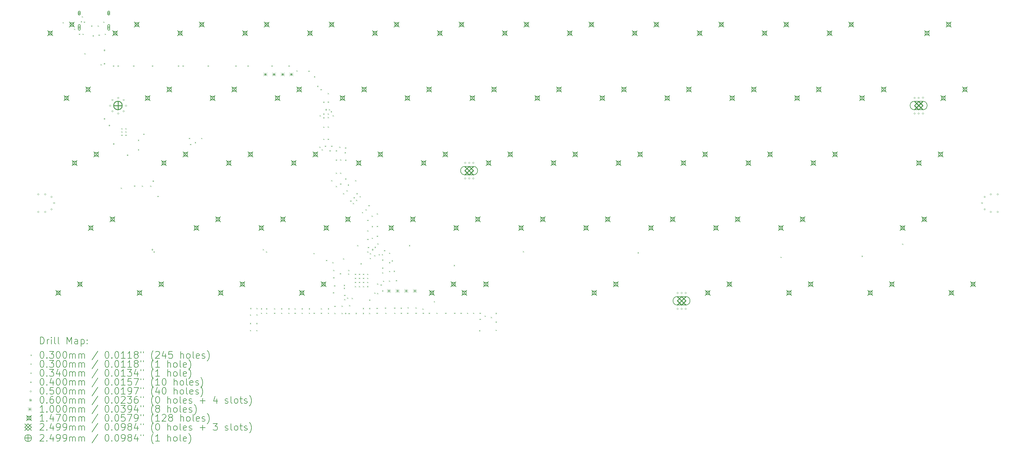
<source format=gbr>
%TF.GenerationSoftware,KiCad,Pcbnew,7.0.5*%
%TF.CreationDate,2023-07-26T01:46:39+09:00*%
%TF.ProjectId,Hotp4ck60,486f7470-3463-46b3-9630-2e6b69636164,rev?*%
%TF.SameCoordinates,Original*%
%TF.FileFunction,Drillmap*%
%TF.FilePolarity,Positive*%
%FSLAX45Y45*%
G04 Gerber Fmt 4.5, Leading zero omitted, Abs format (unit mm)*
G04 Created by KiCad (PCBNEW 7.0.5) date 2023-07-26 01:46:39*
%MOMM*%
%LPD*%
G01*
G04 APERTURE LIST*
%ADD10C,0.200000*%
%ADD11C,0.030000*%
%ADD12C,0.034000*%
%ADD13C,0.040000*%
%ADD14C,0.050000*%
%ADD15C,0.060000*%
%ADD16C,0.100000*%
%ADD17C,0.147000*%
%ADD18C,0.249936*%
%ADD19C,0.249940*%
G04 APERTURE END LIST*
D10*
D11*
X8075000Y-9109000D02*
X8105000Y-9139000D01*
X8105000Y-9109000D02*
X8075000Y-9139000D01*
X8409357Y-9299670D02*
X8439357Y-9329670D01*
X8439357Y-9299670D02*
X8409357Y-9329670D01*
X8554000Y-9447000D02*
X8584000Y-9477000D01*
X8584000Y-9447000D02*
X8554000Y-9477000D01*
X8608950Y-9078200D02*
X8638950Y-9108200D01*
X8638950Y-9078200D02*
X8608950Y-9108200D01*
X8640000Y-8933300D02*
X8670000Y-8963300D01*
X8670000Y-8933300D02*
X8640000Y-8963300D01*
X8661000Y-9447000D02*
X8691000Y-9477000D01*
X8691000Y-9447000D02*
X8661000Y-9477000D01*
X8699000Y-9092000D02*
X8729000Y-9122000D01*
X8729000Y-9092000D02*
X8699000Y-9122000D01*
X8717000Y-10016000D02*
X8747000Y-10046000D01*
X8747000Y-10016000D02*
X8717000Y-10046000D01*
X8915950Y-9203950D02*
X8945950Y-9233950D01*
X8945950Y-9203950D02*
X8915950Y-9233950D01*
X8959000Y-9493950D02*
X8989000Y-9523950D01*
X8989000Y-9493950D02*
X8959000Y-9523950D01*
X9106050Y-9203950D02*
X9136050Y-9233950D01*
X9136050Y-9203950D02*
X9106050Y-9233950D01*
X9131000Y-9470000D02*
X9161000Y-9500000D01*
X9161000Y-9470000D02*
X9131000Y-9500000D01*
X9189000Y-10340000D02*
X9219000Y-10370000D01*
X9219000Y-10340000D02*
X9189000Y-10370000D01*
X9272000Y-9092000D02*
X9302000Y-9122000D01*
X9302000Y-9092000D02*
X9272000Y-9122000D01*
X9311000Y-9447000D02*
X9341000Y-9477000D01*
X9341000Y-9447000D02*
X9311000Y-9477000D01*
X9553829Y-10377588D02*
X9583829Y-10407588D01*
X9583829Y-10377588D02*
X9553829Y-10407588D01*
X9689064Y-10376950D02*
X9719064Y-10406950D01*
X9719064Y-10376950D02*
X9689064Y-10406950D01*
X9783000Y-13961000D02*
X9813000Y-13991000D01*
X9813000Y-13961000D02*
X9783000Y-13991000D01*
X9798000Y-12218000D02*
X9828000Y-12248000D01*
X9828000Y-12218000D02*
X9798000Y-12248000D01*
X9798000Y-12314000D02*
X9828000Y-12344000D01*
X9828000Y-12314000D02*
X9798000Y-12344000D01*
X9798000Y-12409000D02*
X9828000Y-12439000D01*
X9828000Y-12409000D02*
X9798000Y-12439000D01*
X9918000Y-12218000D02*
X9948000Y-12248000D01*
X9948000Y-12218000D02*
X9918000Y-12248000D01*
X9918000Y-12314000D02*
X9948000Y-12344000D01*
X9948000Y-12314000D02*
X9918000Y-12344000D01*
X9918000Y-12409000D02*
X9948000Y-12439000D01*
X9948000Y-12409000D02*
X9918000Y-12439000D01*
X10148000Y-10376950D02*
X10178000Y-10406950D01*
X10178000Y-10376950D02*
X10148000Y-10406950D01*
X10172000Y-13900000D02*
X10202000Y-13930000D01*
X10202000Y-13900000D02*
X10172000Y-13930000D01*
X10287000Y-12559000D02*
X10317000Y-12589000D01*
X10317000Y-12559000D02*
X10287000Y-12589000D01*
X10287000Y-12839000D02*
X10317000Y-12869000D01*
X10317000Y-12839000D02*
X10287000Y-12869000D01*
X10400000Y-13905000D02*
X10430000Y-13935000D01*
X10430000Y-13905000D02*
X10400000Y-13935000D01*
X10647000Y-13903000D02*
X10677000Y-13933000D01*
X10677000Y-13903000D02*
X10647000Y-13933000D01*
X10695000Y-10376950D02*
X10725000Y-10406950D01*
X10725000Y-10376950D02*
X10695000Y-10406950D01*
X10745000Y-15834000D02*
X10775000Y-15864000D01*
X10775000Y-15834000D02*
X10745000Y-15864000D01*
X10858000Y-14206000D02*
X10888000Y-14236000D01*
X10888000Y-14206000D02*
X10858000Y-14236000D01*
X11458965Y-10378244D02*
X11488965Y-10408244D01*
X11488965Y-10378244D02*
X11458965Y-10408244D01*
X11594073Y-10376950D02*
X11624073Y-10406950D01*
X11624073Y-10376950D02*
X11594073Y-10406950D01*
X11783000Y-12501000D02*
X11813000Y-12531000D01*
X11813000Y-12501000D02*
X11783000Y-12531000D01*
X11814465Y-12678535D02*
X11844465Y-12708535D01*
X11844465Y-12678535D02*
X11814465Y-12708535D01*
X11953000Y-12627000D02*
X11983000Y-12657000D01*
X11983000Y-12627000D02*
X11953000Y-12657000D01*
X12139000Y-12502000D02*
X12169000Y-12532000D01*
X12169000Y-12502000D02*
X12139000Y-12532000D01*
X12333000Y-10376950D02*
X12363000Y-10406950D01*
X12363000Y-10376950D02*
X12333000Y-10406950D01*
X13143000Y-10376950D02*
X13173000Y-10406950D01*
X13173000Y-10376950D02*
X13143000Y-10406950D01*
X13499082Y-10376907D02*
X13529082Y-10406907D01*
X13529082Y-10376907D02*
X13499082Y-10406907D01*
X13570000Y-17683000D02*
X13600000Y-17713000D01*
X13600000Y-17683000D02*
X13570000Y-17713000D01*
X13570000Y-17933000D02*
X13600000Y-17963000D01*
X13600000Y-17933000D02*
X13570000Y-17963000D01*
X13570000Y-18143000D02*
X13600000Y-18173000D01*
X13600000Y-18143000D02*
X13570000Y-18173000D01*
X13580000Y-17495000D02*
X13610000Y-17525000D01*
X13610000Y-17495000D02*
X13580000Y-17525000D01*
X13759000Y-17933000D02*
X13789000Y-17963000D01*
X13789000Y-17933000D02*
X13759000Y-17963000D01*
X13759000Y-18143000D02*
X13789000Y-18173000D01*
X13789000Y-18143000D02*
X13759000Y-18173000D01*
X13760000Y-17678000D02*
X13790000Y-17708000D01*
X13790000Y-17678000D02*
X13760000Y-17708000D01*
X13763000Y-17495000D02*
X13793000Y-17525000D01*
X13793000Y-17495000D02*
X13763000Y-17525000D01*
X13895000Y-17500000D02*
X13925000Y-17530000D01*
X13925000Y-17500000D02*
X13895000Y-17530000D01*
X13895000Y-17632000D02*
X13925000Y-17662000D01*
X13925000Y-17632000D02*
X13895000Y-17662000D01*
X13948950Y-15767450D02*
X13978950Y-15797450D01*
X13978950Y-15767450D02*
X13948950Y-15797450D01*
X14042000Y-15832400D02*
X14072000Y-15862400D01*
X14072000Y-15832400D02*
X14042000Y-15862400D01*
X14044000Y-17502000D02*
X14074000Y-17532000D01*
X14074000Y-17502000D02*
X14044000Y-17532000D01*
X14044000Y-17634000D02*
X14074000Y-17664000D01*
X14074000Y-17634000D02*
X14044000Y-17664000D01*
X14201000Y-10376950D02*
X14231000Y-10406950D01*
X14231000Y-10376950D02*
X14201000Y-10406950D01*
X14277000Y-17503000D02*
X14307000Y-17533000D01*
X14307000Y-17503000D02*
X14277000Y-17533000D01*
X14277000Y-17635000D02*
X14307000Y-17665000D01*
X14307000Y-17635000D02*
X14277000Y-17665000D01*
X14487000Y-17503000D02*
X14517000Y-17533000D01*
X14517000Y-17503000D02*
X14487000Y-17533000D01*
X14487000Y-17635000D02*
X14517000Y-17665000D01*
X14517000Y-17635000D02*
X14487000Y-17665000D01*
X14697000Y-17503000D02*
X14727000Y-17533000D01*
X14727000Y-17503000D02*
X14697000Y-17533000D01*
X14697000Y-17635000D02*
X14727000Y-17665000D01*
X14727000Y-17635000D02*
X14697000Y-17665000D01*
X14704000Y-10376950D02*
X14734000Y-10406950D01*
X14734000Y-10376950D02*
X14704000Y-10406950D01*
X14879000Y-17503000D02*
X14909000Y-17533000D01*
X14909000Y-17503000D02*
X14879000Y-17533000D01*
X14879000Y-17635000D02*
X14909000Y-17665000D01*
X14909000Y-17635000D02*
X14879000Y-17665000D01*
X14936289Y-10521900D02*
X14966289Y-10551900D01*
X14966289Y-10521900D02*
X14936289Y-10551900D01*
X15089000Y-17503000D02*
X15119000Y-17533000D01*
X15119000Y-17503000D02*
X15089000Y-17533000D01*
X15089000Y-17635000D02*
X15119000Y-17665000D01*
X15119000Y-17635000D02*
X15089000Y-17665000D01*
X15284962Y-10527938D02*
X15314962Y-10557938D01*
X15314962Y-10527938D02*
X15284962Y-10557938D01*
X15299000Y-17503000D02*
X15329000Y-17533000D01*
X15329000Y-17503000D02*
X15299000Y-17533000D01*
X15299000Y-17635000D02*
X15329000Y-17665000D01*
X15329000Y-17635000D02*
X15299000Y-17665000D01*
X15436200Y-15882412D02*
X15466200Y-15912412D01*
X15466200Y-15882412D02*
X15436200Y-15912412D01*
X15439000Y-17634000D02*
X15469000Y-17664000D01*
X15469000Y-17634000D02*
X15439000Y-17664000D01*
X15450976Y-10694024D02*
X15480976Y-10724024D01*
X15480976Y-10694024D02*
X15450976Y-10724024D01*
X15545088Y-10971912D02*
X15575088Y-11001912D01*
X15575088Y-10971912D02*
X15545088Y-11001912D01*
X15606424Y-12762600D02*
X15636424Y-12792600D01*
X15636424Y-12762600D02*
X15606424Y-12792600D01*
X15617550Y-11837500D02*
X15647550Y-11867500D01*
X15647550Y-11837500D02*
X15617550Y-11867500D01*
X15643088Y-11069912D02*
X15673088Y-11099912D01*
X15673088Y-11069912D02*
X15643088Y-11099912D01*
X15649000Y-17502000D02*
X15679000Y-17532000D01*
X15679000Y-17502000D02*
X15649000Y-17532000D01*
X15649000Y-17634000D02*
X15679000Y-17664000D01*
X15679000Y-17634000D02*
X15649000Y-17664000D01*
X15675912Y-12837450D02*
X15705912Y-12867450D01*
X15705912Y-12837450D02*
X15675912Y-12867450D01*
X15723050Y-11785050D02*
X15753050Y-11815050D01*
X15753050Y-11785050D02*
X15723050Y-11815050D01*
X15723050Y-11899000D02*
X15753050Y-11929000D01*
X15753050Y-11899000D02*
X15723050Y-11929000D01*
X15723050Y-12172000D02*
X15753050Y-12202000D01*
X15753050Y-12172000D02*
X15723050Y-12202000D01*
X15723050Y-12528000D02*
X15753050Y-12558000D01*
X15753050Y-12528000D02*
X15723050Y-12558000D01*
X15723100Y-11439000D02*
X15753100Y-11469000D01*
X15753100Y-11439000D02*
X15723100Y-11469000D01*
X15769301Y-12732550D02*
X15799301Y-12762550D01*
X15799301Y-12732550D02*
X15769301Y-12762550D01*
X15804550Y-16084950D02*
X15834550Y-16114950D01*
X15834550Y-16084950D02*
X15804550Y-16114950D01*
X15852950Y-11187000D02*
X15882950Y-11217000D01*
X15882950Y-11187000D02*
X15852950Y-11217000D01*
X15853050Y-11437000D02*
X15883050Y-11467000D01*
X15883050Y-11437000D02*
X15853050Y-11467000D01*
X15853050Y-11785050D02*
X15883050Y-11815050D01*
X15883050Y-11785050D02*
X15853050Y-11815050D01*
X15853050Y-11889950D02*
X15883050Y-11919950D01*
X15883050Y-11889950D02*
X15853050Y-11919950D01*
X15853050Y-12166000D02*
X15883050Y-12196000D01*
X15883050Y-12166000D02*
X15853050Y-12196000D01*
X15853050Y-12528000D02*
X15883050Y-12558000D01*
X15883050Y-12528000D02*
X15853050Y-12558000D01*
X15859000Y-17502000D02*
X15889000Y-17532000D01*
X15889000Y-17502000D02*
X15859000Y-17532000D01*
X15859000Y-17634000D02*
X15889000Y-17664000D01*
X15889000Y-17634000D02*
X15859000Y-17664000D01*
X15888100Y-11660380D02*
X15918100Y-11690380D01*
X15918100Y-11660380D02*
X15888100Y-11690380D01*
X15901999Y-12867450D02*
X15931999Y-12897450D01*
X15931999Y-12867450D02*
X15901999Y-12897450D01*
X15942950Y-11719000D02*
X15972950Y-11749000D01*
X15972950Y-11719000D02*
X15942950Y-11749000D01*
X15953427Y-12731573D02*
X15983427Y-12761573D01*
X15983427Y-12731573D02*
X15953427Y-12761573D01*
X15954000Y-13742500D02*
X15984000Y-13772500D01*
X15984000Y-13742500D02*
X15954000Y-13772500D01*
X15990000Y-16148000D02*
X16020000Y-16178000D01*
X16020000Y-16148000D02*
X15990000Y-16178000D01*
X15998000Y-11837500D02*
X16028000Y-11867500D01*
X16028000Y-11837500D02*
X15998000Y-11867500D01*
X16006000Y-17031000D02*
X16036000Y-17061000D01*
X16036000Y-17031000D02*
X16006000Y-17061000D01*
X16012000Y-16375000D02*
X16042000Y-16405000D01*
X16042000Y-16375000D02*
X16012000Y-16405000D01*
X16016000Y-16590000D02*
X16046000Y-16620000D01*
X16046000Y-16590000D02*
X16016000Y-16620000D01*
X16039000Y-16828000D02*
X16069000Y-16858000D01*
X16069000Y-16828000D02*
X16039000Y-16858000D01*
X16050000Y-17431000D02*
X16080000Y-17461000D01*
X16080000Y-17431000D02*
X16050000Y-17461000D01*
X16050000Y-17636000D02*
X16080000Y-17666000D01*
X16080000Y-17636000D02*
X16050000Y-17666000D01*
X16088950Y-13137000D02*
X16118950Y-13167000D01*
X16118950Y-13137000D02*
X16088950Y-13167000D01*
X16088950Y-13522000D02*
X16118950Y-13552000D01*
X16118950Y-13522000D02*
X16088950Y-13552000D01*
X16089235Y-12867450D02*
X16119235Y-12897450D01*
X16119235Y-12867450D02*
X16089235Y-12897450D01*
X16089702Y-13913248D02*
X16119702Y-13943248D01*
X16119702Y-13913248D02*
X16089702Y-13943248D01*
X16191356Y-12762550D02*
X16221356Y-12792550D01*
X16221356Y-12762550D02*
X16191356Y-12792550D01*
X16208000Y-16475000D02*
X16238000Y-16505000D01*
X16238000Y-16475000D02*
X16208000Y-16505000D01*
X16218950Y-13134000D02*
X16248950Y-13164000D01*
X16248950Y-13134000D02*
X16218950Y-13164000D01*
X16218950Y-13524000D02*
X16248950Y-13554000D01*
X16248950Y-13524000D02*
X16218950Y-13554000D01*
X16218950Y-13841573D02*
X16248950Y-13871573D01*
X16248950Y-13841573D02*
X16218950Y-13871573D01*
X16260000Y-17426000D02*
X16290000Y-17456000D01*
X16290000Y-17426000D02*
X16260000Y-17456000D01*
X16260000Y-17636000D02*
X16290000Y-17666000D01*
X16290000Y-17636000D02*
X16260000Y-17666000D01*
X16300227Y-14123773D02*
X16330227Y-14153773D01*
X16330227Y-14123773D02*
X16300227Y-14153773D01*
X16304000Y-16036000D02*
X16334000Y-16066000D01*
X16334000Y-16036000D02*
X16304000Y-16066000D01*
X16325050Y-16816450D02*
X16355050Y-16846450D01*
X16355050Y-16816450D02*
X16325050Y-16846450D01*
X16325050Y-16902000D02*
X16355050Y-16932000D01*
X16355050Y-16902000D02*
X16325050Y-16932000D01*
X16334000Y-17109000D02*
X16364000Y-17139000D01*
X16364000Y-17109000D02*
X16334000Y-17139000D01*
X16337000Y-17229000D02*
X16367000Y-17259000D01*
X16367000Y-17229000D02*
X16337000Y-17259000D01*
X16347745Y-12920034D02*
X16377745Y-12950034D01*
X16377745Y-12920034D02*
X16347745Y-12950034D01*
X16359588Y-12783412D02*
X16389588Y-12813412D01*
X16389588Y-12783412D02*
X16359588Y-12813412D01*
X16363950Y-13141000D02*
X16393950Y-13171000D01*
X16393950Y-13141000D02*
X16363950Y-13171000D01*
X16363950Y-13690050D02*
X16393950Y-13720050D01*
X16393950Y-13690050D02*
X16363950Y-13720050D01*
X16405927Y-14038073D02*
X16435927Y-14068073D01*
X16435927Y-14038073D02*
X16405927Y-14068073D01*
X16421000Y-17190000D02*
X16451000Y-17220000D01*
X16451000Y-17190000D02*
X16421000Y-17220000D01*
X16441356Y-13867644D02*
X16471356Y-13897644D01*
X16471356Y-13867644D02*
X16441356Y-13897644D01*
X16450000Y-16480000D02*
X16480000Y-16510000D01*
X16480000Y-16480000D02*
X16450000Y-16510000D01*
X16453500Y-16375500D02*
X16483500Y-16405500D01*
X16483500Y-16375500D02*
X16453500Y-16405500D01*
X16465000Y-17641000D02*
X16495000Y-17671000D01*
X16495000Y-17641000D02*
X16465000Y-17671000D01*
X16479000Y-17411000D02*
X16509000Y-17441000D01*
X16509000Y-17411000D02*
X16479000Y-17441000D01*
X16514265Y-14337810D02*
X16544265Y-14367810D01*
X16544265Y-14337810D02*
X16514265Y-14367810D01*
X16555000Y-17197000D02*
X16585000Y-17227000D01*
X16585000Y-17197000D02*
X16555000Y-17227000D01*
X16588440Y-14411985D02*
X16618440Y-14441985D01*
X16618440Y-14411985D02*
X16588440Y-14441985D01*
X16609964Y-14242110D02*
X16639964Y-14272110D01*
X16639964Y-14242110D02*
X16609964Y-14272110D01*
X16648000Y-16489000D02*
X16678000Y-16519000D01*
X16678000Y-16489000D02*
X16648000Y-16519000D01*
X16648000Y-16609000D02*
X16678000Y-16639000D01*
X16678000Y-16609000D02*
X16648000Y-16639000D01*
X16648000Y-16849000D02*
X16678000Y-16879000D01*
X16678000Y-16849000D02*
X16648000Y-16879000D01*
X16648000Y-16728999D02*
X16678000Y-16758999D01*
X16678000Y-16728999D02*
X16648000Y-16758999D01*
X16658000Y-13742500D02*
X16688000Y-13772500D01*
X16688000Y-13742500D02*
X16658000Y-13772500D01*
X16671000Y-17636000D02*
X16701000Y-17666000D01*
X16701000Y-17636000D02*
X16671000Y-17666000D01*
X16684139Y-14316286D02*
X16714139Y-14346286D01*
X16714139Y-14316286D02*
X16684139Y-14346286D01*
X16696598Y-14122887D02*
X16726598Y-14152887D01*
X16726598Y-14122887D02*
X16696598Y-14152887D01*
X16719000Y-15647500D02*
X16749000Y-15677500D01*
X16749000Y-15647500D02*
X16719000Y-15677500D01*
X16768000Y-16849000D02*
X16798000Y-16879000D01*
X16798000Y-16849000D02*
X16768000Y-16879000D01*
X16768000Y-16609000D02*
X16798000Y-16639000D01*
X16798000Y-16609000D02*
X16768000Y-16639000D01*
X16768000Y-16729000D02*
X16798000Y-16759000D01*
X16798000Y-16729000D02*
X16768000Y-16759000D01*
X16768000Y-16489000D02*
X16798000Y-16519000D01*
X16798000Y-16489000D02*
X16768000Y-16519000D01*
X16787749Y-14212599D02*
X16817749Y-14242599D01*
X16817749Y-14212599D02*
X16787749Y-14242599D01*
X16813000Y-16179000D02*
X16843000Y-16209000D01*
X16843000Y-16179000D02*
X16813000Y-16209000D01*
X16855227Y-14678773D02*
X16885227Y-14708773D01*
X16885227Y-14678773D02*
X16855227Y-14708773D01*
X16881000Y-17636000D02*
X16911000Y-17666000D01*
X16911000Y-17636000D02*
X16881000Y-17666000D01*
X16882000Y-17494000D02*
X16912000Y-17524000D01*
X16912000Y-17494000D02*
X16882000Y-17524000D01*
X16888000Y-16849000D02*
X16918000Y-16879000D01*
X16918000Y-16849000D02*
X16888000Y-16879000D01*
X16888000Y-16489000D02*
X16918000Y-16519000D01*
X16918000Y-16489000D02*
X16888000Y-16519000D01*
X16888000Y-16609000D02*
X16918000Y-16639000D01*
X16918000Y-16609000D02*
X16888000Y-16639000D01*
X16888000Y-16729000D02*
X16918000Y-16759000D01*
X16918000Y-16729000D02*
X16888000Y-16759000D01*
X16963927Y-14596073D02*
X16993927Y-14626073D01*
X16993927Y-14596073D02*
X16963927Y-14626073D01*
X17008000Y-16849000D02*
X17038000Y-16879000D01*
X17038000Y-16849000D02*
X17008000Y-16879000D01*
X17008000Y-16489000D02*
X17038000Y-16519000D01*
X17038000Y-16489000D02*
X17008000Y-16519000D01*
X17008000Y-16729000D02*
X17038000Y-16759000D01*
X17038000Y-16729000D02*
X17008000Y-16759000D01*
X17008000Y-16608999D02*
X17038000Y-16638999D01*
X17038000Y-16608999D02*
X17008000Y-16638999D01*
X17013450Y-14907178D02*
X17043450Y-14937178D01*
X17043450Y-14907178D02*
X17013450Y-14937178D01*
X17013450Y-15216000D02*
X17043450Y-15246000D01*
X17043450Y-15216000D02*
X17013450Y-15246000D01*
X17013450Y-15466000D02*
X17043450Y-15496000D01*
X17043450Y-15466000D02*
X17013450Y-15496000D01*
X17013450Y-15832400D02*
X17043450Y-15862400D01*
X17043450Y-15832400D02*
X17013450Y-15862400D01*
X17031000Y-15702450D02*
X17061000Y-15732450D01*
X17061000Y-15702450D02*
X17031000Y-15732450D01*
X17046856Y-14473144D02*
X17076856Y-14503144D01*
X17076856Y-14473144D02*
X17046856Y-14503144D01*
X17063000Y-17636000D02*
X17093000Y-17666000D01*
X17093000Y-17636000D02*
X17063000Y-17666000D01*
X17068000Y-17250000D02*
X17098000Y-17280000D01*
X17098000Y-17250000D02*
X17068000Y-17280000D01*
X17069000Y-17493000D02*
X17099000Y-17523000D01*
X17099000Y-17493000D02*
X17069000Y-17523000D01*
X17085000Y-16023000D02*
X17115000Y-16053000D01*
X17115000Y-16023000D02*
X17085000Y-16053000D01*
X17088050Y-15885450D02*
X17118050Y-15915450D01*
X17118050Y-15885450D02*
X17088050Y-15915450D01*
X17140972Y-14783558D02*
X17170972Y-14813558D01*
X17170972Y-14783558D02*
X17140972Y-14813558D01*
X17143950Y-15087000D02*
X17173950Y-15117000D01*
X17173950Y-15087000D02*
X17143950Y-15117000D01*
X17143950Y-15432111D02*
X17173950Y-15462111D01*
X17173950Y-15432111D02*
X17143950Y-15462111D01*
X17217950Y-15942950D02*
X17247950Y-15972950D01*
X17247950Y-15942950D02*
X17217950Y-15972950D01*
X17219085Y-17039915D02*
X17249085Y-17069915D01*
X17249085Y-17039915D02*
X17219085Y-17069915D01*
X17228510Y-15700440D02*
X17258510Y-15730440D01*
X17258510Y-15700440D02*
X17228510Y-15730440D01*
X17285000Y-17635000D02*
X17315000Y-17665000D01*
X17315000Y-17635000D02*
X17285000Y-17665000D01*
X17286000Y-17490000D02*
X17316000Y-17520000D01*
X17316000Y-17490000D02*
X17286000Y-17520000D01*
X17290950Y-15085000D02*
X17320950Y-15115000D01*
X17320950Y-15085000D02*
X17290950Y-15115000D01*
X17290950Y-15370644D02*
X17320950Y-15400644D01*
X17320950Y-15370644D02*
X17290950Y-15400644D01*
X17291912Y-14716088D02*
X17321912Y-14746088D01*
X17321912Y-14716088D02*
X17291912Y-14746088D01*
X17303000Y-16775050D02*
X17333000Y-16805050D01*
X17333000Y-16775050D02*
X17303000Y-16805050D01*
X17303000Y-17051050D02*
X17333000Y-17081050D01*
X17333000Y-17051050D02*
X17303000Y-17081050D01*
X17308389Y-15595050D02*
X17338389Y-15625050D01*
X17338389Y-15595050D02*
X17308389Y-15625050D01*
X17347000Y-15914000D02*
X17377000Y-15944000D01*
X17377000Y-15914000D02*
X17347000Y-15944000D01*
X17403000Y-16804000D02*
X17433000Y-16834000D01*
X17433000Y-16804000D02*
X17403000Y-16834000D01*
X17442000Y-15914000D02*
X17472000Y-15944000D01*
X17472000Y-15914000D02*
X17442000Y-15944000D01*
X17449000Y-16975000D02*
X17479000Y-17005000D01*
X17479000Y-16975000D02*
X17449000Y-17005000D01*
X17450750Y-16069000D02*
X17480750Y-16099000D01*
X17480750Y-16069000D02*
X17450750Y-16099000D01*
X17450750Y-16306000D02*
X17480750Y-16336000D01*
X17480750Y-16306000D02*
X17450750Y-16336000D01*
X17450750Y-16446000D02*
X17480750Y-16476000D01*
X17480750Y-16446000D02*
X17450750Y-16476000D01*
X17476000Y-16694000D02*
X17506000Y-16724000D01*
X17506000Y-16694000D02*
X17476000Y-16724000D01*
X17505800Y-15794093D02*
X17535800Y-15824093D01*
X17535800Y-15794093D02*
X17505800Y-15824093D01*
X17532000Y-17479000D02*
X17562000Y-17509000D01*
X17562000Y-17479000D02*
X17532000Y-17509000D01*
X17544000Y-17633000D02*
X17574000Y-17663000D01*
X17574000Y-17633000D02*
X17544000Y-17663000D01*
X17646863Y-16688687D02*
X17676863Y-16718687D01*
X17676863Y-16688687D02*
X17646863Y-16718687D01*
X17650700Y-16146000D02*
X17680700Y-16176000D01*
X17680700Y-16146000D02*
X17650700Y-16176000D01*
X17650786Y-15873814D02*
X17680786Y-15903814D01*
X17680786Y-15873814D02*
X17650786Y-15903814D01*
X17654050Y-16405000D02*
X17684050Y-16435000D01*
X17684050Y-16405000D02*
X17654050Y-16435000D01*
X17727085Y-16098465D02*
X17757085Y-16128465D01*
X17757085Y-16098465D02*
X17727085Y-16128465D01*
X17789586Y-16400397D02*
X17819586Y-16430397D01*
X17819586Y-16400397D02*
X17789586Y-16430397D01*
X17799000Y-17482000D02*
X17829000Y-17512000D01*
X17829000Y-17482000D02*
X17799000Y-17512000D01*
X17806000Y-17635000D02*
X17836000Y-17665000D01*
X17836000Y-17635000D02*
X17806000Y-17665000D01*
X17850000Y-16675000D02*
X17880000Y-16705000D01*
X17880000Y-16675000D02*
X17850000Y-16705000D01*
X17992000Y-17483000D02*
X18022000Y-17513000D01*
X18022000Y-17483000D02*
X17992000Y-17513000D01*
X17994000Y-17635000D02*
X18024000Y-17665000D01*
X18024000Y-17635000D02*
X17994000Y-17665000D01*
X18182000Y-17635000D02*
X18212000Y-17665000D01*
X18212000Y-17635000D02*
X18182000Y-17665000D01*
X18195000Y-17473000D02*
X18225000Y-17503000D01*
X18225000Y-17473000D02*
X18195000Y-17503000D01*
X18238000Y-15647500D02*
X18268000Y-15677500D01*
X18268000Y-15647500D02*
X18238000Y-15677500D01*
X18427000Y-17635000D02*
X18457000Y-17665000D01*
X18457000Y-17635000D02*
X18427000Y-17665000D01*
X18429000Y-17476000D02*
X18459000Y-17506000D01*
X18459000Y-17476000D02*
X18429000Y-17506000D01*
X18631000Y-17510000D02*
X18661000Y-17540000D01*
X18661000Y-17510000D02*
X18631000Y-17540000D01*
X18637000Y-17635000D02*
X18667000Y-17665000D01*
X18667000Y-17635000D02*
X18637000Y-17665000D01*
X18819000Y-17635000D02*
X18849000Y-17665000D01*
X18849000Y-17635000D02*
X18819000Y-17665000D01*
X18964000Y-17296000D02*
X18994000Y-17326000D01*
X18994000Y-17296000D02*
X18964000Y-17326000D01*
X19041000Y-17634000D02*
X19071000Y-17664000D01*
X19071000Y-17634000D02*
X19041000Y-17664000D01*
X19300000Y-17632000D02*
X19330000Y-17662000D01*
X19330000Y-17632000D02*
X19300000Y-17662000D01*
X19549000Y-16230000D02*
X19579000Y-16260000D01*
X19579000Y-16230000D02*
X19549000Y-16260000D01*
X19562000Y-17634000D02*
X19592000Y-17664000D01*
X19592000Y-17634000D02*
X19562000Y-17664000D01*
X19750000Y-17634000D02*
X19780000Y-17664000D01*
X19780000Y-17634000D02*
X19750000Y-17664000D01*
X19938000Y-17634000D02*
X19968000Y-17664000D01*
X19968000Y-17634000D02*
X19938000Y-17664000D01*
X20118000Y-17634000D02*
X20148000Y-17664000D01*
X20148000Y-17634000D02*
X20118000Y-17664000D01*
X20293000Y-18146000D02*
X20323000Y-18176000D01*
X20323000Y-18146000D02*
X20293000Y-18176000D01*
X20306000Y-17631950D02*
X20336000Y-17661950D01*
X20336000Y-17631950D02*
X20306000Y-17661950D01*
X20306000Y-17809000D02*
X20336000Y-17839000D01*
X20336000Y-17809000D02*
X20306000Y-17839000D01*
X20454000Y-17716000D02*
X20484000Y-17746000D01*
X20484000Y-17716000D02*
X20454000Y-17746000D01*
X20638000Y-17754000D02*
X20668000Y-17784000D01*
X20668000Y-17754000D02*
X20638000Y-17784000D01*
X20776000Y-18131000D02*
X20806000Y-18161000D01*
X20806000Y-18131000D02*
X20776000Y-18161000D01*
X20778000Y-17639000D02*
X20808000Y-17669000D01*
X20808000Y-17639000D02*
X20778000Y-17669000D01*
X20778000Y-17892000D02*
X20808000Y-17922000D01*
X20808000Y-17892000D02*
X20778000Y-17922000D01*
X21575000Y-15827550D02*
X21605000Y-15857550D01*
X21605000Y-15827550D02*
X21575000Y-15857550D01*
X24944000Y-15857550D02*
X24974000Y-15887550D01*
X24974000Y-15857550D02*
X24944000Y-15887550D01*
X29131500Y-15992450D02*
X29161500Y-16022450D01*
X29161500Y-15992450D02*
X29131500Y-16022450D01*
X31512750Y-15962450D02*
X31542750Y-15992450D01*
X31542750Y-15962450D02*
X31512750Y-15992450D01*
X32703375Y-15606000D02*
X32733375Y-15636000D01*
X32733375Y-15606000D02*
X32703375Y-15636000D01*
X16395000Y-17656000D02*
G75*
G03*
X16395000Y-17656000I-15000J0D01*
G01*
D12*
X10459500Y-12374500D02*
X10459500Y-12408500D01*
X10442500Y-12391500D02*
X10476500Y-12391500D01*
D13*
X9315142Y-9945142D02*
X9315142Y-9916858D01*
X9286858Y-9916858D01*
X9286858Y-9945142D01*
X9315142Y-9945142D01*
X9315142Y-10341142D02*
X9315142Y-10312858D01*
X9286858Y-10312858D01*
X9286858Y-10341142D01*
X9315142Y-10341142D01*
X9315142Y-11954142D02*
X9315142Y-11925858D01*
X9286858Y-11925858D01*
X9286858Y-11954142D01*
X9315142Y-11954142D01*
X9463142Y-12152642D02*
X9463142Y-12124358D01*
X9434858Y-12124358D01*
X9434858Y-12152642D01*
X9463142Y-12152642D01*
X9587142Y-12692142D02*
X9587142Y-12663858D01*
X9558858Y-12663858D01*
X9558858Y-12692142D01*
X9587142Y-12692142D01*
X9995142Y-13022142D02*
X9995142Y-12993858D01*
X9966858Y-12993858D01*
X9966858Y-13022142D01*
X9995142Y-13022142D01*
X10721142Y-15796592D02*
X10721142Y-15768308D01*
X10692858Y-15768308D01*
X10692858Y-15796592D01*
X10721142Y-15796592D01*
X10750142Y-13785142D02*
X10750142Y-13756858D01*
X10721858Y-13756858D01*
X10721858Y-13785142D01*
X10750142Y-13785142D01*
X15817142Y-11689522D02*
X15817142Y-11661237D01*
X15788858Y-11661237D01*
X15788858Y-11689522D01*
X15817142Y-11689522D01*
X17182142Y-15796592D02*
X17182142Y-15768308D01*
X17153858Y-15768308D01*
X17153858Y-15796592D01*
X17182142Y-15796592D01*
D14*
X7357046Y-14178750D02*
X7382046Y-14153750D01*
X7357046Y-14128750D01*
X7332046Y-14153750D01*
X7357046Y-14178750D01*
X7357046Y-14698750D02*
X7382046Y-14673750D01*
X7357046Y-14648750D01*
X7332046Y-14673750D01*
X7357046Y-14698750D01*
X7561250Y-14178750D02*
X7586250Y-14153750D01*
X7561250Y-14128750D01*
X7536250Y-14153750D01*
X7561250Y-14178750D01*
X7561250Y-14698750D02*
X7586250Y-14673750D01*
X7561250Y-14648750D01*
X7536250Y-14673750D01*
X7561250Y-14698750D01*
X7745098Y-14254902D02*
X7770098Y-14229902D01*
X7745098Y-14204902D01*
X7720098Y-14229902D01*
X7745098Y-14254902D01*
X7745098Y-14622598D02*
X7770098Y-14597598D01*
X7745098Y-14572598D01*
X7720098Y-14597598D01*
X7745098Y-14622598D01*
X7821250Y-14438750D02*
X7846250Y-14413750D01*
X7821250Y-14388750D01*
X7796250Y-14413750D01*
X7821250Y-14438750D01*
X9471250Y-11578750D02*
X9496250Y-11553750D01*
X9471250Y-11528750D01*
X9446250Y-11553750D01*
X9471250Y-11578750D01*
X9538615Y-11416115D02*
X9563615Y-11391115D01*
X9538615Y-11366115D01*
X9513615Y-11391115D01*
X9538615Y-11416115D01*
X9538615Y-11741385D02*
X9563615Y-11716385D01*
X9538615Y-11691385D01*
X9513615Y-11716385D01*
X9538615Y-11741385D01*
X9701250Y-11348750D02*
X9726250Y-11323750D01*
X9701250Y-11298750D01*
X9676250Y-11323750D01*
X9701250Y-11348750D01*
X9701250Y-11808750D02*
X9726250Y-11783750D01*
X9701250Y-11758750D01*
X9676250Y-11783750D01*
X9701250Y-11808750D01*
X9863885Y-11416115D02*
X9888885Y-11391115D01*
X9863885Y-11366115D01*
X9838885Y-11391115D01*
X9863885Y-11416115D01*
X9863885Y-11741385D02*
X9888885Y-11716385D01*
X9863885Y-11691385D01*
X9838885Y-11716385D01*
X9863885Y-11741385D01*
X9931250Y-11578750D02*
X9956250Y-11553750D01*
X9931250Y-11528750D01*
X9906250Y-11553750D01*
X9931250Y-11578750D01*
X19881250Y-13258750D02*
X19906250Y-13233750D01*
X19881250Y-13208750D01*
X19856250Y-13233750D01*
X19881250Y-13258750D01*
X19881250Y-13718750D02*
X19906250Y-13693750D01*
X19881250Y-13668750D01*
X19856250Y-13693750D01*
X19881250Y-13718750D01*
X20001250Y-13258750D02*
X20026250Y-13233750D01*
X20001250Y-13208750D01*
X19976250Y-13233750D01*
X20001250Y-13258750D01*
X20001250Y-13718750D02*
X20026250Y-13693750D01*
X20001250Y-13668750D01*
X19976250Y-13693750D01*
X20001250Y-13718750D01*
X20121250Y-13258750D02*
X20146250Y-13233750D01*
X20121250Y-13208750D01*
X20096250Y-13233750D01*
X20121250Y-13258750D01*
X20121250Y-13718750D02*
X20146250Y-13693750D01*
X20121250Y-13668750D01*
X20096250Y-13693750D01*
X20121250Y-13718750D01*
X26111250Y-17078750D02*
X26136250Y-17053750D01*
X26111250Y-17028750D01*
X26086250Y-17053750D01*
X26111250Y-17078750D01*
X26111250Y-17538750D02*
X26136250Y-17513750D01*
X26111250Y-17488750D01*
X26086250Y-17513750D01*
X26111250Y-17538750D01*
X26231250Y-17078750D02*
X26256250Y-17053750D01*
X26231250Y-17028750D01*
X26206250Y-17053750D01*
X26231250Y-17078750D01*
X26231250Y-17538750D02*
X26256250Y-17513750D01*
X26231250Y-17488750D01*
X26206250Y-17513750D01*
X26231250Y-17538750D01*
X26351250Y-17078750D02*
X26376250Y-17053750D01*
X26351250Y-17028750D01*
X26326250Y-17053750D01*
X26351250Y-17078750D01*
X26351250Y-17538750D02*
X26376250Y-17513750D01*
X26351250Y-17488750D01*
X26326250Y-17513750D01*
X26351250Y-17538750D01*
X33066250Y-11348750D02*
X33091250Y-11323750D01*
X33066250Y-11298750D01*
X33041250Y-11323750D01*
X33066250Y-11348750D01*
X33066250Y-11808750D02*
X33091250Y-11783750D01*
X33066250Y-11758750D01*
X33041250Y-11783750D01*
X33066250Y-11808750D01*
X33186250Y-11348750D02*
X33211250Y-11323750D01*
X33186250Y-11298750D01*
X33161250Y-11323750D01*
X33186250Y-11348750D01*
X33186250Y-11808750D02*
X33211250Y-11783750D01*
X33186250Y-11758750D01*
X33161250Y-11783750D01*
X33186250Y-11808750D01*
X33306250Y-11347050D02*
X33331250Y-11322050D01*
X33306250Y-11297050D01*
X33281250Y-11322050D01*
X33306250Y-11347050D01*
X33306250Y-11808750D02*
X33331250Y-11783750D01*
X33306250Y-11758750D01*
X33281250Y-11783750D01*
X33306250Y-11808750D01*
X35041250Y-14438750D02*
X35066250Y-14413750D01*
X35041250Y-14388750D01*
X35016250Y-14413750D01*
X35041250Y-14438750D01*
X35117402Y-14254902D02*
X35142402Y-14229902D01*
X35117402Y-14204902D01*
X35092402Y-14229902D01*
X35117402Y-14254902D01*
X35117402Y-14622598D02*
X35142402Y-14597598D01*
X35117402Y-14572598D01*
X35092402Y-14597598D01*
X35117402Y-14622598D01*
X35301250Y-14178750D02*
X35326250Y-14153750D01*
X35301250Y-14128750D01*
X35276250Y-14153750D01*
X35301250Y-14178750D01*
X35301250Y-14698750D02*
X35326250Y-14673750D01*
X35301250Y-14648750D01*
X35276250Y-14673750D01*
X35301250Y-14698750D01*
X35505454Y-14178750D02*
X35530454Y-14153750D01*
X35505454Y-14128750D01*
X35480454Y-14153750D01*
X35505454Y-14178750D01*
X35505454Y-14698750D02*
X35530454Y-14673750D01*
X35505454Y-14648750D01*
X35480454Y-14673750D01*
X35505454Y-14698750D01*
D15*
X8539000Y-8811500D02*
X8599000Y-8871500D01*
X8599000Y-8811500D02*
X8539000Y-8871500D01*
X8599000Y-8841500D02*
G75*
G03*
X8599000Y-8841500I-30000J0D01*
G01*
D10*
X8539000Y-8811500D02*
X8539000Y-8871500D01*
X8539000Y-8871500D02*
G75*
G03*
X8599000Y-8871500I30000J0D01*
G01*
X8599000Y-8871500D02*
X8599000Y-8811500D01*
X8599000Y-8811500D02*
G75*
G03*
X8539000Y-8811500I-30000J0D01*
G01*
D15*
X8539000Y-9229500D02*
X8599000Y-9289500D01*
X8599000Y-9229500D02*
X8539000Y-9289500D01*
X8599000Y-9259500D02*
G75*
G03*
X8599000Y-9259500I-30000J0D01*
G01*
D10*
X8539000Y-9204500D02*
X8539000Y-9314500D01*
X8539000Y-9314500D02*
G75*
G03*
X8599000Y-9314500I30000J0D01*
G01*
X8599000Y-9314500D02*
X8599000Y-9204500D01*
X8599000Y-9204500D02*
G75*
G03*
X8539000Y-9204500I-30000J0D01*
G01*
D15*
X9403000Y-8811500D02*
X9463000Y-8871500D01*
X9463000Y-8811500D02*
X9403000Y-8871500D01*
X9463000Y-8841500D02*
G75*
G03*
X9463000Y-8841500I-30000J0D01*
G01*
D10*
X9403000Y-8811500D02*
X9403000Y-8871500D01*
X9403000Y-8871500D02*
G75*
G03*
X9463000Y-8871500I30000J0D01*
G01*
X9463000Y-8871500D02*
X9463000Y-8811500D01*
X9463000Y-8811500D02*
G75*
G03*
X9403000Y-8811500I-30000J0D01*
G01*
D15*
X9403000Y-9229500D02*
X9463000Y-9289500D01*
X9463000Y-9229500D02*
X9403000Y-9289500D01*
X9463000Y-9259500D02*
G75*
G03*
X9463000Y-9259500I-30000J0D01*
G01*
D10*
X9403000Y-9204500D02*
X9403000Y-9314500D01*
X9403000Y-9314500D02*
G75*
G03*
X9463000Y-9314500I30000J0D01*
G01*
X9463000Y-9314500D02*
X9463000Y-9204500D01*
X9463000Y-9204500D02*
G75*
G03*
X9403000Y-9204500I-30000J0D01*
G01*
D16*
X13974000Y-10588500D02*
X14074000Y-10688500D01*
X14074000Y-10588500D02*
X13974000Y-10688500D01*
X14024000Y-10588500D02*
X14024000Y-10688500D01*
X13974000Y-10638500D02*
X14074000Y-10638500D01*
X14228000Y-10588500D02*
X14328000Y-10688500D01*
X14328000Y-10588500D02*
X14228000Y-10688500D01*
X14278000Y-10588500D02*
X14278000Y-10688500D01*
X14228000Y-10638500D02*
X14328000Y-10638500D01*
X14482000Y-10588500D02*
X14582000Y-10688500D01*
X14582000Y-10588500D02*
X14482000Y-10688500D01*
X14532000Y-10588500D02*
X14532000Y-10688500D01*
X14482000Y-10638500D02*
X14582000Y-10638500D01*
X14736000Y-10588500D02*
X14836000Y-10688500D01*
X14836000Y-10588500D02*
X14736000Y-10688500D01*
X14786000Y-10588500D02*
X14786000Y-10688500D01*
X14736000Y-10638500D02*
X14836000Y-10638500D01*
X17595000Y-16941000D02*
X17695000Y-17041000D01*
X17695000Y-16941000D02*
X17595000Y-17041000D01*
X17645000Y-16941000D02*
X17645000Y-17041000D01*
X17595000Y-16991000D02*
X17695000Y-16991000D01*
X17849000Y-16941000D02*
X17949000Y-17041000D01*
X17949000Y-16941000D02*
X17849000Y-17041000D01*
X17899000Y-16941000D02*
X17899000Y-17041000D01*
X17849000Y-16991000D02*
X17949000Y-16991000D01*
X18103000Y-16941000D02*
X18203000Y-17041000D01*
X18203000Y-16941000D02*
X18103000Y-17041000D01*
X18153000Y-16941000D02*
X18153000Y-17041000D01*
X18103000Y-16991000D02*
X18203000Y-16991000D01*
X18357000Y-16941000D02*
X18457000Y-17041000D01*
X18457000Y-16941000D02*
X18357000Y-17041000D01*
X18407000Y-16941000D02*
X18407000Y-17041000D01*
X18357000Y-16991000D02*
X18457000Y-16991000D01*
D17*
X7641750Y-9356250D02*
X7788750Y-9503250D01*
X7788750Y-9356250D02*
X7641750Y-9503250D01*
X7767223Y-9481723D02*
X7767223Y-9377777D01*
X7663277Y-9377777D01*
X7663277Y-9481723D01*
X7767223Y-9481723D01*
X7879875Y-16976250D02*
X8026875Y-17123250D01*
X8026875Y-16976250D02*
X7879875Y-17123250D01*
X8005348Y-17101723D02*
X8005348Y-16997777D01*
X7901402Y-16997777D01*
X7901402Y-17101723D01*
X8005348Y-17101723D01*
X8118000Y-11261250D02*
X8265000Y-11408250D01*
X8265000Y-11261250D02*
X8118000Y-11408250D01*
X8243473Y-11386723D02*
X8243473Y-11282777D01*
X8139527Y-11282777D01*
X8139527Y-11386723D01*
X8243473Y-11386723D01*
X8276750Y-9102250D02*
X8423750Y-9249250D01*
X8423750Y-9102250D02*
X8276750Y-9249250D01*
X8402223Y-9227723D02*
X8402223Y-9123777D01*
X8298277Y-9123777D01*
X8298277Y-9227723D01*
X8402223Y-9227723D01*
X8356125Y-13168500D02*
X8503125Y-13315500D01*
X8503125Y-13168500D02*
X8356125Y-13315500D01*
X8481598Y-13293973D02*
X8481598Y-13190027D01*
X8377652Y-13190027D01*
X8377652Y-13293973D01*
X8481598Y-13293973D01*
X8514875Y-16722250D02*
X8661875Y-16869250D01*
X8661875Y-16722250D02*
X8514875Y-16869250D01*
X8640348Y-16847723D02*
X8640348Y-16743777D01*
X8536402Y-16743777D01*
X8536402Y-16847723D01*
X8640348Y-16847723D01*
X8753000Y-11007250D02*
X8900000Y-11154250D01*
X8900000Y-11007250D02*
X8753000Y-11154250D01*
X8878473Y-11132723D02*
X8878473Y-11028777D01*
X8774527Y-11028777D01*
X8774527Y-11132723D01*
X8878473Y-11132723D01*
X8832375Y-15071250D02*
X8979375Y-15218250D01*
X8979375Y-15071250D02*
X8832375Y-15218250D01*
X8957848Y-15196723D02*
X8957848Y-15092777D01*
X8853902Y-15092777D01*
X8853902Y-15196723D01*
X8957848Y-15196723D01*
X8991125Y-12914500D02*
X9138125Y-13061500D01*
X9138125Y-12914500D02*
X8991125Y-13061500D01*
X9116598Y-13039973D02*
X9116598Y-12936027D01*
X9012652Y-12936027D01*
X9012652Y-13039973D01*
X9116598Y-13039973D01*
X9467375Y-14817250D02*
X9614375Y-14964250D01*
X9614375Y-14817250D02*
X9467375Y-14964250D01*
X9592848Y-14942723D02*
X9592848Y-14838777D01*
X9488902Y-14838777D01*
X9488902Y-14942723D01*
X9592848Y-14942723D01*
X9546750Y-9356250D02*
X9693750Y-9503250D01*
X9693750Y-9356250D02*
X9546750Y-9503250D01*
X9672223Y-9481723D02*
X9672223Y-9377777D01*
X9568277Y-9377777D01*
X9568277Y-9481723D01*
X9672223Y-9481723D01*
X10181750Y-9102250D02*
X10328750Y-9249250D01*
X10328750Y-9102250D02*
X10181750Y-9249250D01*
X10307223Y-9227723D02*
X10307223Y-9123777D01*
X10203277Y-9123777D01*
X10203277Y-9227723D01*
X10307223Y-9227723D01*
X10261125Y-16976250D02*
X10408125Y-17123250D01*
X10408125Y-16976250D02*
X10261125Y-17123250D01*
X10386598Y-17101723D02*
X10386598Y-16997777D01*
X10282652Y-16997777D01*
X10282652Y-17101723D01*
X10386598Y-17101723D01*
X10499250Y-11261250D02*
X10646250Y-11408250D01*
X10646250Y-11261250D02*
X10499250Y-11408250D01*
X10624723Y-11386723D02*
X10624723Y-11282777D01*
X10520777Y-11282777D01*
X10520777Y-11386723D01*
X10624723Y-11386723D01*
X10896125Y-16722250D02*
X11043125Y-16869250D01*
X11043125Y-16722250D02*
X10896125Y-16869250D01*
X11021598Y-16847723D02*
X11021598Y-16743777D01*
X10917652Y-16743777D01*
X10917652Y-16847723D01*
X11021598Y-16847723D01*
X10975500Y-13166250D02*
X11122500Y-13313250D01*
X11122500Y-13166250D02*
X10975500Y-13313250D01*
X11100973Y-13291723D02*
X11100973Y-13187777D01*
X10997027Y-13187777D01*
X10997027Y-13291723D01*
X11100973Y-13291723D01*
X11134250Y-11007250D02*
X11281250Y-11154250D01*
X11281250Y-11007250D02*
X11134250Y-11154250D01*
X11259723Y-11132723D02*
X11259723Y-11028777D01*
X11155777Y-11028777D01*
X11155777Y-11132723D01*
X11259723Y-11132723D01*
X11451750Y-9356250D02*
X11598750Y-9503250D01*
X11598750Y-9356250D02*
X11451750Y-9503250D01*
X11577223Y-9481723D02*
X11577223Y-9377777D01*
X11473277Y-9377777D01*
X11473277Y-9481723D01*
X11577223Y-9481723D01*
X11610500Y-12912250D02*
X11757500Y-13059250D01*
X11757500Y-12912250D02*
X11610500Y-13059250D01*
X11735973Y-13037723D02*
X11735973Y-12933777D01*
X11632027Y-12933777D01*
X11632027Y-13037723D01*
X11735973Y-13037723D01*
X11928000Y-15071250D02*
X12075000Y-15218250D01*
X12075000Y-15071250D02*
X11928000Y-15218250D01*
X12053473Y-15196723D02*
X12053473Y-15092777D01*
X11949527Y-15092777D01*
X11949527Y-15196723D01*
X12053473Y-15196723D01*
X12086750Y-9102250D02*
X12233750Y-9249250D01*
X12233750Y-9102250D02*
X12086750Y-9249250D01*
X12212223Y-9227723D02*
X12212223Y-9123777D01*
X12108277Y-9123777D01*
X12108277Y-9227723D01*
X12212223Y-9227723D01*
X12404250Y-11261250D02*
X12551250Y-11408250D01*
X12551250Y-11261250D02*
X12404250Y-11408250D01*
X12529723Y-11386723D02*
X12529723Y-11282777D01*
X12425777Y-11282777D01*
X12425777Y-11386723D01*
X12529723Y-11386723D01*
X12563000Y-14817250D02*
X12710000Y-14964250D01*
X12710000Y-14817250D02*
X12563000Y-14964250D01*
X12688473Y-14942723D02*
X12688473Y-14838777D01*
X12584527Y-14838777D01*
X12584527Y-14942723D01*
X12688473Y-14942723D01*
X12642375Y-16976250D02*
X12789375Y-17123250D01*
X12789375Y-16976250D02*
X12642375Y-17123250D01*
X12767848Y-17101723D02*
X12767848Y-16997777D01*
X12663902Y-16997777D01*
X12663902Y-17101723D01*
X12767848Y-17101723D01*
X12880500Y-13166250D02*
X13027500Y-13313250D01*
X13027500Y-13166250D02*
X12880500Y-13313250D01*
X13005973Y-13291723D02*
X13005973Y-13187777D01*
X12902027Y-13187777D01*
X12902027Y-13291723D01*
X13005973Y-13291723D01*
X13039250Y-11007250D02*
X13186250Y-11154250D01*
X13186250Y-11007250D02*
X13039250Y-11154250D01*
X13164723Y-11132723D02*
X13164723Y-11028777D01*
X13060777Y-11028777D01*
X13060777Y-11132723D01*
X13164723Y-11132723D01*
X13277375Y-16722250D02*
X13424375Y-16869250D01*
X13424375Y-16722250D02*
X13277375Y-16869250D01*
X13402848Y-16847723D02*
X13402848Y-16743777D01*
X13298902Y-16743777D01*
X13298902Y-16847723D01*
X13402848Y-16847723D01*
X13356750Y-9356250D02*
X13503750Y-9503250D01*
X13503750Y-9356250D02*
X13356750Y-9503250D01*
X13482223Y-9481723D02*
X13482223Y-9377777D01*
X13378277Y-9377777D01*
X13378277Y-9481723D01*
X13482223Y-9481723D01*
X13515500Y-12912250D02*
X13662500Y-13059250D01*
X13662500Y-12912250D02*
X13515500Y-13059250D01*
X13640973Y-13037723D02*
X13640973Y-12933777D01*
X13537027Y-12933777D01*
X13537027Y-13037723D01*
X13640973Y-13037723D01*
X13833000Y-15071250D02*
X13980000Y-15218250D01*
X13980000Y-15071250D02*
X13833000Y-15218250D01*
X13958473Y-15196723D02*
X13958473Y-15092777D01*
X13854527Y-15092777D01*
X13854527Y-15196723D01*
X13958473Y-15196723D01*
X13991750Y-9102250D02*
X14138750Y-9249250D01*
X14138750Y-9102250D02*
X13991750Y-9249250D01*
X14117223Y-9227723D02*
X14117223Y-9123777D01*
X14013277Y-9123777D01*
X14013277Y-9227723D01*
X14117223Y-9227723D01*
X14309250Y-11261250D02*
X14456250Y-11408250D01*
X14456250Y-11261250D02*
X14309250Y-11408250D01*
X14434723Y-11386723D02*
X14434723Y-11282777D01*
X14330777Y-11282777D01*
X14330777Y-11386723D01*
X14434723Y-11386723D01*
X14468000Y-14817250D02*
X14615000Y-14964250D01*
X14615000Y-14817250D02*
X14468000Y-14964250D01*
X14593473Y-14942723D02*
X14593473Y-14838777D01*
X14489527Y-14838777D01*
X14489527Y-14942723D01*
X14593473Y-14942723D01*
X14785500Y-13166250D02*
X14932500Y-13313250D01*
X14932500Y-13166250D02*
X14785500Y-13313250D01*
X14910973Y-13291723D02*
X14910973Y-13187777D01*
X14807027Y-13187777D01*
X14807027Y-13291723D01*
X14910973Y-13291723D01*
X14944250Y-11007250D02*
X15091250Y-11154250D01*
X15091250Y-11007250D02*
X14944250Y-11154250D01*
X15069723Y-11132723D02*
X15069723Y-11028777D01*
X14965777Y-11028777D01*
X14965777Y-11132723D01*
X15069723Y-11132723D01*
X15023625Y-16976250D02*
X15170625Y-17123250D01*
X15170625Y-16976250D02*
X15023625Y-17123250D01*
X15149098Y-17101723D02*
X15149098Y-16997777D01*
X15045152Y-16997777D01*
X15045152Y-17101723D01*
X15149098Y-17101723D01*
X15261750Y-9356250D02*
X15408750Y-9503250D01*
X15408750Y-9356250D02*
X15261750Y-9503250D01*
X15387223Y-9481723D02*
X15387223Y-9377777D01*
X15283277Y-9377777D01*
X15283277Y-9481723D01*
X15387223Y-9481723D01*
X15420500Y-12912250D02*
X15567500Y-13059250D01*
X15567500Y-12912250D02*
X15420500Y-13059250D01*
X15545973Y-13037723D02*
X15545973Y-12933777D01*
X15442027Y-12933777D01*
X15442027Y-13037723D01*
X15545973Y-13037723D01*
X15658625Y-16722250D02*
X15805625Y-16869250D01*
X15805625Y-16722250D02*
X15658625Y-16869250D01*
X15784098Y-16847723D02*
X15784098Y-16743777D01*
X15680152Y-16743777D01*
X15680152Y-16847723D01*
X15784098Y-16847723D01*
X15738000Y-15071250D02*
X15885000Y-15218250D01*
X15885000Y-15071250D02*
X15738000Y-15218250D01*
X15863473Y-15196723D02*
X15863473Y-15092777D01*
X15759527Y-15092777D01*
X15759527Y-15196723D01*
X15863473Y-15196723D01*
X15896750Y-9102250D02*
X16043750Y-9249250D01*
X16043750Y-9102250D02*
X15896750Y-9249250D01*
X16022223Y-9227723D02*
X16022223Y-9123777D01*
X15918277Y-9123777D01*
X15918277Y-9227723D01*
X16022223Y-9227723D01*
X16214250Y-11261250D02*
X16361250Y-11408250D01*
X16361250Y-11261250D02*
X16214250Y-11408250D01*
X16339723Y-11386723D02*
X16339723Y-11282777D01*
X16235777Y-11282777D01*
X16235777Y-11386723D01*
X16339723Y-11386723D01*
X16373000Y-14817250D02*
X16520000Y-14964250D01*
X16520000Y-14817250D02*
X16373000Y-14964250D01*
X16498473Y-14942723D02*
X16498473Y-14838777D01*
X16394527Y-14838777D01*
X16394527Y-14942723D01*
X16498473Y-14942723D01*
X16690500Y-13166250D02*
X16837500Y-13313250D01*
X16837500Y-13166250D02*
X16690500Y-13313250D01*
X16815973Y-13291723D02*
X16815973Y-13187777D01*
X16712027Y-13187777D01*
X16712027Y-13291723D01*
X16815973Y-13291723D01*
X16849250Y-11007250D02*
X16996250Y-11154250D01*
X16996250Y-11007250D02*
X16849250Y-11154250D01*
X16974723Y-11132723D02*
X16974723Y-11028777D01*
X16870777Y-11028777D01*
X16870777Y-11132723D01*
X16974723Y-11132723D01*
X17166750Y-9356250D02*
X17313750Y-9503250D01*
X17313750Y-9356250D02*
X17166750Y-9503250D01*
X17292223Y-9481723D02*
X17292223Y-9377777D01*
X17188277Y-9377777D01*
X17188277Y-9481723D01*
X17292223Y-9481723D01*
X17325500Y-12912250D02*
X17472500Y-13059250D01*
X17472500Y-12912250D02*
X17325500Y-13059250D01*
X17450973Y-13037723D02*
X17450973Y-12933777D01*
X17347027Y-12933777D01*
X17347027Y-13037723D01*
X17450973Y-13037723D01*
X17643000Y-15071250D02*
X17790000Y-15218250D01*
X17790000Y-15071250D02*
X17643000Y-15218250D01*
X17768473Y-15196723D02*
X17768473Y-15092777D01*
X17664527Y-15092777D01*
X17664527Y-15196723D01*
X17768473Y-15196723D01*
X17801750Y-9102250D02*
X17948750Y-9249250D01*
X17948750Y-9102250D02*
X17801750Y-9249250D01*
X17927223Y-9227723D02*
X17927223Y-9123777D01*
X17823277Y-9123777D01*
X17823277Y-9227723D01*
X17927223Y-9227723D01*
X18119250Y-11261250D02*
X18266250Y-11408250D01*
X18266250Y-11261250D02*
X18119250Y-11408250D01*
X18244723Y-11386723D02*
X18244723Y-11282777D01*
X18140777Y-11282777D01*
X18140777Y-11386723D01*
X18244723Y-11386723D01*
X18278000Y-14817250D02*
X18425000Y-14964250D01*
X18425000Y-14817250D02*
X18278000Y-14964250D01*
X18403473Y-14942723D02*
X18403473Y-14838777D01*
X18299527Y-14838777D01*
X18299527Y-14942723D01*
X18403473Y-14942723D01*
X18595500Y-13166250D02*
X18742500Y-13313250D01*
X18742500Y-13166250D02*
X18595500Y-13313250D01*
X18720973Y-13291723D02*
X18720973Y-13187777D01*
X18617027Y-13187777D01*
X18617027Y-13291723D01*
X18720973Y-13291723D01*
X18754250Y-11007250D02*
X18901250Y-11154250D01*
X18901250Y-11007250D02*
X18754250Y-11154250D01*
X18879723Y-11132723D02*
X18879723Y-11028777D01*
X18775777Y-11028777D01*
X18775777Y-11132723D01*
X18879723Y-11132723D01*
X18833625Y-16976250D02*
X18980625Y-17123250D01*
X18980625Y-16976250D02*
X18833625Y-17123250D01*
X18959098Y-17101723D02*
X18959098Y-16997777D01*
X18855152Y-16997777D01*
X18855152Y-17101723D01*
X18959098Y-17101723D01*
X19071750Y-9356250D02*
X19218750Y-9503250D01*
X19218750Y-9356250D02*
X19071750Y-9503250D01*
X19197223Y-9481723D02*
X19197223Y-9377777D01*
X19093277Y-9377777D01*
X19093277Y-9481723D01*
X19197223Y-9481723D01*
X19230500Y-12912250D02*
X19377500Y-13059250D01*
X19377500Y-12912250D02*
X19230500Y-13059250D01*
X19355973Y-13037723D02*
X19355973Y-12933777D01*
X19252027Y-12933777D01*
X19252027Y-13037723D01*
X19355973Y-13037723D01*
X19468625Y-16722250D02*
X19615625Y-16869250D01*
X19615625Y-16722250D02*
X19468625Y-16869250D01*
X19594098Y-16847723D02*
X19594098Y-16743777D01*
X19490152Y-16743777D01*
X19490152Y-16847723D01*
X19594098Y-16847723D01*
X19548000Y-15071250D02*
X19695000Y-15218250D01*
X19695000Y-15071250D02*
X19548000Y-15218250D01*
X19673473Y-15196723D02*
X19673473Y-15092777D01*
X19569527Y-15092777D01*
X19569527Y-15196723D01*
X19673473Y-15196723D01*
X19706750Y-9102250D02*
X19853750Y-9249250D01*
X19853750Y-9102250D02*
X19706750Y-9249250D01*
X19832223Y-9227723D02*
X19832223Y-9123777D01*
X19728277Y-9123777D01*
X19728277Y-9227723D01*
X19832223Y-9227723D01*
X19786125Y-16976250D02*
X19933125Y-17123250D01*
X19933125Y-16976250D02*
X19786125Y-17123250D01*
X19911598Y-17101723D02*
X19911598Y-16997777D01*
X19807652Y-16997777D01*
X19807652Y-17101723D01*
X19911598Y-17101723D01*
X20024250Y-11261250D02*
X20171250Y-11408250D01*
X20171250Y-11261250D02*
X20024250Y-11408250D01*
X20149723Y-11386723D02*
X20149723Y-11282777D01*
X20045777Y-11282777D01*
X20045777Y-11386723D01*
X20149723Y-11386723D01*
X20183000Y-14817250D02*
X20330000Y-14964250D01*
X20330000Y-14817250D02*
X20183000Y-14964250D01*
X20308473Y-14942723D02*
X20308473Y-14838777D01*
X20204527Y-14838777D01*
X20204527Y-14942723D01*
X20308473Y-14942723D01*
X20421125Y-16722250D02*
X20568125Y-16869250D01*
X20568125Y-16722250D02*
X20421125Y-16869250D01*
X20546598Y-16847723D02*
X20546598Y-16743777D01*
X20442652Y-16743777D01*
X20442652Y-16847723D01*
X20546598Y-16847723D01*
X20500500Y-13166250D02*
X20647500Y-13313250D01*
X20647500Y-13166250D02*
X20500500Y-13313250D01*
X20625973Y-13291723D02*
X20625973Y-13187777D01*
X20522027Y-13187777D01*
X20522027Y-13291723D01*
X20625973Y-13291723D01*
X20659250Y-11007250D02*
X20806250Y-11154250D01*
X20806250Y-11007250D02*
X20659250Y-11154250D01*
X20784723Y-11132723D02*
X20784723Y-11028777D01*
X20680777Y-11028777D01*
X20680777Y-11132723D01*
X20784723Y-11132723D01*
X20976750Y-9356250D02*
X21123750Y-9503250D01*
X21123750Y-9356250D02*
X20976750Y-9503250D01*
X21102223Y-9481723D02*
X21102223Y-9377777D01*
X20998277Y-9377777D01*
X20998277Y-9481723D01*
X21102223Y-9481723D01*
X21135500Y-12912250D02*
X21282500Y-13059250D01*
X21282500Y-12912250D02*
X21135500Y-13059250D01*
X21260973Y-13037723D02*
X21260973Y-12933777D01*
X21157027Y-12933777D01*
X21157027Y-13037723D01*
X21260973Y-13037723D01*
X21453000Y-15071250D02*
X21600000Y-15218250D01*
X21600000Y-15071250D02*
X21453000Y-15218250D01*
X21578473Y-15196723D02*
X21578473Y-15092777D01*
X21474527Y-15092777D01*
X21474527Y-15196723D01*
X21578473Y-15196723D01*
X21611750Y-9102250D02*
X21758750Y-9249250D01*
X21758750Y-9102250D02*
X21611750Y-9249250D01*
X21737223Y-9227723D02*
X21737223Y-9123777D01*
X21633277Y-9123777D01*
X21633277Y-9227723D01*
X21737223Y-9227723D01*
X21929250Y-11261250D02*
X22076250Y-11408250D01*
X22076250Y-11261250D02*
X21929250Y-11408250D01*
X22054723Y-11386723D02*
X22054723Y-11282777D01*
X21950777Y-11282777D01*
X21950777Y-11386723D01*
X22054723Y-11386723D01*
X22088000Y-14817250D02*
X22235000Y-14964250D01*
X22235000Y-14817250D02*
X22088000Y-14964250D01*
X22213473Y-14942723D02*
X22213473Y-14838777D01*
X22109527Y-14838777D01*
X22109527Y-14942723D01*
X22213473Y-14942723D01*
X22405500Y-13166250D02*
X22552500Y-13313250D01*
X22552500Y-13166250D02*
X22405500Y-13313250D01*
X22530973Y-13291723D02*
X22530973Y-13187777D01*
X22427027Y-13187777D01*
X22427027Y-13291723D01*
X22530973Y-13291723D01*
X22564250Y-11007250D02*
X22711250Y-11154250D01*
X22711250Y-11007250D02*
X22564250Y-11154250D01*
X22689723Y-11132723D02*
X22689723Y-11028777D01*
X22585777Y-11028777D01*
X22585777Y-11132723D01*
X22689723Y-11132723D01*
X22881750Y-9356250D02*
X23028750Y-9503250D01*
X23028750Y-9356250D02*
X22881750Y-9503250D01*
X23007223Y-9481723D02*
X23007223Y-9377777D01*
X22903277Y-9377777D01*
X22903277Y-9481723D01*
X23007223Y-9481723D01*
X23040500Y-12912250D02*
X23187500Y-13059250D01*
X23187500Y-12912250D02*
X23040500Y-13059250D01*
X23165973Y-13037723D02*
X23165973Y-12933777D01*
X23062027Y-12933777D01*
X23062027Y-13037723D01*
X23165973Y-13037723D01*
X23358000Y-15071250D02*
X23505000Y-15218250D01*
X23505000Y-15071250D02*
X23358000Y-15218250D01*
X23483473Y-15196723D02*
X23483473Y-15092777D01*
X23379527Y-15092777D01*
X23379527Y-15196723D01*
X23483473Y-15196723D01*
X23516750Y-9102250D02*
X23663750Y-9249250D01*
X23663750Y-9102250D02*
X23516750Y-9249250D01*
X23642223Y-9227723D02*
X23642223Y-9123777D01*
X23538277Y-9123777D01*
X23538277Y-9227723D01*
X23642223Y-9227723D01*
X23596125Y-16976250D02*
X23743125Y-17123250D01*
X23743125Y-16976250D02*
X23596125Y-17123250D01*
X23721598Y-17101723D02*
X23721598Y-16997777D01*
X23617652Y-16997777D01*
X23617652Y-17101723D01*
X23721598Y-17101723D01*
X23834250Y-11261250D02*
X23981250Y-11408250D01*
X23981250Y-11261250D02*
X23834250Y-11408250D01*
X23959723Y-11386723D02*
X23959723Y-11282777D01*
X23855777Y-11282777D01*
X23855777Y-11386723D01*
X23959723Y-11386723D01*
X23993000Y-14817250D02*
X24140000Y-14964250D01*
X24140000Y-14817250D02*
X23993000Y-14964250D01*
X24118473Y-14942723D02*
X24118473Y-14838777D01*
X24014527Y-14838777D01*
X24014527Y-14942723D01*
X24118473Y-14942723D01*
X24231125Y-16722250D02*
X24378125Y-16869250D01*
X24378125Y-16722250D02*
X24231125Y-16869250D01*
X24356598Y-16847723D02*
X24356598Y-16743777D01*
X24252652Y-16743777D01*
X24252652Y-16847723D01*
X24356598Y-16847723D01*
X24310500Y-13166250D02*
X24457500Y-13313250D01*
X24457500Y-13166250D02*
X24310500Y-13313250D01*
X24435973Y-13291723D02*
X24435973Y-13187777D01*
X24332027Y-13187777D01*
X24332027Y-13291723D01*
X24435973Y-13291723D01*
X24469250Y-11007250D02*
X24616250Y-11154250D01*
X24616250Y-11007250D02*
X24469250Y-11154250D01*
X24594723Y-11132723D02*
X24594723Y-11028777D01*
X24490777Y-11028777D01*
X24490777Y-11132723D01*
X24594723Y-11132723D01*
X24786750Y-9356250D02*
X24933750Y-9503250D01*
X24933750Y-9356250D02*
X24786750Y-9503250D01*
X24912223Y-9481723D02*
X24912223Y-9377777D01*
X24808277Y-9377777D01*
X24808277Y-9481723D01*
X24912223Y-9481723D01*
X24945500Y-12912250D02*
X25092500Y-13059250D01*
X25092500Y-12912250D02*
X24945500Y-13059250D01*
X25070973Y-13037723D02*
X25070973Y-12933777D01*
X24967027Y-12933777D01*
X24967027Y-13037723D01*
X25070973Y-13037723D01*
X25263000Y-15071250D02*
X25410000Y-15218250D01*
X25410000Y-15071250D02*
X25263000Y-15218250D01*
X25388473Y-15196723D02*
X25388473Y-15092777D01*
X25284527Y-15092777D01*
X25284527Y-15196723D01*
X25388473Y-15196723D01*
X25421750Y-9102250D02*
X25568750Y-9249250D01*
X25568750Y-9102250D02*
X25421750Y-9249250D01*
X25547223Y-9227723D02*
X25547223Y-9123777D01*
X25443277Y-9123777D01*
X25443277Y-9227723D01*
X25547223Y-9227723D01*
X25739250Y-11261250D02*
X25886250Y-11408250D01*
X25886250Y-11261250D02*
X25739250Y-11408250D01*
X25864723Y-11386723D02*
X25864723Y-11282777D01*
X25760777Y-11282777D01*
X25760777Y-11386723D01*
X25864723Y-11386723D01*
X25898000Y-14817250D02*
X26045000Y-14964250D01*
X26045000Y-14817250D02*
X25898000Y-14964250D01*
X26023473Y-14942723D02*
X26023473Y-14838777D01*
X25919527Y-14838777D01*
X25919527Y-14942723D01*
X26023473Y-14942723D01*
X26215500Y-13166250D02*
X26362500Y-13313250D01*
X26362500Y-13166250D02*
X26215500Y-13313250D01*
X26340973Y-13291723D02*
X26340973Y-13187777D01*
X26237027Y-13187777D01*
X26237027Y-13291723D01*
X26340973Y-13291723D01*
X26374250Y-11007250D02*
X26521250Y-11154250D01*
X26521250Y-11007250D02*
X26374250Y-11154250D01*
X26499723Y-11132723D02*
X26499723Y-11028777D01*
X26395777Y-11028777D01*
X26395777Y-11132723D01*
X26499723Y-11132723D01*
X26691750Y-9356250D02*
X26838750Y-9503250D01*
X26838750Y-9356250D02*
X26691750Y-9503250D01*
X26817223Y-9481723D02*
X26817223Y-9377777D01*
X26713277Y-9377777D01*
X26713277Y-9481723D01*
X26817223Y-9481723D01*
X26850500Y-12912250D02*
X26997500Y-13059250D01*
X26997500Y-12912250D02*
X26850500Y-13059250D01*
X26975973Y-13037723D02*
X26975973Y-12933777D01*
X26872027Y-12933777D01*
X26872027Y-13037723D01*
X26975973Y-13037723D01*
X26929875Y-16976250D02*
X27076875Y-17123250D01*
X27076875Y-16976250D02*
X26929875Y-17123250D01*
X27055348Y-17101723D02*
X27055348Y-16997777D01*
X26951402Y-16997777D01*
X26951402Y-17101723D01*
X27055348Y-17101723D01*
X27168000Y-15071250D02*
X27315000Y-15218250D01*
X27315000Y-15071250D02*
X27168000Y-15218250D01*
X27293473Y-15196723D02*
X27293473Y-15092777D01*
X27189527Y-15092777D01*
X27189527Y-15196723D01*
X27293473Y-15196723D01*
X27326750Y-9102250D02*
X27473750Y-9249250D01*
X27473750Y-9102250D02*
X27326750Y-9249250D01*
X27452223Y-9227723D02*
X27452223Y-9123777D01*
X27348277Y-9123777D01*
X27348277Y-9227723D01*
X27452223Y-9227723D01*
X27564875Y-16722250D02*
X27711875Y-16869250D01*
X27711875Y-16722250D02*
X27564875Y-16869250D01*
X27690348Y-16847723D02*
X27690348Y-16743777D01*
X27586402Y-16743777D01*
X27586402Y-16847723D01*
X27690348Y-16847723D01*
X27644250Y-11261250D02*
X27791250Y-11408250D01*
X27791250Y-11261250D02*
X27644250Y-11408250D01*
X27769723Y-11386723D02*
X27769723Y-11282777D01*
X27665777Y-11282777D01*
X27665777Y-11386723D01*
X27769723Y-11386723D01*
X27803000Y-14817250D02*
X27950000Y-14964250D01*
X27950000Y-14817250D02*
X27803000Y-14964250D01*
X27928473Y-14942723D02*
X27928473Y-14838777D01*
X27824527Y-14838777D01*
X27824527Y-14942723D01*
X27928473Y-14942723D01*
X28120500Y-13166250D02*
X28267500Y-13313250D01*
X28267500Y-13166250D02*
X28120500Y-13313250D01*
X28245973Y-13291723D02*
X28245973Y-13187777D01*
X28142027Y-13187777D01*
X28142027Y-13291723D01*
X28245973Y-13291723D01*
X28279250Y-11007250D02*
X28426250Y-11154250D01*
X28426250Y-11007250D02*
X28279250Y-11154250D01*
X28404723Y-11132723D02*
X28404723Y-11028777D01*
X28300777Y-11028777D01*
X28300777Y-11132723D01*
X28404723Y-11132723D01*
X28596750Y-9356250D02*
X28743750Y-9503250D01*
X28743750Y-9356250D02*
X28596750Y-9503250D01*
X28722223Y-9481723D02*
X28722223Y-9377777D01*
X28618277Y-9377777D01*
X28618277Y-9481723D01*
X28722223Y-9481723D01*
X28755500Y-12912250D02*
X28902500Y-13059250D01*
X28902500Y-12912250D02*
X28755500Y-13059250D01*
X28880973Y-13037723D02*
X28880973Y-12933777D01*
X28777027Y-12933777D01*
X28777027Y-13037723D01*
X28880973Y-13037723D01*
X29073000Y-15071250D02*
X29220000Y-15218250D01*
X29220000Y-15071250D02*
X29073000Y-15218250D01*
X29198473Y-15196723D02*
X29198473Y-15092777D01*
X29094527Y-15092777D01*
X29094527Y-15196723D01*
X29198473Y-15196723D01*
X29231750Y-9102250D02*
X29378750Y-9249250D01*
X29378750Y-9102250D02*
X29231750Y-9249250D01*
X29357223Y-9227723D02*
X29357223Y-9123777D01*
X29253277Y-9123777D01*
X29253277Y-9227723D01*
X29357223Y-9227723D01*
X29311125Y-16976250D02*
X29458125Y-17123250D01*
X29458125Y-16976250D02*
X29311125Y-17123250D01*
X29436598Y-17101723D02*
X29436598Y-16997777D01*
X29332652Y-16997777D01*
X29332652Y-17101723D01*
X29436598Y-17101723D01*
X29549250Y-11261250D02*
X29696250Y-11408250D01*
X29696250Y-11261250D02*
X29549250Y-11408250D01*
X29674723Y-11386723D02*
X29674723Y-11282777D01*
X29570777Y-11282777D01*
X29570777Y-11386723D01*
X29674723Y-11386723D01*
X29708000Y-14817250D02*
X29855000Y-14964250D01*
X29855000Y-14817250D02*
X29708000Y-14964250D01*
X29833473Y-14942723D02*
X29833473Y-14838777D01*
X29729527Y-14838777D01*
X29729527Y-14942723D01*
X29833473Y-14942723D01*
X29946125Y-16722250D02*
X30093125Y-16869250D01*
X30093125Y-16722250D02*
X29946125Y-16869250D01*
X30071598Y-16847723D02*
X30071598Y-16743777D01*
X29967652Y-16743777D01*
X29967652Y-16847723D01*
X30071598Y-16847723D01*
X30025500Y-13166250D02*
X30172500Y-13313250D01*
X30172500Y-13166250D02*
X30025500Y-13313250D01*
X30150973Y-13291723D02*
X30150973Y-13187777D01*
X30047027Y-13187777D01*
X30047027Y-13291723D01*
X30150973Y-13291723D01*
X30184250Y-11007250D02*
X30331250Y-11154250D01*
X30331250Y-11007250D02*
X30184250Y-11154250D01*
X30309723Y-11132723D02*
X30309723Y-11028777D01*
X30205777Y-11028777D01*
X30205777Y-11132723D01*
X30309723Y-11132723D01*
X30501750Y-9356250D02*
X30648750Y-9503250D01*
X30648750Y-9356250D02*
X30501750Y-9503250D01*
X30627223Y-9481723D02*
X30627223Y-9377777D01*
X30523277Y-9377777D01*
X30523277Y-9481723D01*
X30627223Y-9481723D01*
X30660500Y-12912250D02*
X30807500Y-13059250D01*
X30807500Y-12912250D02*
X30660500Y-13059250D01*
X30785973Y-13037723D02*
X30785973Y-12933777D01*
X30682027Y-12933777D01*
X30682027Y-13037723D01*
X30785973Y-13037723D01*
X31136750Y-9102250D02*
X31283750Y-9249250D01*
X31283750Y-9102250D02*
X31136750Y-9249250D01*
X31262223Y-9227723D02*
X31262223Y-9123777D01*
X31158277Y-9123777D01*
X31158277Y-9227723D01*
X31262223Y-9227723D01*
X31454250Y-11261250D02*
X31601250Y-11408250D01*
X31601250Y-11261250D02*
X31454250Y-11408250D01*
X31579723Y-11386723D02*
X31579723Y-11282777D01*
X31475777Y-11282777D01*
X31475777Y-11386723D01*
X31579723Y-11386723D01*
X31692375Y-16976250D02*
X31839375Y-17123250D01*
X31839375Y-16976250D02*
X31692375Y-17123250D01*
X31817848Y-17101723D02*
X31817848Y-16997777D01*
X31713902Y-16997777D01*
X31713902Y-17101723D01*
X31817848Y-17101723D01*
X32089250Y-11007250D02*
X32236250Y-11154250D01*
X32236250Y-11007250D02*
X32089250Y-11154250D01*
X32214723Y-11132723D02*
X32214723Y-11028777D01*
X32110777Y-11028777D01*
X32110777Y-11132723D01*
X32214723Y-11132723D01*
X32327375Y-16722250D02*
X32474375Y-16869250D01*
X32474375Y-16722250D02*
X32327375Y-16869250D01*
X32452848Y-16847723D02*
X32452848Y-16743777D01*
X32348902Y-16743777D01*
X32348902Y-16847723D01*
X32452848Y-16847723D01*
X32644875Y-15071250D02*
X32791875Y-15218250D01*
X32791875Y-15071250D02*
X32644875Y-15218250D01*
X32770348Y-15196723D02*
X32770348Y-15092777D01*
X32666402Y-15092777D01*
X32666402Y-15196723D01*
X32770348Y-15196723D01*
X33121125Y-13166250D02*
X33268125Y-13313250D01*
X33268125Y-13166250D02*
X33121125Y-13313250D01*
X33246598Y-13291723D02*
X33246598Y-13187777D01*
X33142652Y-13187777D01*
X33142652Y-13291723D01*
X33246598Y-13291723D01*
X33279875Y-14817250D02*
X33426875Y-14964250D01*
X33426875Y-14817250D02*
X33279875Y-14964250D01*
X33405348Y-14942723D02*
X33405348Y-14838777D01*
X33301402Y-14838777D01*
X33301402Y-14942723D01*
X33405348Y-14942723D01*
X33359250Y-9356250D02*
X33506250Y-9503250D01*
X33506250Y-9356250D02*
X33359250Y-9503250D01*
X33484723Y-9481723D02*
X33484723Y-9377777D01*
X33380777Y-9377777D01*
X33380777Y-9481723D01*
X33484723Y-9481723D01*
X33756125Y-12912250D02*
X33903125Y-13059250D01*
X33903125Y-12912250D02*
X33756125Y-13059250D01*
X33881598Y-13037723D02*
X33881598Y-12933777D01*
X33777652Y-12933777D01*
X33777652Y-13037723D01*
X33881598Y-13037723D01*
X33835500Y-11261250D02*
X33982500Y-11408250D01*
X33982500Y-11261250D02*
X33835500Y-11408250D01*
X33960973Y-11386723D02*
X33960973Y-11282777D01*
X33857027Y-11282777D01*
X33857027Y-11386723D01*
X33960973Y-11386723D01*
X33994250Y-9102250D02*
X34141250Y-9249250D01*
X34141250Y-9102250D02*
X33994250Y-9249250D01*
X34119723Y-9227723D02*
X34119723Y-9123777D01*
X34015777Y-9123777D01*
X34015777Y-9227723D01*
X34119723Y-9227723D01*
X34073625Y-16976250D02*
X34220625Y-17123250D01*
X34220625Y-16976250D02*
X34073625Y-17123250D01*
X34199098Y-17101723D02*
X34199098Y-16997777D01*
X34095152Y-16997777D01*
X34095152Y-17101723D01*
X34199098Y-17101723D01*
X34470500Y-11007250D02*
X34617500Y-11154250D01*
X34617500Y-11007250D02*
X34470500Y-11154250D01*
X34595973Y-11132723D02*
X34595973Y-11028777D01*
X34492027Y-11028777D01*
X34492027Y-11132723D01*
X34595973Y-11132723D01*
X34708625Y-16722250D02*
X34855625Y-16869250D01*
X34855625Y-16722250D02*
X34708625Y-16869250D01*
X34834098Y-16847723D02*
X34834098Y-16743777D01*
X34730152Y-16743777D01*
X34730152Y-16847723D01*
X34834098Y-16847723D01*
D18*
X19876282Y-13338782D02*
X20126218Y-13588718D01*
X20126218Y-13338782D02*
X19876282Y-13588718D01*
X20001250Y-13588718D02*
X20126218Y-13463750D01*
X20001250Y-13338782D01*
X19876282Y-13463750D01*
X20001250Y-13588718D01*
D10*
X19876155Y-13588718D02*
X20126345Y-13588718D01*
X20126345Y-13588718D02*
G75*
G03*
X20126345Y-13338782I0J124968D01*
G01*
X20126345Y-13338782D02*
X19876155Y-13338782D01*
X19876155Y-13338782D02*
G75*
G03*
X19876155Y-13588718I0J-124968D01*
G01*
D18*
X26106282Y-17158782D02*
X26356218Y-17408718D01*
X26356218Y-17158782D02*
X26106282Y-17408718D01*
X26231250Y-17408718D02*
X26356218Y-17283750D01*
X26231250Y-17158782D01*
X26106282Y-17283750D01*
X26231250Y-17408718D01*
D10*
X26106155Y-17408718D02*
X26356345Y-17408718D01*
X26356345Y-17408718D02*
G75*
G03*
X26356345Y-17158782I0J124968D01*
G01*
X26356345Y-17158782D02*
X26106155Y-17158782D01*
X26106155Y-17158782D02*
G75*
G03*
X26106155Y-17408718I0J-124968D01*
G01*
D18*
X33061282Y-11428782D02*
X33311218Y-11678718D01*
X33311218Y-11428782D02*
X33061282Y-11678718D01*
X33186250Y-11678718D02*
X33311218Y-11553750D01*
X33186250Y-11428782D01*
X33061282Y-11553750D01*
X33186250Y-11678718D01*
D10*
X33061155Y-11678718D02*
X33311345Y-11678718D01*
X33311345Y-11678718D02*
G75*
G03*
X33311345Y-11428782I0J124968D01*
G01*
X33311345Y-11428782D02*
X33061155Y-11428782D01*
X33061155Y-11428782D02*
G75*
G03*
X33061155Y-11678718I0J-124968D01*
G01*
D19*
X9701250Y-11428780D02*
X9701250Y-11678720D01*
X9576280Y-11553750D02*
X9826220Y-11553750D01*
X9826220Y-11553750D02*
G75*
G03*
X9826220Y-11553750I-124970J0D01*
G01*
D10*
X7427027Y-18550234D02*
X7427027Y-18350234D01*
X7427027Y-18350234D02*
X7474646Y-18350234D01*
X7474646Y-18350234D02*
X7503217Y-18359758D01*
X7503217Y-18359758D02*
X7522265Y-18378805D01*
X7522265Y-18378805D02*
X7531789Y-18397853D01*
X7531789Y-18397853D02*
X7541312Y-18435948D01*
X7541312Y-18435948D02*
X7541312Y-18464520D01*
X7541312Y-18464520D02*
X7531789Y-18502615D01*
X7531789Y-18502615D02*
X7522265Y-18521662D01*
X7522265Y-18521662D02*
X7503217Y-18540710D01*
X7503217Y-18540710D02*
X7474646Y-18550234D01*
X7474646Y-18550234D02*
X7427027Y-18550234D01*
X7627027Y-18550234D02*
X7627027Y-18416900D01*
X7627027Y-18454996D02*
X7636551Y-18435948D01*
X7636551Y-18435948D02*
X7646074Y-18426424D01*
X7646074Y-18426424D02*
X7665122Y-18416900D01*
X7665122Y-18416900D02*
X7684170Y-18416900D01*
X7750836Y-18550234D02*
X7750836Y-18416900D01*
X7750836Y-18350234D02*
X7741312Y-18359758D01*
X7741312Y-18359758D02*
X7750836Y-18369281D01*
X7750836Y-18369281D02*
X7760360Y-18359758D01*
X7760360Y-18359758D02*
X7750836Y-18350234D01*
X7750836Y-18350234D02*
X7750836Y-18369281D01*
X7874646Y-18550234D02*
X7855598Y-18540710D01*
X7855598Y-18540710D02*
X7846074Y-18521662D01*
X7846074Y-18521662D02*
X7846074Y-18350234D01*
X7979408Y-18550234D02*
X7960360Y-18540710D01*
X7960360Y-18540710D02*
X7950836Y-18521662D01*
X7950836Y-18521662D02*
X7950836Y-18350234D01*
X8207979Y-18550234D02*
X8207979Y-18350234D01*
X8207979Y-18350234D02*
X8274646Y-18493091D01*
X8274646Y-18493091D02*
X8341312Y-18350234D01*
X8341312Y-18350234D02*
X8341312Y-18550234D01*
X8522265Y-18550234D02*
X8522265Y-18445472D01*
X8522265Y-18445472D02*
X8512741Y-18426424D01*
X8512741Y-18426424D02*
X8493694Y-18416900D01*
X8493694Y-18416900D02*
X8455598Y-18416900D01*
X8455598Y-18416900D02*
X8436551Y-18426424D01*
X8522265Y-18540710D02*
X8503217Y-18550234D01*
X8503217Y-18550234D02*
X8455598Y-18550234D01*
X8455598Y-18550234D02*
X8436551Y-18540710D01*
X8436551Y-18540710D02*
X8427027Y-18521662D01*
X8427027Y-18521662D02*
X8427027Y-18502615D01*
X8427027Y-18502615D02*
X8436551Y-18483567D01*
X8436551Y-18483567D02*
X8455598Y-18474043D01*
X8455598Y-18474043D02*
X8503217Y-18474043D01*
X8503217Y-18474043D02*
X8522265Y-18464520D01*
X8617503Y-18416900D02*
X8617503Y-18616900D01*
X8617503Y-18426424D02*
X8636551Y-18416900D01*
X8636551Y-18416900D02*
X8674646Y-18416900D01*
X8674646Y-18416900D02*
X8693694Y-18426424D01*
X8693694Y-18426424D02*
X8703217Y-18435948D01*
X8703217Y-18435948D02*
X8712741Y-18454996D01*
X8712741Y-18454996D02*
X8712741Y-18512139D01*
X8712741Y-18512139D02*
X8703217Y-18531186D01*
X8703217Y-18531186D02*
X8693694Y-18540710D01*
X8693694Y-18540710D02*
X8674646Y-18550234D01*
X8674646Y-18550234D02*
X8636551Y-18550234D01*
X8636551Y-18550234D02*
X8617503Y-18540710D01*
X8798455Y-18531186D02*
X8807979Y-18540710D01*
X8807979Y-18540710D02*
X8798455Y-18550234D01*
X8798455Y-18550234D02*
X8788932Y-18540710D01*
X8788932Y-18540710D02*
X8798455Y-18531186D01*
X8798455Y-18531186D02*
X8798455Y-18550234D01*
X8798455Y-18426424D02*
X8807979Y-18435948D01*
X8807979Y-18435948D02*
X8798455Y-18445472D01*
X8798455Y-18445472D02*
X8788932Y-18435948D01*
X8788932Y-18435948D02*
X8798455Y-18426424D01*
X8798455Y-18426424D02*
X8798455Y-18445472D01*
D11*
X7136250Y-18863750D02*
X7166250Y-18893750D01*
X7166250Y-18863750D02*
X7136250Y-18893750D01*
D10*
X7465122Y-18770234D02*
X7484170Y-18770234D01*
X7484170Y-18770234D02*
X7503217Y-18779758D01*
X7503217Y-18779758D02*
X7512741Y-18789281D01*
X7512741Y-18789281D02*
X7522265Y-18808329D01*
X7522265Y-18808329D02*
X7531789Y-18846424D01*
X7531789Y-18846424D02*
X7531789Y-18894043D01*
X7531789Y-18894043D02*
X7522265Y-18932139D01*
X7522265Y-18932139D02*
X7512741Y-18951186D01*
X7512741Y-18951186D02*
X7503217Y-18960710D01*
X7503217Y-18960710D02*
X7484170Y-18970234D01*
X7484170Y-18970234D02*
X7465122Y-18970234D01*
X7465122Y-18970234D02*
X7446074Y-18960710D01*
X7446074Y-18960710D02*
X7436551Y-18951186D01*
X7436551Y-18951186D02*
X7427027Y-18932139D01*
X7427027Y-18932139D02*
X7417503Y-18894043D01*
X7417503Y-18894043D02*
X7417503Y-18846424D01*
X7417503Y-18846424D02*
X7427027Y-18808329D01*
X7427027Y-18808329D02*
X7436551Y-18789281D01*
X7436551Y-18789281D02*
X7446074Y-18779758D01*
X7446074Y-18779758D02*
X7465122Y-18770234D01*
X7617503Y-18951186D02*
X7627027Y-18960710D01*
X7627027Y-18960710D02*
X7617503Y-18970234D01*
X7617503Y-18970234D02*
X7607979Y-18960710D01*
X7607979Y-18960710D02*
X7617503Y-18951186D01*
X7617503Y-18951186D02*
X7617503Y-18970234D01*
X7693693Y-18770234D02*
X7817503Y-18770234D01*
X7817503Y-18770234D02*
X7750836Y-18846424D01*
X7750836Y-18846424D02*
X7779408Y-18846424D01*
X7779408Y-18846424D02*
X7798455Y-18855948D01*
X7798455Y-18855948D02*
X7807979Y-18865472D01*
X7807979Y-18865472D02*
X7817503Y-18884520D01*
X7817503Y-18884520D02*
X7817503Y-18932139D01*
X7817503Y-18932139D02*
X7807979Y-18951186D01*
X7807979Y-18951186D02*
X7798455Y-18960710D01*
X7798455Y-18960710D02*
X7779408Y-18970234D01*
X7779408Y-18970234D02*
X7722265Y-18970234D01*
X7722265Y-18970234D02*
X7703217Y-18960710D01*
X7703217Y-18960710D02*
X7693693Y-18951186D01*
X7941312Y-18770234D02*
X7960360Y-18770234D01*
X7960360Y-18770234D02*
X7979408Y-18779758D01*
X7979408Y-18779758D02*
X7988932Y-18789281D01*
X7988932Y-18789281D02*
X7998455Y-18808329D01*
X7998455Y-18808329D02*
X8007979Y-18846424D01*
X8007979Y-18846424D02*
X8007979Y-18894043D01*
X8007979Y-18894043D02*
X7998455Y-18932139D01*
X7998455Y-18932139D02*
X7988932Y-18951186D01*
X7988932Y-18951186D02*
X7979408Y-18960710D01*
X7979408Y-18960710D02*
X7960360Y-18970234D01*
X7960360Y-18970234D02*
X7941312Y-18970234D01*
X7941312Y-18970234D02*
X7922265Y-18960710D01*
X7922265Y-18960710D02*
X7912741Y-18951186D01*
X7912741Y-18951186D02*
X7903217Y-18932139D01*
X7903217Y-18932139D02*
X7893693Y-18894043D01*
X7893693Y-18894043D02*
X7893693Y-18846424D01*
X7893693Y-18846424D02*
X7903217Y-18808329D01*
X7903217Y-18808329D02*
X7912741Y-18789281D01*
X7912741Y-18789281D02*
X7922265Y-18779758D01*
X7922265Y-18779758D02*
X7941312Y-18770234D01*
X8131789Y-18770234D02*
X8150836Y-18770234D01*
X8150836Y-18770234D02*
X8169884Y-18779758D01*
X8169884Y-18779758D02*
X8179408Y-18789281D01*
X8179408Y-18789281D02*
X8188932Y-18808329D01*
X8188932Y-18808329D02*
X8198455Y-18846424D01*
X8198455Y-18846424D02*
X8198455Y-18894043D01*
X8198455Y-18894043D02*
X8188932Y-18932139D01*
X8188932Y-18932139D02*
X8179408Y-18951186D01*
X8179408Y-18951186D02*
X8169884Y-18960710D01*
X8169884Y-18960710D02*
X8150836Y-18970234D01*
X8150836Y-18970234D02*
X8131789Y-18970234D01*
X8131789Y-18970234D02*
X8112741Y-18960710D01*
X8112741Y-18960710D02*
X8103217Y-18951186D01*
X8103217Y-18951186D02*
X8093693Y-18932139D01*
X8093693Y-18932139D02*
X8084170Y-18894043D01*
X8084170Y-18894043D02*
X8084170Y-18846424D01*
X8084170Y-18846424D02*
X8093693Y-18808329D01*
X8093693Y-18808329D02*
X8103217Y-18789281D01*
X8103217Y-18789281D02*
X8112741Y-18779758D01*
X8112741Y-18779758D02*
X8131789Y-18770234D01*
X8284170Y-18970234D02*
X8284170Y-18836900D01*
X8284170Y-18855948D02*
X8293693Y-18846424D01*
X8293693Y-18846424D02*
X8312741Y-18836900D01*
X8312741Y-18836900D02*
X8341313Y-18836900D01*
X8341313Y-18836900D02*
X8360360Y-18846424D01*
X8360360Y-18846424D02*
X8369884Y-18865472D01*
X8369884Y-18865472D02*
X8369884Y-18970234D01*
X8369884Y-18865472D02*
X8379408Y-18846424D01*
X8379408Y-18846424D02*
X8398455Y-18836900D01*
X8398455Y-18836900D02*
X8427027Y-18836900D01*
X8427027Y-18836900D02*
X8446075Y-18846424D01*
X8446075Y-18846424D02*
X8455598Y-18865472D01*
X8455598Y-18865472D02*
X8455598Y-18970234D01*
X8550836Y-18970234D02*
X8550836Y-18836900D01*
X8550836Y-18855948D02*
X8560360Y-18846424D01*
X8560360Y-18846424D02*
X8579408Y-18836900D01*
X8579408Y-18836900D02*
X8607979Y-18836900D01*
X8607979Y-18836900D02*
X8627027Y-18846424D01*
X8627027Y-18846424D02*
X8636551Y-18865472D01*
X8636551Y-18865472D02*
X8636551Y-18970234D01*
X8636551Y-18865472D02*
X8646075Y-18846424D01*
X8646075Y-18846424D02*
X8665122Y-18836900D01*
X8665122Y-18836900D02*
X8693694Y-18836900D01*
X8693694Y-18836900D02*
X8712741Y-18846424D01*
X8712741Y-18846424D02*
X8722265Y-18865472D01*
X8722265Y-18865472D02*
X8722265Y-18970234D01*
X9112741Y-18760710D02*
X8941313Y-19017853D01*
X9369884Y-18770234D02*
X9388932Y-18770234D01*
X9388932Y-18770234D02*
X9407979Y-18779758D01*
X9407979Y-18779758D02*
X9417503Y-18789281D01*
X9417503Y-18789281D02*
X9427027Y-18808329D01*
X9427027Y-18808329D02*
X9436551Y-18846424D01*
X9436551Y-18846424D02*
X9436551Y-18894043D01*
X9436551Y-18894043D02*
X9427027Y-18932139D01*
X9427027Y-18932139D02*
X9417503Y-18951186D01*
X9417503Y-18951186D02*
X9407979Y-18960710D01*
X9407979Y-18960710D02*
X9388932Y-18970234D01*
X9388932Y-18970234D02*
X9369884Y-18970234D01*
X9369884Y-18970234D02*
X9350837Y-18960710D01*
X9350837Y-18960710D02*
X9341313Y-18951186D01*
X9341313Y-18951186D02*
X9331789Y-18932139D01*
X9331789Y-18932139D02*
X9322265Y-18894043D01*
X9322265Y-18894043D02*
X9322265Y-18846424D01*
X9322265Y-18846424D02*
X9331789Y-18808329D01*
X9331789Y-18808329D02*
X9341313Y-18789281D01*
X9341313Y-18789281D02*
X9350837Y-18779758D01*
X9350837Y-18779758D02*
X9369884Y-18770234D01*
X9522265Y-18951186D02*
X9531789Y-18960710D01*
X9531789Y-18960710D02*
X9522265Y-18970234D01*
X9522265Y-18970234D02*
X9512741Y-18960710D01*
X9512741Y-18960710D02*
X9522265Y-18951186D01*
X9522265Y-18951186D02*
X9522265Y-18970234D01*
X9655598Y-18770234D02*
X9674646Y-18770234D01*
X9674646Y-18770234D02*
X9693694Y-18779758D01*
X9693694Y-18779758D02*
X9703218Y-18789281D01*
X9703218Y-18789281D02*
X9712741Y-18808329D01*
X9712741Y-18808329D02*
X9722265Y-18846424D01*
X9722265Y-18846424D02*
X9722265Y-18894043D01*
X9722265Y-18894043D02*
X9712741Y-18932139D01*
X9712741Y-18932139D02*
X9703218Y-18951186D01*
X9703218Y-18951186D02*
X9693694Y-18960710D01*
X9693694Y-18960710D02*
X9674646Y-18970234D01*
X9674646Y-18970234D02*
X9655598Y-18970234D01*
X9655598Y-18970234D02*
X9636551Y-18960710D01*
X9636551Y-18960710D02*
X9627027Y-18951186D01*
X9627027Y-18951186D02*
X9617503Y-18932139D01*
X9617503Y-18932139D02*
X9607979Y-18894043D01*
X9607979Y-18894043D02*
X9607979Y-18846424D01*
X9607979Y-18846424D02*
X9617503Y-18808329D01*
X9617503Y-18808329D02*
X9627027Y-18789281D01*
X9627027Y-18789281D02*
X9636551Y-18779758D01*
X9636551Y-18779758D02*
X9655598Y-18770234D01*
X9912741Y-18970234D02*
X9798456Y-18970234D01*
X9855598Y-18970234D02*
X9855598Y-18770234D01*
X9855598Y-18770234D02*
X9836551Y-18798805D01*
X9836551Y-18798805D02*
X9817503Y-18817853D01*
X9817503Y-18817853D02*
X9798456Y-18827377D01*
X10103218Y-18970234D02*
X9988932Y-18970234D01*
X10046075Y-18970234D02*
X10046075Y-18770234D01*
X10046075Y-18770234D02*
X10027027Y-18798805D01*
X10027027Y-18798805D02*
X10007979Y-18817853D01*
X10007979Y-18817853D02*
X9988932Y-18827377D01*
X10217503Y-18855948D02*
X10198456Y-18846424D01*
X10198456Y-18846424D02*
X10188932Y-18836900D01*
X10188932Y-18836900D02*
X10179408Y-18817853D01*
X10179408Y-18817853D02*
X10179408Y-18808329D01*
X10179408Y-18808329D02*
X10188932Y-18789281D01*
X10188932Y-18789281D02*
X10198456Y-18779758D01*
X10198456Y-18779758D02*
X10217503Y-18770234D01*
X10217503Y-18770234D02*
X10255599Y-18770234D01*
X10255599Y-18770234D02*
X10274646Y-18779758D01*
X10274646Y-18779758D02*
X10284170Y-18789281D01*
X10284170Y-18789281D02*
X10293694Y-18808329D01*
X10293694Y-18808329D02*
X10293694Y-18817853D01*
X10293694Y-18817853D02*
X10284170Y-18836900D01*
X10284170Y-18836900D02*
X10274646Y-18846424D01*
X10274646Y-18846424D02*
X10255599Y-18855948D01*
X10255599Y-18855948D02*
X10217503Y-18855948D01*
X10217503Y-18855948D02*
X10198456Y-18865472D01*
X10198456Y-18865472D02*
X10188932Y-18874996D01*
X10188932Y-18874996D02*
X10179408Y-18894043D01*
X10179408Y-18894043D02*
X10179408Y-18932139D01*
X10179408Y-18932139D02*
X10188932Y-18951186D01*
X10188932Y-18951186D02*
X10198456Y-18960710D01*
X10198456Y-18960710D02*
X10217503Y-18970234D01*
X10217503Y-18970234D02*
X10255599Y-18970234D01*
X10255599Y-18970234D02*
X10274646Y-18960710D01*
X10274646Y-18960710D02*
X10284170Y-18951186D01*
X10284170Y-18951186D02*
X10293694Y-18932139D01*
X10293694Y-18932139D02*
X10293694Y-18894043D01*
X10293694Y-18894043D02*
X10284170Y-18874996D01*
X10284170Y-18874996D02*
X10274646Y-18865472D01*
X10274646Y-18865472D02*
X10255599Y-18855948D01*
X10369884Y-18770234D02*
X10369884Y-18808329D01*
X10446075Y-18770234D02*
X10446075Y-18808329D01*
X10741313Y-19046424D02*
X10731789Y-19036900D01*
X10731789Y-19036900D02*
X10712741Y-19008329D01*
X10712741Y-19008329D02*
X10703218Y-18989281D01*
X10703218Y-18989281D02*
X10693694Y-18960710D01*
X10693694Y-18960710D02*
X10684170Y-18913091D01*
X10684170Y-18913091D02*
X10684170Y-18874996D01*
X10684170Y-18874996D02*
X10693694Y-18827377D01*
X10693694Y-18827377D02*
X10703218Y-18798805D01*
X10703218Y-18798805D02*
X10712741Y-18779758D01*
X10712741Y-18779758D02*
X10731789Y-18751186D01*
X10731789Y-18751186D02*
X10741313Y-18741662D01*
X10807980Y-18789281D02*
X10817503Y-18779758D01*
X10817503Y-18779758D02*
X10836551Y-18770234D01*
X10836551Y-18770234D02*
X10884170Y-18770234D01*
X10884170Y-18770234D02*
X10903218Y-18779758D01*
X10903218Y-18779758D02*
X10912741Y-18789281D01*
X10912741Y-18789281D02*
X10922265Y-18808329D01*
X10922265Y-18808329D02*
X10922265Y-18827377D01*
X10922265Y-18827377D02*
X10912741Y-18855948D01*
X10912741Y-18855948D02*
X10798456Y-18970234D01*
X10798456Y-18970234D02*
X10922265Y-18970234D01*
X11093694Y-18836900D02*
X11093694Y-18970234D01*
X11046075Y-18760710D02*
X10998456Y-18903567D01*
X10998456Y-18903567D02*
X11122265Y-18903567D01*
X11293694Y-18770234D02*
X11198456Y-18770234D01*
X11198456Y-18770234D02*
X11188932Y-18865472D01*
X11188932Y-18865472D02*
X11198456Y-18855948D01*
X11198456Y-18855948D02*
X11217503Y-18846424D01*
X11217503Y-18846424D02*
X11265122Y-18846424D01*
X11265122Y-18846424D02*
X11284170Y-18855948D01*
X11284170Y-18855948D02*
X11293694Y-18865472D01*
X11293694Y-18865472D02*
X11303218Y-18884520D01*
X11303218Y-18884520D02*
X11303218Y-18932139D01*
X11303218Y-18932139D02*
X11293694Y-18951186D01*
X11293694Y-18951186D02*
X11284170Y-18960710D01*
X11284170Y-18960710D02*
X11265122Y-18970234D01*
X11265122Y-18970234D02*
X11217503Y-18970234D01*
X11217503Y-18970234D02*
X11198456Y-18960710D01*
X11198456Y-18960710D02*
X11188932Y-18951186D01*
X11541313Y-18970234D02*
X11541313Y-18770234D01*
X11627027Y-18970234D02*
X11627027Y-18865472D01*
X11627027Y-18865472D02*
X11617503Y-18846424D01*
X11617503Y-18846424D02*
X11598456Y-18836900D01*
X11598456Y-18836900D02*
X11569884Y-18836900D01*
X11569884Y-18836900D02*
X11550837Y-18846424D01*
X11550837Y-18846424D02*
X11541313Y-18855948D01*
X11750837Y-18970234D02*
X11731789Y-18960710D01*
X11731789Y-18960710D02*
X11722265Y-18951186D01*
X11722265Y-18951186D02*
X11712741Y-18932139D01*
X11712741Y-18932139D02*
X11712741Y-18874996D01*
X11712741Y-18874996D02*
X11722265Y-18855948D01*
X11722265Y-18855948D02*
X11731789Y-18846424D01*
X11731789Y-18846424D02*
X11750837Y-18836900D01*
X11750837Y-18836900D02*
X11779408Y-18836900D01*
X11779408Y-18836900D02*
X11798456Y-18846424D01*
X11798456Y-18846424D02*
X11807980Y-18855948D01*
X11807980Y-18855948D02*
X11817503Y-18874996D01*
X11817503Y-18874996D02*
X11817503Y-18932139D01*
X11817503Y-18932139D02*
X11807980Y-18951186D01*
X11807980Y-18951186D02*
X11798456Y-18960710D01*
X11798456Y-18960710D02*
X11779408Y-18970234D01*
X11779408Y-18970234D02*
X11750837Y-18970234D01*
X11931789Y-18970234D02*
X11912741Y-18960710D01*
X11912741Y-18960710D02*
X11903218Y-18941662D01*
X11903218Y-18941662D02*
X11903218Y-18770234D01*
X12084170Y-18960710D02*
X12065122Y-18970234D01*
X12065122Y-18970234D02*
X12027027Y-18970234D01*
X12027027Y-18970234D02*
X12007980Y-18960710D01*
X12007980Y-18960710D02*
X11998456Y-18941662D01*
X11998456Y-18941662D02*
X11998456Y-18865472D01*
X11998456Y-18865472D02*
X12007980Y-18846424D01*
X12007980Y-18846424D02*
X12027027Y-18836900D01*
X12027027Y-18836900D02*
X12065122Y-18836900D01*
X12065122Y-18836900D02*
X12084170Y-18846424D01*
X12084170Y-18846424D02*
X12093694Y-18865472D01*
X12093694Y-18865472D02*
X12093694Y-18884520D01*
X12093694Y-18884520D02*
X11998456Y-18903567D01*
X12169884Y-18960710D02*
X12188932Y-18970234D01*
X12188932Y-18970234D02*
X12227027Y-18970234D01*
X12227027Y-18970234D02*
X12246075Y-18960710D01*
X12246075Y-18960710D02*
X12255599Y-18941662D01*
X12255599Y-18941662D02*
X12255599Y-18932139D01*
X12255599Y-18932139D02*
X12246075Y-18913091D01*
X12246075Y-18913091D02*
X12227027Y-18903567D01*
X12227027Y-18903567D02*
X12198456Y-18903567D01*
X12198456Y-18903567D02*
X12179408Y-18894043D01*
X12179408Y-18894043D02*
X12169884Y-18874996D01*
X12169884Y-18874996D02*
X12169884Y-18865472D01*
X12169884Y-18865472D02*
X12179408Y-18846424D01*
X12179408Y-18846424D02*
X12198456Y-18836900D01*
X12198456Y-18836900D02*
X12227027Y-18836900D01*
X12227027Y-18836900D02*
X12246075Y-18846424D01*
X12322265Y-19046424D02*
X12331789Y-19036900D01*
X12331789Y-19036900D02*
X12350837Y-19008329D01*
X12350837Y-19008329D02*
X12360361Y-18989281D01*
X12360361Y-18989281D02*
X12369884Y-18960710D01*
X12369884Y-18960710D02*
X12379408Y-18913091D01*
X12379408Y-18913091D02*
X12379408Y-18874996D01*
X12379408Y-18874996D02*
X12369884Y-18827377D01*
X12369884Y-18827377D02*
X12360361Y-18798805D01*
X12360361Y-18798805D02*
X12350837Y-18779758D01*
X12350837Y-18779758D02*
X12331789Y-18751186D01*
X12331789Y-18751186D02*
X12322265Y-18741662D01*
D11*
X7166250Y-19142750D02*
G75*
G03*
X7166250Y-19142750I-15000J0D01*
G01*
D10*
X7465122Y-19034234D02*
X7484170Y-19034234D01*
X7484170Y-19034234D02*
X7503217Y-19043758D01*
X7503217Y-19043758D02*
X7512741Y-19053281D01*
X7512741Y-19053281D02*
X7522265Y-19072329D01*
X7522265Y-19072329D02*
X7531789Y-19110424D01*
X7531789Y-19110424D02*
X7531789Y-19158043D01*
X7531789Y-19158043D02*
X7522265Y-19196139D01*
X7522265Y-19196139D02*
X7512741Y-19215186D01*
X7512741Y-19215186D02*
X7503217Y-19224710D01*
X7503217Y-19224710D02*
X7484170Y-19234234D01*
X7484170Y-19234234D02*
X7465122Y-19234234D01*
X7465122Y-19234234D02*
X7446074Y-19224710D01*
X7446074Y-19224710D02*
X7436551Y-19215186D01*
X7436551Y-19215186D02*
X7427027Y-19196139D01*
X7427027Y-19196139D02*
X7417503Y-19158043D01*
X7417503Y-19158043D02*
X7417503Y-19110424D01*
X7417503Y-19110424D02*
X7427027Y-19072329D01*
X7427027Y-19072329D02*
X7436551Y-19053281D01*
X7436551Y-19053281D02*
X7446074Y-19043758D01*
X7446074Y-19043758D02*
X7465122Y-19034234D01*
X7617503Y-19215186D02*
X7627027Y-19224710D01*
X7627027Y-19224710D02*
X7617503Y-19234234D01*
X7617503Y-19234234D02*
X7607979Y-19224710D01*
X7607979Y-19224710D02*
X7617503Y-19215186D01*
X7617503Y-19215186D02*
X7617503Y-19234234D01*
X7693693Y-19034234D02*
X7817503Y-19034234D01*
X7817503Y-19034234D02*
X7750836Y-19110424D01*
X7750836Y-19110424D02*
X7779408Y-19110424D01*
X7779408Y-19110424D02*
X7798455Y-19119948D01*
X7798455Y-19119948D02*
X7807979Y-19129472D01*
X7807979Y-19129472D02*
X7817503Y-19148520D01*
X7817503Y-19148520D02*
X7817503Y-19196139D01*
X7817503Y-19196139D02*
X7807979Y-19215186D01*
X7807979Y-19215186D02*
X7798455Y-19224710D01*
X7798455Y-19224710D02*
X7779408Y-19234234D01*
X7779408Y-19234234D02*
X7722265Y-19234234D01*
X7722265Y-19234234D02*
X7703217Y-19224710D01*
X7703217Y-19224710D02*
X7693693Y-19215186D01*
X7941312Y-19034234D02*
X7960360Y-19034234D01*
X7960360Y-19034234D02*
X7979408Y-19043758D01*
X7979408Y-19043758D02*
X7988932Y-19053281D01*
X7988932Y-19053281D02*
X7998455Y-19072329D01*
X7998455Y-19072329D02*
X8007979Y-19110424D01*
X8007979Y-19110424D02*
X8007979Y-19158043D01*
X8007979Y-19158043D02*
X7998455Y-19196139D01*
X7998455Y-19196139D02*
X7988932Y-19215186D01*
X7988932Y-19215186D02*
X7979408Y-19224710D01*
X7979408Y-19224710D02*
X7960360Y-19234234D01*
X7960360Y-19234234D02*
X7941312Y-19234234D01*
X7941312Y-19234234D02*
X7922265Y-19224710D01*
X7922265Y-19224710D02*
X7912741Y-19215186D01*
X7912741Y-19215186D02*
X7903217Y-19196139D01*
X7903217Y-19196139D02*
X7893693Y-19158043D01*
X7893693Y-19158043D02*
X7893693Y-19110424D01*
X7893693Y-19110424D02*
X7903217Y-19072329D01*
X7903217Y-19072329D02*
X7912741Y-19053281D01*
X7912741Y-19053281D02*
X7922265Y-19043758D01*
X7922265Y-19043758D02*
X7941312Y-19034234D01*
X8131789Y-19034234D02*
X8150836Y-19034234D01*
X8150836Y-19034234D02*
X8169884Y-19043758D01*
X8169884Y-19043758D02*
X8179408Y-19053281D01*
X8179408Y-19053281D02*
X8188932Y-19072329D01*
X8188932Y-19072329D02*
X8198455Y-19110424D01*
X8198455Y-19110424D02*
X8198455Y-19158043D01*
X8198455Y-19158043D02*
X8188932Y-19196139D01*
X8188932Y-19196139D02*
X8179408Y-19215186D01*
X8179408Y-19215186D02*
X8169884Y-19224710D01*
X8169884Y-19224710D02*
X8150836Y-19234234D01*
X8150836Y-19234234D02*
X8131789Y-19234234D01*
X8131789Y-19234234D02*
X8112741Y-19224710D01*
X8112741Y-19224710D02*
X8103217Y-19215186D01*
X8103217Y-19215186D02*
X8093693Y-19196139D01*
X8093693Y-19196139D02*
X8084170Y-19158043D01*
X8084170Y-19158043D02*
X8084170Y-19110424D01*
X8084170Y-19110424D02*
X8093693Y-19072329D01*
X8093693Y-19072329D02*
X8103217Y-19053281D01*
X8103217Y-19053281D02*
X8112741Y-19043758D01*
X8112741Y-19043758D02*
X8131789Y-19034234D01*
X8284170Y-19234234D02*
X8284170Y-19100900D01*
X8284170Y-19119948D02*
X8293693Y-19110424D01*
X8293693Y-19110424D02*
X8312741Y-19100900D01*
X8312741Y-19100900D02*
X8341313Y-19100900D01*
X8341313Y-19100900D02*
X8360360Y-19110424D01*
X8360360Y-19110424D02*
X8369884Y-19129472D01*
X8369884Y-19129472D02*
X8369884Y-19234234D01*
X8369884Y-19129472D02*
X8379408Y-19110424D01*
X8379408Y-19110424D02*
X8398455Y-19100900D01*
X8398455Y-19100900D02*
X8427027Y-19100900D01*
X8427027Y-19100900D02*
X8446075Y-19110424D01*
X8446075Y-19110424D02*
X8455598Y-19129472D01*
X8455598Y-19129472D02*
X8455598Y-19234234D01*
X8550836Y-19234234D02*
X8550836Y-19100900D01*
X8550836Y-19119948D02*
X8560360Y-19110424D01*
X8560360Y-19110424D02*
X8579408Y-19100900D01*
X8579408Y-19100900D02*
X8607979Y-19100900D01*
X8607979Y-19100900D02*
X8627027Y-19110424D01*
X8627027Y-19110424D02*
X8636551Y-19129472D01*
X8636551Y-19129472D02*
X8636551Y-19234234D01*
X8636551Y-19129472D02*
X8646075Y-19110424D01*
X8646075Y-19110424D02*
X8665122Y-19100900D01*
X8665122Y-19100900D02*
X8693694Y-19100900D01*
X8693694Y-19100900D02*
X8712741Y-19110424D01*
X8712741Y-19110424D02*
X8722265Y-19129472D01*
X8722265Y-19129472D02*
X8722265Y-19234234D01*
X9112741Y-19024710D02*
X8941313Y-19281853D01*
X9369884Y-19034234D02*
X9388932Y-19034234D01*
X9388932Y-19034234D02*
X9407979Y-19043758D01*
X9407979Y-19043758D02*
X9417503Y-19053281D01*
X9417503Y-19053281D02*
X9427027Y-19072329D01*
X9427027Y-19072329D02*
X9436551Y-19110424D01*
X9436551Y-19110424D02*
X9436551Y-19158043D01*
X9436551Y-19158043D02*
X9427027Y-19196139D01*
X9427027Y-19196139D02*
X9417503Y-19215186D01*
X9417503Y-19215186D02*
X9407979Y-19224710D01*
X9407979Y-19224710D02*
X9388932Y-19234234D01*
X9388932Y-19234234D02*
X9369884Y-19234234D01*
X9369884Y-19234234D02*
X9350837Y-19224710D01*
X9350837Y-19224710D02*
X9341313Y-19215186D01*
X9341313Y-19215186D02*
X9331789Y-19196139D01*
X9331789Y-19196139D02*
X9322265Y-19158043D01*
X9322265Y-19158043D02*
X9322265Y-19110424D01*
X9322265Y-19110424D02*
X9331789Y-19072329D01*
X9331789Y-19072329D02*
X9341313Y-19053281D01*
X9341313Y-19053281D02*
X9350837Y-19043758D01*
X9350837Y-19043758D02*
X9369884Y-19034234D01*
X9522265Y-19215186D02*
X9531789Y-19224710D01*
X9531789Y-19224710D02*
X9522265Y-19234234D01*
X9522265Y-19234234D02*
X9512741Y-19224710D01*
X9512741Y-19224710D02*
X9522265Y-19215186D01*
X9522265Y-19215186D02*
X9522265Y-19234234D01*
X9655598Y-19034234D02*
X9674646Y-19034234D01*
X9674646Y-19034234D02*
X9693694Y-19043758D01*
X9693694Y-19043758D02*
X9703218Y-19053281D01*
X9703218Y-19053281D02*
X9712741Y-19072329D01*
X9712741Y-19072329D02*
X9722265Y-19110424D01*
X9722265Y-19110424D02*
X9722265Y-19158043D01*
X9722265Y-19158043D02*
X9712741Y-19196139D01*
X9712741Y-19196139D02*
X9703218Y-19215186D01*
X9703218Y-19215186D02*
X9693694Y-19224710D01*
X9693694Y-19224710D02*
X9674646Y-19234234D01*
X9674646Y-19234234D02*
X9655598Y-19234234D01*
X9655598Y-19234234D02*
X9636551Y-19224710D01*
X9636551Y-19224710D02*
X9627027Y-19215186D01*
X9627027Y-19215186D02*
X9617503Y-19196139D01*
X9617503Y-19196139D02*
X9607979Y-19158043D01*
X9607979Y-19158043D02*
X9607979Y-19110424D01*
X9607979Y-19110424D02*
X9617503Y-19072329D01*
X9617503Y-19072329D02*
X9627027Y-19053281D01*
X9627027Y-19053281D02*
X9636551Y-19043758D01*
X9636551Y-19043758D02*
X9655598Y-19034234D01*
X9912741Y-19234234D02*
X9798456Y-19234234D01*
X9855598Y-19234234D02*
X9855598Y-19034234D01*
X9855598Y-19034234D02*
X9836551Y-19062805D01*
X9836551Y-19062805D02*
X9817503Y-19081853D01*
X9817503Y-19081853D02*
X9798456Y-19091377D01*
X10103218Y-19234234D02*
X9988932Y-19234234D01*
X10046075Y-19234234D02*
X10046075Y-19034234D01*
X10046075Y-19034234D02*
X10027027Y-19062805D01*
X10027027Y-19062805D02*
X10007979Y-19081853D01*
X10007979Y-19081853D02*
X9988932Y-19091377D01*
X10217503Y-19119948D02*
X10198456Y-19110424D01*
X10198456Y-19110424D02*
X10188932Y-19100900D01*
X10188932Y-19100900D02*
X10179408Y-19081853D01*
X10179408Y-19081853D02*
X10179408Y-19072329D01*
X10179408Y-19072329D02*
X10188932Y-19053281D01*
X10188932Y-19053281D02*
X10198456Y-19043758D01*
X10198456Y-19043758D02*
X10217503Y-19034234D01*
X10217503Y-19034234D02*
X10255599Y-19034234D01*
X10255599Y-19034234D02*
X10274646Y-19043758D01*
X10274646Y-19043758D02*
X10284170Y-19053281D01*
X10284170Y-19053281D02*
X10293694Y-19072329D01*
X10293694Y-19072329D02*
X10293694Y-19081853D01*
X10293694Y-19081853D02*
X10284170Y-19100900D01*
X10284170Y-19100900D02*
X10274646Y-19110424D01*
X10274646Y-19110424D02*
X10255599Y-19119948D01*
X10255599Y-19119948D02*
X10217503Y-19119948D01*
X10217503Y-19119948D02*
X10198456Y-19129472D01*
X10198456Y-19129472D02*
X10188932Y-19138996D01*
X10188932Y-19138996D02*
X10179408Y-19158043D01*
X10179408Y-19158043D02*
X10179408Y-19196139D01*
X10179408Y-19196139D02*
X10188932Y-19215186D01*
X10188932Y-19215186D02*
X10198456Y-19224710D01*
X10198456Y-19224710D02*
X10217503Y-19234234D01*
X10217503Y-19234234D02*
X10255599Y-19234234D01*
X10255599Y-19234234D02*
X10274646Y-19224710D01*
X10274646Y-19224710D02*
X10284170Y-19215186D01*
X10284170Y-19215186D02*
X10293694Y-19196139D01*
X10293694Y-19196139D02*
X10293694Y-19158043D01*
X10293694Y-19158043D02*
X10284170Y-19138996D01*
X10284170Y-19138996D02*
X10274646Y-19129472D01*
X10274646Y-19129472D02*
X10255599Y-19119948D01*
X10369884Y-19034234D02*
X10369884Y-19072329D01*
X10446075Y-19034234D02*
X10446075Y-19072329D01*
X10741313Y-19310424D02*
X10731789Y-19300900D01*
X10731789Y-19300900D02*
X10712741Y-19272329D01*
X10712741Y-19272329D02*
X10703218Y-19253281D01*
X10703218Y-19253281D02*
X10693694Y-19224710D01*
X10693694Y-19224710D02*
X10684170Y-19177091D01*
X10684170Y-19177091D02*
X10684170Y-19138996D01*
X10684170Y-19138996D02*
X10693694Y-19091377D01*
X10693694Y-19091377D02*
X10703218Y-19062805D01*
X10703218Y-19062805D02*
X10712741Y-19043758D01*
X10712741Y-19043758D02*
X10731789Y-19015186D01*
X10731789Y-19015186D02*
X10741313Y-19005662D01*
X10922265Y-19234234D02*
X10807980Y-19234234D01*
X10865122Y-19234234D02*
X10865122Y-19034234D01*
X10865122Y-19034234D02*
X10846075Y-19062805D01*
X10846075Y-19062805D02*
X10827027Y-19081853D01*
X10827027Y-19081853D02*
X10807980Y-19091377D01*
X11160361Y-19234234D02*
X11160361Y-19034234D01*
X11246075Y-19234234D02*
X11246075Y-19129472D01*
X11246075Y-19129472D02*
X11236551Y-19110424D01*
X11236551Y-19110424D02*
X11217503Y-19100900D01*
X11217503Y-19100900D02*
X11188932Y-19100900D01*
X11188932Y-19100900D02*
X11169884Y-19110424D01*
X11169884Y-19110424D02*
X11160361Y-19119948D01*
X11369884Y-19234234D02*
X11350837Y-19224710D01*
X11350837Y-19224710D02*
X11341313Y-19215186D01*
X11341313Y-19215186D02*
X11331789Y-19196139D01*
X11331789Y-19196139D02*
X11331789Y-19138996D01*
X11331789Y-19138996D02*
X11341313Y-19119948D01*
X11341313Y-19119948D02*
X11350837Y-19110424D01*
X11350837Y-19110424D02*
X11369884Y-19100900D01*
X11369884Y-19100900D02*
X11398456Y-19100900D01*
X11398456Y-19100900D02*
X11417503Y-19110424D01*
X11417503Y-19110424D02*
X11427027Y-19119948D01*
X11427027Y-19119948D02*
X11436551Y-19138996D01*
X11436551Y-19138996D02*
X11436551Y-19196139D01*
X11436551Y-19196139D02*
X11427027Y-19215186D01*
X11427027Y-19215186D02*
X11417503Y-19224710D01*
X11417503Y-19224710D02*
X11398456Y-19234234D01*
X11398456Y-19234234D02*
X11369884Y-19234234D01*
X11550837Y-19234234D02*
X11531789Y-19224710D01*
X11531789Y-19224710D02*
X11522265Y-19205662D01*
X11522265Y-19205662D02*
X11522265Y-19034234D01*
X11703218Y-19224710D02*
X11684170Y-19234234D01*
X11684170Y-19234234D02*
X11646075Y-19234234D01*
X11646075Y-19234234D02*
X11627027Y-19224710D01*
X11627027Y-19224710D02*
X11617503Y-19205662D01*
X11617503Y-19205662D02*
X11617503Y-19129472D01*
X11617503Y-19129472D02*
X11627027Y-19110424D01*
X11627027Y-19110424D02*
X11646075Y-19100900D01*
X11646075Y-19100900D02*
X11684170Y-19100900D01*
X11684170Y-19100900D02*
X11703218Y-19110424D01*
X11703218Y-19110424D02*
X11712741Y-19129472D01*
X11712741Y-19129472D02*
X11712741Y-19148520D01*
X11712741Y-19148520D02*
X11617503Y-19167567D01*
X11779408Y-19310424D02*
X11788932Y-19300900D01*
X11788932Y-19300900D02*
X11807980Y-19272329D01*
X11807980Y-19272329D02*
X11817503Y-19253281D01*
X11817503Y-19253281D02*
X11827027Y-19224710D01*
X11827027Y-19224710D02*
X11836551Y-19177091D01*
X11836551Y-19177091D02*
X11836551Y-19138996D01*
X11836551Y-19138996D02*
X11827027Y-19091377D01*
X11827027Y-19091377D02*
X11817503Y-19062805D01*
X11817503Y-19062805D02*
X11807980Y-19043758D01*
X11807980Y-19043758D02*
X11788932Y-19015186D01*
X11788932Y-19015186D02*
X11779408Y-19005662D01*
D12*
X7149250Y-19389750D02*
X7149250Y-19423750D01*
X7132250Y-19406750D02*
X7166250Y-19406750D01*
D10*
X7465122Y-19298234D02*
X7484170Y-19298234D01*
X7484170Y-19298234D02*
X7503217Y-19307758D01*
X7503217Y-19307758D02*
X7512741Y-19317281D01*
X7512741Y-19317281D02*
X7522265Y-19336329D01*
X7522265Y-19336329D02*
X7531789Y-19374424D01*
X7531789Y-19374424D02*
X7531789Y-19422043D01*
X7531789Y-19422043D02*
X7522265Y-19460139D01*
X7522265Y-19460139D02*
X7512741Y-19479186D01*
X7512741Y-19479186D02*
X7503217Y-19488710D01*
X7503217Y-19488710D02*
X7484170Y-19498234D01*
X7484170Y-19498234D02*
X7465122Y-19498234D01*
X7465122Y-19498234D02*
X7446074Y-19488710D01*
X7446074Y-19488710D02*
X7436551Y-19479186D01*
X7436551Y-19479186D02*
X7427027Y-19460139D01*
X7427027Y-19460139D02*
X7417503Y-19422043D01*
X7417503Y-19422043D02*
X7417503Y-19374424D01*
X7417503Y-19374424D02*
X7427027Y-19336329D01*
X7427027Y-19336329D02*
X7436551Y-19317281D01*
X7436551Y-19317281D02*
X7446074Y-19307758D01*
X7446074Y-19307758D02*
X7465122Y-19298234D01*
X7617503Y-19479186D02*
X7627027Y-19488710D01*
X7627027Y-19488710D02*
X7617503Y-19498234D01*
X7617503Y-19498234D02*
X7607979Y-19488710D01*
X7607979Y-19488710D02*
X7617503Y-19479186D01*
X7617503Y-19479186D02*
X7617503Y-19498234D01*
X7693693Y-19298234D02*
X7817503Y-19298234D01*
X7817503Y-19298234D02*
X7750836Y-19374424D01*
X7750836Y-19374424D02*
X7779408Y-19374424D01*
X7779408Y-19374424D02*
X7798455Y-19383948D01*
X7798455Y-19383948D02*
X7807979Y-19393472D01*
X7807979Y-19393472D02*
X7817503Y-19412520D01*
X7817503Y-19412520D02*
X7817503Y-19460139D01*
X7817503Y-19460139D02*
X7807979Y-19479186D01*
X7807979Y-19479186D02*
X7798455Y-19488710D01*
X7798455Y-19488710D02*
X7779408Y-19498234D01*
X7779408Y-19498234D02*
X7722265Y-19498234D01*
X7722265Y-19498234D02*
X7703217Y-19488710D01*
X7703217Y-19488710D02*
X7693693Y-19479186D01*
X7988932Y-19364900D02*
X7988932Y-19498234D01*
X7941312Y-19288710D02*
X7893693Y-19431567D01*
X7893693Y-19431567D02*
X8017503Y-19431567D01*
X8131789Y-19298234D02*
X8150836Y-19298234D01*
X8150836Y-19298234D02*
X8169884Y-19307758D01*
X8169884Y-19307758D02*
X8179408Y-19317281D01*
X8179408Y-19317281D02*
X8188932Y-19336329D01*
X8188932Y-19336329D02*
X8198455Y-19374424D01*
X8198455Y-19374424D02*
X8198455Y-19422043D01*
X8198455Y-19422043D02*
X8188932Y-19460139D01*
X8188932Y-19460139D02*
X8179408Y-19479186D01*
X8179408Y-19479186D02*
X8169884Y-19488710D01*
X8169884Y-19488710D02*
X8150836Y-19498234D01*
X8150836Y-19498234D02*
X8131789Y-19498234D01*
X8131789Y-19498234D02*
X8112741Y-19488710D01*
X8112741Y-19488710D02*
X8103217Y-19479186D01*
X8103217Y-19479186D02*
X8093693Y-19460139D01*
X8093693Y-19460139D02*
X8084170Y-19422043D01*
X8084170Y-19422043D02*
X8084170Y-19374424D01*
X8084170Y-19374424D02*
X8093693Y-19336329D01*
X8093693Y-19336329D02*
X8103217Y-19317281D01*
X8103217Y-19317281D02*
X8112741Y-19307758D01*
X8112741Y-19307758D02*
X8131789Y-19298234D01*
X8284170Y-19498234D02*
X8284170Y-19364900D01*
X8284170Y-19383948D02*
X8293693Y-19374424D01*
X8293693Y-19374424D02*
X8312741Y-19364900D01*
X8312741Y-19364900D02*
X8341313Y-19364900D01*
X8341313Y-19364900D02*
X8360360Y-19374424D01*
X8360360Y-19374424D02*
X8369884Y-19393472D01*
X8369884Y-19393472D02*
X8369884Y-19498234D01*
X8369884Y-19393472D02*
X8379408Y-19374424D01*
X8379408Y-19374424D02*
X8398455Y-19364900D01*
X8398455Y-19364900D02*
X8427027Y-19364900D01*
X8427027Y-19364900D02*
X8446075Y-19374424D01*
X8446075Y-19374424D02*
X8455598Y-19393472D01*
X8455598Y-19393472D02*
X8455598Y-19498234D01*
X8550836Y-19498234D02*
X8550836Y-19364900D01*
X8550836Y-19383948D02*
X8560360Y-19374424D01*
X8560360Y-19374424D02*
X8579408Y-19364900D01*
X8579408Y-19364900D02*
X8607979Y-19364900D01*
X8607979Y-19364900D02*
X8627027Y-19374424D01*
X8627027Y-19374424D02*
X8636551Y-19393472D01*
X8636551Y-19393472D02*
X8636551Y-19498234D01*
X8636551Y-19393472D02*
X8646075Y-19374424D01*
X8646075Y-19374424D02*
X8665122Y-19364900D01*
X8665122Y-19364900D02*
X8693694Y-19364900D01*
X8693694Y-19364900D02*
X8712741Y-19374424D01*
X8712741Y-19374424D02*
X8722265Y-19393472D01*
X8722265Y-19393472D02*
X8722265Y-19498234D01*
X9112741Y-19288710D02*
X8941313Y-19545853D01*
X9369884Y-19298234D02*
X9388932Y-19298234D01*
X9388932Y-19298234D02*
X9407979Y-19307758D01*
X9407979Y-19307758D02*
X9417503Y-19317281D01*
X9417503Y-19317281D02*
X9427027Y-19336329D01*
X9427027Y-19336329D02*
X9436551Y-19374424D01*
X9436551Y-19374424D02*
X9436551Y-19422043D01*
X9436551Y-19422043D02*
X9427027Y-19460139D01*
X9427027Y-19460139D02*
X9417503Y-19479186D01*
X9417503Y-19479186D02*
X9407979Y-19488710D01*
X9407979Y-19488710D02*
X9388932Y-19498234D01*
X9388932Y-19498234D02*
X9369884Y-19498234D01*
X9369884Y-19498234D02*
X9350837Y-19488710D01*
X9350837Y-19488710D02*
X9341313Y-19479186D01*
X9341313Y-19479186D02*
X9331789Y-19460139D01*
X9331789Y-19460139D02*
X9322265Y-19422043D01*
X9322265Y-19422043D02*
X9322265Y-19374424D01*
X9322265Y-19374424D02*
X9331789Y-19336329D01*
X9331789Y-19336329D02*
X9341313Y-19317281D01*
X9341313Y-19317281D02*
X9350837Y-19307758D01*
X9350837Y-19307758D02*
X9369884Y-19298234D01*
X9522265Y-19479186D02*
X9531789Y-19488710D01*
X9531789Y-19488710D02*
X9522265Y-19498234D01*
X9522265Y-19498234D02*
X9512741Y-19488710D01*
X9512741Y-19488710D02*
X9522265Y-19479186D01*
X9522265Y-19479186D02*
X9522265Y-19498234D01*
X9655598Y-19298234D02*
X9674646Y-19298234D01*
X9674646Y-19298234D02*
X9693694Y-19307758D01*
X9693694Y-19307758D02*
X9703218Y-19317281D01*
X9703218Y-19317281D02*
X9712741Y-19336329D01*
X9712741Y-19336329D02*
X9722265Y-19374424D01*
X9722265Y-19374424D02*
X9722265Y-19422043D01*
X9722265Y-19422043D02*
X9712741Y-19460139D01*
X9712741Y-19460139D02*
X9703218Y-19479186D01*
X9703218Y-19479186D02*
X9693694Y-19488710D01*
X9693694Y-19488710D02*
X9674646Y-19498234D01*
X9674646Y-19498234D02*
X9655598Y-19498234D01*
X9655598Y-19498234D02*
X9636551Y-19488710D01*
X9636551Y-19488710D02*
X9627027Y-19479186D01*
X9627027Y-19479186D02*
X9617503Y-19460139D01*
X9617503Y-19460139D02*
X9607979Y-19422043D01*
X9607979Y-19422043D02*
X9607979Y-19374424D01*
X9607979Y-19374424D02*
X9617503Y-19336329D01*
X9617503Y-19336329D02*
X9627027Y-19317281D01*
X9627027Y-19317281D02*
X9636551Y-19307758D01*
X9636551Y-19307758D02*
X9655598Y-19298234D01*
X9912741Y-19498234D02*
X9798456Y-19498234D01*
X9855598Y-19498234D02*
X9855598Y-19298234D01*
X9855598Y-19298234D02*
X9836551Y-19326805D01*
X9836551Y-19326805D02*
X9817503Y-19345853D01*
X9817503Y-19345853D02*
X9798456Y-19355377D01*
X9979408Y-19298234D02*
X10103218Y-19298234D01*
X10103218Y-19298234D02*
X10036551Y-19374424D01*
X10036551Y-19374424D02*
X10065122Y-19374424D01*
X10065122Y-19374424D02*
X10084170Y-19383948D01*
X10084170Y-19383948D02*
X10093694Y-19393472D01*
X10093694Y-19393472D02*
X10103218Y-19412520D01*
X10103218Y-19412520D02*
X10103218Y-19460139D01*
X10103218Y-19460139D02*
X10093694Y-19479186D01*
X10093694Y-19479186D02*
X10084170Y-19488710D01*
X10084170Y-19488710D02*
X10065122Y-19498234D01*
X10065122Y-19498234D02*
X10007979Y-19498234D01*
X10007979Y-19498234D02*
X9988932Y-19488710D01*
X9988932Y-19488710D02*
X9979408Y-19479186D01*
X10274646Y-19364900D02*
X10274646Y-19498234D01*
X10227027Y-19288710D02*
X10179408Y-19431567D01*
X10179408Y-19431567D02*
X10303218Y-19431567D01*
X10369884Y-19298234D02*
X10369884Y-19336329D01*
X10446075Y-19298234D02*
X10446075Y-19336329D01*
X10741313Y-19574424D02*
X10731789Y-19564900D01*
X10731789Y-19564900D02*
X10712741Y-19536329D01*
X10712741Y-19536329D02*
X10703218Y-19517281D01*
X10703218Y-19517281D02*
X10693694Y-19488710D01*
X10693694Y-19488710D02*
X10684170Y-19441091D01*
X10684170Y-19441091D02*
X10684170Y-19402996D01*
X10684170Y-19402996D02*
X10693694Y-19355377D01*
X10693694Y-19355377D02*
X10703218Y-19326805D01*
X10703218Y-19326805D02*
X10712741Y-19307758D01*
X10712741Y-19307758D02*
X10731789Y-19279186D01*
X10731789Y-19279186D02*
X10741313Y-19269662D01*
X10922265Y-19498234D02*
X10807980Y-19498234D01*
X10865122Y-19498234D02*
X10865122Y-19298234D01*
X10865122Y-19298234D02*
X10846075Y-19326805D01*
X10846075Y-19326805D02*
X10827027Y-19345853D01*
X10827027Y-19345853D02*
X10807980Y-19355377D01*
X11160361Y-19498234D02*
X11160361Y-19298234D01*
X11246075Y-19498234D02*
X11246075Y-19393472D01*
X11246075Y-19393472D02*
X11236551Y-19374424D01*
X11236551Y-19374424D02*
X11217503Y-19364900D01*
X11217503Y-19364900D02*
X11188932Y-19364900D01*
X11188932Y-19364900D02*
X11169884Y-19374424D01*
X11169884Y-19374424D02*
X11160361Y-19383948D01*
X11369884Y-19498234D02*
X11350837Y-19488710D01*
X11350837Y-19488710D02*
X11341313Y-19479186D01*
X11341313Y-19479186D02*
X11331789Y-19460139D01*
X11331789Y-19460139D02*
X11331789Y-19402996D01*
X11331789Y-19402996D02*
X11341313Y-19383948D01*
X11341313Y-19383948D02*
X11350837Y-19374424D01*
X11350837Y-19374424D02*
X11369884Y-19364900D01*
X11369884Y-19364900D02*
X11398456Y-19364900D01*
X11398456Y-19364900D02*
X11417503Y-19374424D01*
X11417503Y-19374424D02*
X11427027Y-19383948D01*
X11427027Y-19383948D02*
X11436551Y-19402996D01*
X11436551Y-19402996D02*
X11436551Y-19460139D01*
X11436551Y-19460139D02*
X11427027Y-19479186D01*
X11427027Y-19479186D02*
X11417503Y-19488710D01*
X11417503Y-19488710D02*
X11398456Y-19498234D01*
X11398456Y-19498234D02*
X11369884Y-19498234D01*
X11550837Y-19498234D02*
X11531789Y-19488710D01*
X11531789Y-19488710D02*
X11522265Y-19469662D01*
X11522265Y-19469662D02*
X11522265Y-19298234D01*
X11703218Y-19488710D02*
X11684170Y-19498234D01*
X11684170Y-19498234D02*
X11646075Y-19498234D01*
X11646075Y-19498234D02*
X11627027Y-19488710D01*
X11627027Y-19488710D02*
X11617503Y-19469662D01*
X11617503Y-19469662D02*
X11617503Y-19393472D01*
X11617503Y-19393472D02*
X11627027Y-19374424D01*
X11627027Y-19374424D02*
X11646075Y-19364900D01*
X11646075Y-19364900D02*
X11684170Y-19364900D01*
X11684170Y-19364900D02*
X11703218Y-19374424D01*
X11703218Y-19374424D02*
X11712741Y-19393472D01*
X11712741Y-19393472D02*
X11712741Y-19412520D01*
X11712741Y-19412520D02*
X11617503Y-19431567D01*
X11779408Y-19574424D02*
X11788932Y-19564900D01*
X11788932Y-19564900D02*
X11807980Y-19536329D01*
X11807980Y-19536329D02*
X11817503Y-19517281D01*
X11817503Y-19517281D02*
X11827027Y-19488710D01*
X11827027Y-19488710D02*
X11836551Y-19441091D01*
X11836551Y-19441091D02*
X11836551Y-19402996D01*
X11836551Y-19402996D02*
X11827027Y-19355377D01*
X11827027Y-19355377D02*
X11817503Y-19326805D01*
X11817503Y-19326805D02*
X11807980Y-19307758D01*
X11807980Y-19307758D02*
X11788932Y-19279186D01*
X11788932Y-19279186D02*
X11779408Y-19269662D01*
D13*
X7160392Y-19684892D02*
X7160392Y-19656608D01*
X7132108Y-19656608D01*
X7132108Y-19684892D01*
X7160392Y-19684892D01*
D10*
X7465122Y-19562234D02*
X7484170Y-19562234D01*
X7484170Y-19562234D02*
X7503217Y-19571758D01*
X7503217Y-19571758D02*
X7512741Y-19581281D01*
X7512741Y-19581281D02*
X7522265Y-19600329D01*
X7522265Y-19600329D02*
X7531789Y-19638424D01*
X7531789Y-19638424D02*
X7531789Y-19686043D01*
X7531789Y-19686043D02*
X7522265Y-19724139D01*
X7522265Y-19724139D02*
X7512741Y-19743186D01*
X7512741Y-19743186D02*
X7503217Y-19752710D01*
X7503217Y-19752710D02*
X7484170Y-19762234D01*
X7484170Y-19762234D02*
X7465122Y-19762234D01*
X7465122Y-19762234D02*
X7446074Y-19752710D01*
X7446074Y-19752710D02*
X7436551Y-19743186D01*
X7436551Y-19743186D02*
X7427027Y-19724139D01*
X7427027Y-19724139D02*
X7417503Y-19686043D01*
X7417503Y-19686043D02*
X7417503Y-19638424D01*
X7417503Y-19638424D02*
X7427027Y-19600329D01*
X7427027Y-19600329D02*
X7436551Y-19581281D01*
X7436551Y-19581281D02*
X7446074Y-19571758D01*
X7446074Y-19571758D02*
X7465122Y-19562234D01*
X7617503Y-19743186D02*
X7627027Y-19752710D01*
X7627027Y-19752710D02*
X7617503Y-19762234D01*
X7617503Y-19762234D02*
X7607979Y-19752710D01*
X7607979Y-19752710D02*
X7617503Y-19743186D01*
X7617503Y-19743186D02*
X7617503Y-19762234D01*
X7798455Y-19628900D02*
X7798455Y-19762234D01*
X7750836Y-19552710D02*
X7703217Y-19695567D01*
X7703217Y-19695567D02*
X7827027Y-19695567D01*
X7941312Y-19562234D02*
X7960360Y-19562234D01*
X7960360Y-19562234D02*
X7979408Y-19571758D01*
X7979408Y-19571758D02*
X7988932Y-19581281D01*
X7988932Y-19581281D02*
X7998455Y-19600329D01*
X7998455Y-19600329D02*
X8007979Y-19638424D01*
X8007979Y-19638424D02*
X8007979Y-19686043D01*
X8007979Y-19686043D02*
X7998455Y-19724139D01*
X7998455Y-19724139D02*
X7988932Y-19743186D01*
X7988932Y-19743186D02*
X7979408Y-19752710D01*
X7979408Y-19752710D02*
X7960360Y-19762234D01*
X7960360Y-19762234D02*
X7941312Y-19762234D01*
X7941312Y-19762234D02*
X7922265Y-19752710D01*
X7922265Y-19752710D02*
X7912741Y-19743186D01*
X7912741Y-19743186D02*
X7903217Y-19724139D01*
X7903217Y-19724139D02*
X7893693Y-19686043D01*
X7893693Y-19686043D02*
X7893693Y-19638424D01*
X7893693Y-19638424D02*
X7903217Y-19600329D01*
X7903217Y-19600329D02*
X7912741Y-19581281D01*
X7912741Y-19581281D02*
X7922265Y-19571758D01*
X7922265Y-19571758D02*
X7941312Y-19562234D01*
X8131789Y-19562234D02*
X8150836Y-19562234D01*
X8150836Y-19562234D02*
X8169884Y-19571758D01*
X8169884Y-19571758D02*
X8179408Y-19581281D01*
X8179408Y-19581281D02*
X8188932Y-19600329D01*
X8188932Y-19600329D02*
X8198455Y-19638424D01*
X8198455Y-19638424D02*
X8198455Y-19686043D01*
X8198455Y-19686043D02*
X8188932Y-19724139D01*
X8188932Y-19724139D02*
X8179408Y-19743186D01*
X8179408Y-19743186D02*
X8169884Y-19752710D01*
X8169884Y-19752710D02*
X8150836Y-19762234D01*
X8150836Y-19762234D02*
X8131789Y-19762234D01*
X8131789Y-19762234D02*
X8112741Y-19752710D01*
X8112741Y-19752710D02*
X8103217Y-19743186D01*
X8103217Y-19743186D02*
X8093693Y-19724139D01*
X8093693Y-19724139D02*
X8084170Y-19686043D01*
X8084170Y-19686043D02*
X8084170Y-19638424D01*
X8084170Y-19638424D02*
X8093693Y-19600329D01*
X8093693Y-19600329D02*
X8103217Y-19581281D01*
X8103217Y-19581281D02*
X8112741Y-19571758D01*
X8112741Y-19571758D02*
X8131789Y-19562234D01*
X8284170Y-19762234D02*
X8284170Y-19628900D01*
X8284170Y-19647948D02*
X8293693Y-19638424D01*
X8293693Y-19638424D02*
X8312741Y-19628900D01*
X8312741Y-19628900D02*
X8341313Y-19628900D01*
X8341313Y-19628900D02*
X8360360Y-19638424D01*
X8360360Y-19638424D02*
X8369884Y-19657472D01*
X8369884Y-19657472D02*
X8369884Y-19762234D01*
X8369884Y-19657472D02*
X8379408Y-19638424D01*
X8379408Y-19638424D02*
X8398455Y-19628900D01*
X8398455Y-19628900D02*
X8427027Y-19628900D01*
X8427027Y-19628900D02*
X8446075Y-19638424D01*
X8446075Y-19638424D02*
X8455598Y-19657472D01*
X8455598Y-19657472D02*
X8455598Y-19762234D01*
X8550836Y-19762234D02*
X8550836Y-19628900D01*
X8550836Y-19647948D02*
X8560360Y-19638424D01*
X8560360Y-19638424D02*
X8579408Y-19628900D01*
X8579408Y-19628900D02*
X8607979Y-19628900D01*
X8607979Y-19628900D02*
X8627027Y-19638424D01*
X8627027Y-19638424D02*
X8636551Y-19657472D01*
X8636551Y-19657472D02*
X8636551Y-19762234D01*
X8636551Y-19657472D02*
X8646075Y-19638424D01*
X8646075Y-19638424D02*
X8665122Y-19628900D01*
X8665122Y-19628900D02*
X8693694Y-19628900D01*
X8693694Y-19628900D02*
X8712741Y-19638424D01*
X8712741Y-19638424D02*
X8722265Y-19657472D01*
X8722265Y-19657472D02*
X8722265Y-19762234D01*
X9112741Y-19552710D02*
X8941313Y-19809853D01*
X9369884Y-19562234D02*
X9388932Y-19562234D01*
X9388932Y-19562234D02*
X9407979Y-19571758D01*
X9407979Y-19571758D02*
X9417503Y-19581281D01*
X9417503Y-19581281D02*
X9427027Y-19600329D01*
X9427027Y-19600329D02*
X9436551Y-19638424D01*
X9436551Y-19638424D02*
X9436551Y-19686043D01*
X9436551Y-19686043D02*
X9427027Y-19724139D01*
X9427027Y-19724139D02*
X9417503Y-19743186D01*
X9417503Y-19743186D02*
X9407979Y-19752710D01*
X9407979Y-19752710D02*
X9388932Y-19762234D01*
X9388932Y-19762234D02*
X9369884Y-19762234D01*
X9369884Y-19762234D02*
X9350837Y-19752710D01*
X9350837Y-19752710D02*
X9341313Y-19743186D01*
X9341313Y-19743186D02*
X9331789Y-19724139D01*
X9331789Y-19724139D02*
X9322265Y-19686043D01*
X9322265Y-19686043D02*
X9322265Y-19638424D01*
X9322265Y-19638424D02*
X9331789Y-19600329D01*
X9331789Y-19600329D02*
X9341313Y-19581281D01*
X9341313Y-19581281D02*
X9350837Y-19571758D01*
X9350837Y-19571758D02*
X9369884Y-19562234D01*
X9522265Y-19743186D02*
X9531789Y-19752710D01*
X9531789Y-19752710D02*
X9522265Y-19762234D01*
X9522265Y-19762234D02*
X9512741Y-19752710D01*
X9512741Y-19752710D02*
X9522265Y-19743186D01*
X9522265Y-19743186D02*
X9522265Y-19762234D01*
X9655598Y-19562234D02*
X9674646Y-19562234D01*
X9674646Y-19562234D02*
X9693694Y-19571758D01*
X9693694Y-19571758D02*
X9703218Y-19581281D01*
X9703218Y-19581281D02*
X9712741Y-19600329D01*
X9712741Y-19600329D02*
X9722265Y-19638424D01*
X9722265Y-19638424D02*
X9722265Y-19686043D01*
X9722265Y-19686043D02*
X9712741Y-19724139D01*
X9712741Y-19724139D02*
X9703218Y-19743186D01*
X9703218Y-19743186D02*
X9693694Y-19752710D01*
X9693694Y-19752710D02*
X9674646Y-19762234D01*
X9674646Y-19762234D02*
X9655598Y-19762234D01*
X9655598Y-19762234D02*
X9636551Y-19752710D01*
X9636551Y-19752710D02*
X9627027Y-19743186D01*
X9627027Y-19743186D02*
X9617503Y-19724139D01*
X9617503Y-19724139D02*
X9607979Y-19686043D01*
X9607979Y-19686043D02*
X9607979Y-19638424D01*
X9607979Y-19638424D02*
X9617503Y-19600329D01*
X9617503Y-19600329D02*
X9627027Y-19581281D01*
X9627027Y-19581281D02*
X9636551Y-19571758D01*
X9636551Y-19571758D02*
X9655598Y-19562234D01*
X9912741Y-19762234D02*
X9798456Y-19762234D01*
X9855598Y-19762234D02*
X9855598Y-19562234D01*
X9855598Y-19562234D02*
X9836551Y-19590805D01*
X9836551Y-19590805D02*
X9817503Y-19609853D01*
X9817503Y-19609853D02*
X9798456Y-19619377D01*
X10093694Y-19562234D02*
X9998456Y-19562234D01*
X9998456Y-19562234D02*
X9988932Y-19657472D01*
X9988932Y-19657472D02*
X9998456Y-19647948D01*
X9998456Y-19647948D02*
X10017503Y-19638424D01*
X10017503Y-19638424D02*
X10065122Y-19638424D01*
X10065122Y-19638424D02*
X10084170Y-19647948D01*
X10084170Y-19647948D02*
X10093694Y-19657472D01*
X10093694Y-19657472D02*
X10103218Y-19676520D01*
X10103218Y-19676520D02*
X10103218Y-19724139D01*
X10103218Y-19724139D02*
X10093694Y-19743186D01*
X10093694Y-19743186D02*
X10084170Y-19752710D01*
X10084170Y-19752710D02*
X10065122Y-19762234D01*
X10065122Y-19762234D02*
X10017503Y-19762234D01*
X10017503Y-19762234D02*
X9998456Y-19752710D01*
X9998456Y-19752710D02*
X9988932Y-19743186D01*
X10169884Y-19562234D02*
X10303218Y-19562234D01*
X10303218Y-19562234D02*
X10217503Y-19762234D01*
X10369884Y-19562234D02*
X10369884Y-19600329D01*
X10446075Y-19562234D02*
X10446075Y-19600329D01*
X10741313Y-19838424D02*
X10731789Y-19828900D01*
X10731789Y-19828900D02*
X10712741Y-19800329D01*
X10712741Y-19800329D02*
X10703218Y-19781281D01*
X10703218Y-19781281D02*
X10693694Y-19752710D01*
X10693694Y-19752710D02*
X10684170Y-19705091D01*
X10684170Y-19705091D02*
X10684170Y-19666996D01*
X10684170Y-19666996D02*
X10693694Y-19619377D01*
X10693694Y-19619377D02*
X10703218Y-19590805D01*
X10703218Y-19590805D02*
X10712741Y-19571758D01*
X10712741Y-19571758D02*
X10731789Y-19543186D01*
X10731789Y-19543186D02*
X10741313Y-19533662D01*
X10922265Y-19762234D02*
X10807980Y-19762234D01*
X10865122Y-19762234D02*
X10865122Y-19562234D01*
X10865122Y-19562234D02*
X10846075Y-19590805D01*
X10846075Y-19590805D02*
X10827027Y-19609853D01*
X10827027Y-19609853D02*
X10807980Y-19619377D01*
X11046075Y-19562234D02*
X11065122Y-19562234D01*
X11065122Y-19562234D02*
X11084170Y-19571758D01*
X11084170Y-19571758D02*
X11093694Y-19581281D01*
X11093694Y-19581281D02*
X11103218Y-19600329D01*
X11103218Y-19600329D02*
X11112741Y-19638424D01*
X11112741Y-19638424D02*
X11112741Y-19686043D01*
X11112741Y-19686043D02*
X11103218Y-19724139D01*
X11103218Y-19724139D02*
X11093694Y-19743186D01*
X11093694Y-19743186D02*
X11084170Y-19752710D01*
X11084170Y-19752710D02*
X11065122Y-19762234D01*
X11065122Y-19762234D02*
X11046075Y-19762234D01*
X11046075Y-19762234D02*
X11027027Y-19752710D01*
X11027027Y-19752710D02*
X11017503Y-19743186D01*
X11017503Y-19743186D02*
X11007980Y-19724139D01*
X11007980Y-19724139D02*
X10998456Y-19686043D01*
X10998456Y-19686043D02*
X10998456Y-19638424D01*
X10998456Y-19638424D02*
X11007980Y-19600329D01*
X11007980Y-19600329D02*
X11017503Y-19581281D01*
X11017503Y-19581281D02*
X11027027Y-19571758D01*
X11027027Y-19571758D02*
X11046075Y-19562234D01*
X11350837Y-19762234D02*
X11350837Y-19562234D01*
X11436551Y-19762234D02*
X11436551Y-19657472D01*
X11436551Y-19657472D02*
X11427027Y-19638424D01*
X11427027Y-19638424D02*
X11407980Y-19628900D01*
X11407980Y-19628900D02*
X11379408Y-19628900D01*
X11379408Y-19628900D02*
X11360360Y-19638424D01*
X11360360Y-19638424D02*
X11350837Y-19647948D01*
X11560360Y-19762234D02*
X11541313Y-19752710D01*
X11541313Y-19752710D02*
X11531789Y-19743186D01*
X11531789Y-19743186D02*
X11522265Y-19724139D01*
X11522265Y-19724139D02*
X11522265Y-19666996D01*
X11522265Y-19666996D02*
X11531789Y-19647948D01*
X11531789Y-19647948D02*
X11541313Y-19638424D01*
X11541313Y-19638424D02*
X11560360Y-19628900D01*
X11560360Y-19628900D02*
X11588932Y-19628900D01*
X11588932Y-19628900D02*
X11607980Y-19638424D01*
X11607980Y-19638424D02*
X11617503Y-19647948D01*
X11617503Y-19647948D02*
X11627027Y-19666996D01*
X11627027Y-19666996D02*
X11627027Y-19724139D01*
X11627027Y-19724139D02*
X11617503Y-19743186D01*
X11617503Y-19743186D02*
X11607980Y-19752710D01*
X11607980Y-19752710D02*
X11588932Y-19762234D01*
X11588932Y-19762234D02*
X11560360Y-19762234D01*
X11741313Y-19762234D02*
X11722265Y-19752710D01*
X11722265Y-19752710D02*
X11712741Y-19733662D01*
X11712741Y-19733662D02*
X11712741Y-19562234D01*
X11893694Y-19752710D02*
X11874646Y-19762234D01*
X11874646Y-19762234D02*
X11836551Y-19762234D01*
X11836551Y-19762234D02*
X11817503Y-19752710D01*
X11817503Y-19752710D02*
X11807980Y-19733662D01*
X11807980Y-19733662D02*
X11807980Y-19657472D01*
X11807980Y-19657472D02*
X11817503Y-19638424D01*
X11817503Y-19638424D02*
X11836551Y-19628900D01*
X11836551Y-19628900D02*
X11874646Y-19628900D01*
X11874646Y-19628900D02*
X11893694Y-19638424D01*
X11893694Y-19638424D02*
X11903218Y-19657472D01*
X11903218Y-19657472D02*
X11903218Y-19676520D01*
X11903218Y-19676520D02*
X11807980Y-19695567D01*
X11979408Y-19752710D02*
X11998456Y-19762234D01*
X11998456Y-19762234D02*
X12036551Y-19762234D01*
X12036551Y-19762234D02*
X12055599Y-19752710D01*
X12055599Y-19752710D02*
X12065122Y-19733662D01*
X12065122Y-19733662D02*
X12065122Y-19724139D01*
X12065122Y-19724139D02*
X12055599Y-19705091D01*
X12055599Y-19705091D02*
X12036551Y-19695567D01*
X12036551Y-19695567D02*
X12007980Y-19695567D01*
X12007980Y-19695567D02*
X11988932Y-19686043D01*
X11988932Y-19686043D02*
X11979408Y-19666996D01*
X11979408Y-19666996D02*
X11979408Y-19657472D01*
X11979408Y-19657472D02*
X11988932Y-19638424D01*
X11988932Y-19638424D02*
X12007980Y-19628900D01*
X12007980Y-19628900D02*
X12036551Y-19628900D01*
X12036551Y-19628900D02*
X12055599Y-19638424D01*
X12131789Y-19838424D02*
X12141313Y-19828900D01*
X12141313Y-19828900D02*
X12160361Y-19800329D01*
X12160361Y-19800329D02*
X12169884Y-19781281D01*
X12169884Y-19781281D02*
X12179408Y-19752710D01*
X12179408Y-19752710D02*
X12188932Y-19705091D01*
X12188932Y-19705091D02*
X12188932Y-19666996D01*
X12188932Y-19666996D02*
X12179408Y-19619377D01*
X12179408Y-19619377D02*
X12169884Y-19590805D01*
X12169884Y-19590805D02*
X12160361Y-19571758D01*
X12160361Y-19571758D02*
X12141313Y-19543186D01*
X12141313Y-19543186D02*
X12131789Y-19533662D01*
D14*
X7141250Y-19959750D02*
X7166250Y-19934750D01*
X7141250Y-19909750D01*
X7116250Y-19934750D01*
X7141250Y-19959750D01*
D10*
X7465122Y-19826234D02*
X7484170Y-19826234D01*
X7484170Y-19826234D02*
X7503217Y-19835758D01*
X7503217Y-19835758D02*
X7512741Y-19845281D01*
X7512741Y-19845281D02*
X7522265Y-19864329D01*
X7522265Y-19864329D02*
X7531789Y-19902424D01*
X7531789Y-19902424D02*
X7531789Y-19950043D01*
X7531789Y-19950043D02*
X7522265Y-19988139D01*
X7522265Y-19988139D02*
X7512741Y-20007186D01*
X7512741Y-20007186D02*
X7503217Y-20016710D01*
X7503217Y-20016710D02*
X7484170Y-20026234D01*
X7484170Y-20026234D02*
X7465122Y-20026234D01*
X7465122Y-20026234D02*
X7446074Y-20016710D01*
X7446074Y-20016710D02*
X7436551Y-20007186D01*
X7436551Y-20007186D02*
X7427027Y-19988139D01*
X7427027Y-19988139D02*
X7417503Y-19950043D01*
X7417503Y-19950043D02*
X7417503Y-19902424D01*
X7417503Y-19902424D02*
X7427027Y-19864329D01*
X7427027Y-19864329D02*
X7436551Y-19845281D01*
X7436551Y-19845281D02*
X7446074Y-19835758D01*
X7446074Y-19835758D02*
X7465122Y-19826234D01*
X7617503Y-20007186D02*
X7627027Y-20016710D01*
X7627027Y-20016710D02*
X7617503Y-20026234D01*
X7617503Y-20026234D02*
X7607979Y-20016710D01*
X7607979Y-20016710D02*
X7617503Y-20007186D01*
X7617503Y-20007186D02*
X7617503Y-20026234D01*
X7807979Y-19826234D02*
X7712741Y-19826234D01*
X7712741Y-19826234D02*
X7703217Y-19921472D01*
X7703217Y-19921472D02*
X7712741Y-19911948D01*
X7712741Y-19911948D02*
X7731789Y-19902424D01*
X7731789Y-19902424D02*
X7779408Y-19902424D01*
X7779408Y-19902424D02*
X7798455Y-19911948D01*
X7798455Y-19911948D02*
X7807979Y-19921472D01*
X7807979Y-19921472D02*
X7817503Y-19940520D01*
X7817503Y-19940520D02*
X7817503Y-19988139D01*
X7817503Y-19988139D02*
X7807979Y-20007186D01*
X7807979Y-20007186D02*
X7798455Y-20016710D01*
X7798455Y-20016710D02*
X7779408Y-20026234D01*
X7779408Y-20026234D02*
X7731789Y-20026234D01*
X7731789Y-20026234D02*
X7712741Y-20016710D01*
X7712741Y-20016710D02*
X7703217Y-20007186D01*
X7941312Y-19826234D02*
X7960360Y-19826234D01*
X7960360Y-19826234D02*
X7979408Y-19835758D01*
X7979408Y-19835758D02*
X7988932Y-19845281D01*
X7988932Y-19845281D02*
X7998455Y-19864329D01*
X7998455Y-19864329D02*
X8007979Y-19902424D01*
X8007979Y-19902424D02*
X8007979Y-19950043D01*
X8007979Y-19950043D02*
X7998455Y-19988139D01*
X7998455Y-19988139D02*
X7988932Y-20007186D01*
X7988932Y-20007186D02*
X7979408Y-20016710D01*
X7979408Y-20016710D02*
X7960360Y-20026234D01*
X7960360Y-20026234D02*
X7941312Y-20026234D01*
X7941312Y-20026234D02*
X7922265Y-20016710D01*
X7922265Y-20016710D02*
X7912741Y-20007186D01*
X7912741Y-20007186D02*
X7903217Y-19988139D01*
X7903217Y-19988139D02*
X7893693Y-19950043D01*
X7893693Y-19950043D02*
X7893693Y-19902424D01*
X7893693Y-19902424D02*
X7903217Y-19864329D01*
X7903217Y-19864329D02*
X7912741Y-19845281D01*
X7912741Y-19845281D02*
X7922265Y-19835758D01*
X7922265Y-19835758D02*
X7941312Y-19826234D01*
X8131789Y-19826234D02*
X8150836Y-19826234D01*
X8150836Y-19826234D02*
X8169884Y-19835758D01*
X8169884Y-19835758D02*
X8179408Y-19845281D01*
X8179408Y-19845281D02*
X8188932Y-19864329D01*
X8188932Y-19864329D02*
X8198455Y-19902424D01*
X8198455Y-19902424D02*
X8198455Y-19950043D01*
X8198455Y-19950043D02*
X8188932Y-19988139D01*
X8188932Y-19988139D02*
X8179408Y-20007186D01*
X8179408Y-20007186D02*
X8169884Y-20016710D01*
X8169884Y-20016710D02*
X8150836Y-20026234D01*
X8150836Y-20026234D02*
X8131789Y-20026234D01*
X8131789Y-20026234D02*
X8112741Y-20016710D01*
X8112741Y-20016710D02*
X8103217Y-20007186D01*
X8103217Y-20007186D02*
X8093693Y-19988139D01*
X8093693Y-19988139D02*
X8084170Y-19950043D01*
X8084170Y-19950043D02*
X8084170Y-19902424D01*
X8084170Y-19902424D02*
X8093693Y-19864329D01*
X8093693Y-19864329D02*
X8103217Y-19845281D01*
X8103217Y-19845281D02*
X8112741Y-19835758D01*
X8112741Y-19835758D02*
X8131789Y-19826234D01*
X8284170Y-20026234D02*
X8284170Y-19892900D01*
X8284170Y-19911948D02*
X8293693Y-19902424D01*
X8293693Y-19902424D02*
X8312741Y-19892900D01*
X8312741Y-19892900D02*
X8341313Y-19892900D01*
X8341313Y-19892900D02*
X8360360Y-19902424D01*
X8360360Y-19902424D02*
X8369884Y-19921472D01*
X8369884Y-19921472D02*
X8369884Y-20026234D01*
X8369884Y-19921472D02*
X8379408Y-19902424D01*
X8379408Y-19902424D02*
X8398455Y-19892900D01*
X8398455Y-19892900D02*
X8427027Y-19892900D01*
X8427027Y-19892900D02*
X8446075Y-19902424D01*
X8446075Y-19902424D02*
X8455598Y-19921472D01*
X8455598Y-19921472D02*
X8455598Y-20026234D01*
X8550836Y-20026234D02*
X8550836Y-19892900D01*
X8550836Y-19911948D02*
X8560360Y-19902424D01*
X8560360Y-19902424D02*
X8579408Y-19892900D01*
X8579408Y-19892900D02*
X8607979Y-19892900D01*
X8607979Y-19892900D02*
X8627027Y-19902424D01*
X8627027Y-19902424D02*
X8636551Y-19921472D01*
X8636551Y-19921472D02*
X8636551Y-20026234D01*
X8636551Y-19921472D02*
X8646075Y-19902424D01*
X8646075Y-19902424D02*
X8665122Y-19892900D01*
X8665122Y-19892900D02*
X8693694Y-19892900D01*
X8693694Y-19892900D02*
X8712741Y-19902424D01*
X8712741Y-19902424D02*
X8722265Y-19921472D01*
X8722265Y-19921472D02*
X8722265Y-20026234D01*
X9112741Y-19816710D02*
X8941313Y-20073853D01*
X9369884Y-19826234D02*
X9388932Y-19826234D01*
X9388932Y-19826234D02*
X9407979Y-19835758D01*
X9407979Y-19835758D02*
X9417503Y-19845281D01*
X9417503Y-19845281D02*
X9427027Y-19864329D01*
X9427027Y-19864329D02*
X9436551Y-19902424D01*
X9436551Y-19902424D02*
X9436551Y-19950043D01*
X9436551Y-19950043D02*
X9427027Y-19988139D01*
X9427027Y-19988139D02*
X9417503Y-20007186D01*
X9417503Y-20007186D02*
X9407979Y-20016710D01*
X9407979Y-20016710D02*
X9388932Y-20026234D01*
X9388932Y-20026234D02*
X9369884Y-20026234D01*
X9369884Y-20026234D02*
X9350837Y-20016710D01*
X9350837Y-20016710D02*
X9341313Y-20007186D01*
X9341313Y-20007186D02*
X9331789Y-19988139D01*
X9331789Y-19988139D02*
X9322265Y-19950043D01*
X9322265Y-19950043D02*
X9322265Y-19902424D01*
X9322265Y-19902424D02*
X9331789Y-19864329D01*
X9331789Y-19864329D02*
X9341313Y-19845281D01*
X9341313Y-19845281D02*
X9350837Y-19835758D01*
X9350837Y-19835758D02*
X9369884Y-19826234D01*
X9522265Y-20007186D02*
X9531789Y-20016710D01*
X9531789Y-20016710D02*
X9522265Y-20026234D01*
X9522265Y-20026234D02*
X9512741Y-20016710D01*
X9512741Y-20016710D02*
X9522265Y-20007186D01*
X9522265Y-20007186D02*
X9522265Y-20026234D01*
X9655598Y-19826234D02*
X9674646Y-19826234D01*
X9674646Y-19826234D02*
X9693694Y-19835758D01*
X9693694Y-19835758D02*
X9703218Y-19845281D01*
X9703218Y-19845281D02*
X9712741Y-19864329D01*
X9712741Y-19864329D02*
X9722265Y-19902424D01*
X9722265Y-19902424D02*
X9722265Y-19950043D01*
X9722265Y-19950043D02*
X9712741Y-19988139D01*
X9712741Y-19988139D02*
X9703218Y-20007186D01*
X9703218Y-20007186D02*
X9693694Y-20016710D01*
X9693694Y-20016710D02*
X9674646Y-20026234D01*
X9674646Y-20026234D02*
X9655598Y-20026234D01*
X9655598Y-20026234D02*
X9636551Y-20016710D01*
X9636551Y-20016710D02*
X9627027Y-20007186D01*
X9627027Y-20007186D02*
X9617503Y-19988139D01*
X9617503Y-19988139D02*
X9607979Y-19950043D01*
X9607979Y-19950043D02*
X9607979Y-19902424D01*
X9607979Y-19902424D02*
X9617503Y-19864329D01*
X9617503Y-19864329D02*
X9627027Y-19845281D01*
X9627027Y-19845281D02*
X9636551Y-19835758D01*
X9636551Y-19835758D02*
X9655598Y-19826234D01*
X9912741Y-20026234D02*
X9798456Y-20026234D01*
X9855598Y-20026234D02*
X9855598Y-19826234D01*
X9855598Y-19826234D02*
X9836551Y-19854805D01*
X9836551Y-19854805D02*
X9817503Y-19873853D01*
X9817503Y-19873853D02*
X9798456Y-19883377D01*
X10007979Y-20026234D02*
X10046075Y-20026234D01*
X10046075Y-20026234D02*
X10065122Y-20016710D01*
X10065122Y-20016710D02*
X10074646Y-20007186D01*
X10074646Y-20007186D02*
X10093694Y-19978615D01*
X10093694Y-19978615D02*
X10103218Y-19940520D01*
X10103218Y-19940520D02*
X10103218Y-19864329D01*
X10103218Y-19864329D02*
X10093694Y-19845281D01*
X10093694Y-19845281D02*
X10084170Y-19835758D01*
X10084170Y-19835758D02*
X10065122Y-19826234D01*
X10065122Y-19826234D02*
X10027027Y-19826234D01*
X10027027Y-19826234D02*
X10007979Y-19835758D01*
X10007979Y-19835758D02*
X9998456Y-19845281D01*
X9998456Y-19845281D02*
X9988932Y-19864329D01*
X9988932Y-19864329D02*
X9988932Y-19911948D01*
X9988932Y-19911948D02*
X9998456Y-19930996D01*
X9998456Y-19930996D02*
X10007979Y-19940520D01*
X10007979Y-19940520D02*
X10027027Y-19950043D01*
X10027027Y-19950043D02*
X10065122Y-19950043D01*
X10065122Y-19950043D02*
X10084170Y-19940520D01*
X10084170Y-19940520D02*
X10093694Y-19930996D01*
X10093694Y-19930996D02*
X10103218Y-19911948D01*
X10169884Y-19826234D02*
X10303218Y-19826234D01*
X10303218Y-19826234D02*
X10217503Y-20026234D01*
X10369884Y-19826234D02*
X10369884Y-19864329D01*
X10446075Y-19826234D02*
X10446075Y-19864329D01*
X10741313Y-20102424D02*
X10731789Y-20092900D01*
X10731789Y-20092900D02*
X10712741Y-20064329D01*
X10712741Y-20064329D02*
X10703218Y-20045281D01*
X10703218Y-20045281D02*
X10693694Y-20016710D01*
X10693694Y-20016710D02*
X10684170Y-19969091D01*
X10684170Y-19969091D02*
X10684170Y-19930996D01*
X10684170Y-19930996D02*
X10693694Y-19883377D01*
X10693694Y-19883377D02*
X10703218Y-19854805D01*
X10703218Y-19854805D02*
X10712741Y-19835758D01*
X10712741Y-19835758D02*
X10731789Y-19807186D01*
X10731789Y-19807186D02*
X10741313Y-19797662D01*
X10903218Y-19892900D02*
X10903218Y-20026234D01*
X10855599Y-19816710D02*
X10807980Y-19959567D01*
X10807980Y-19959567D02*
X10931789Y-19959567D01*
X11046075Y-19826234D02*
X11065122Y-19826234D01*
X11065122Y-19826234D02*
X11084170Y-19835758D01*
X11084170Y-19835758D02*
X11093694Y-19845281D01*
X11093694Y-19845281D02*
X11103218Y-19864329D01*
X11103218Y-19864329D02*
X11112741Y-19902424D01*
X11112741Y-19902424D02*
X11112741Y-19950043D01*
X11112741Y-19950043D02*
X11103218Y-19988139D01*
X11103218Y-19988139D02*
X11093694Y-20007186D01*
X11093694Y-20007186D02*
X11084170Y-20016710D01*
X11084170Y-20016710D02*
X11065122Y-20026234D01*
X11065122Y-20026234D02*
X11046075Y-20026234D01*
X11046075Y-20026234D02*
X11027027Y-20016710D01*
X11027027Y-20016710D02*
X11017503Y-20007186D01*
X11017503Y-20007186D02*
X11007980Y-19988139D01*
X11007980Y-19988139D02*
X10998456Y-19950043D01*
X10998456Y-19950043D02*
X10998456Y-19902424D01*
X10998456Y-19902424D02*
X11007980Y-19864329D01*
X11007980Y-19864329D02*
X11017503Y-19845281D01*
X11017503Y-19845281D02*
X11027027Y-19835758D01*
X11027027Y-19835758D02*
X11046075Y-19826234D01*
X11350837Y-20026234D02*
X11350837Y-19826234D01*
X11436551Y-20026234D02*
X11436551Y-19921472D01*
X11436551Y-19921472D02*
X11427027Y-19902424D01*
X11427027Y-19902424D02*
X11407980Y-19892900D01*
X11407980Y-19892900D02*
X11379408Y-19892900D01*
X11379408Y-19892900D02*
X11360360Y-19902424D01*
X11360360Y-19902424D02*
X11350837Y-19911948D01*
X11560360Y-20026234D02*
X11541313Y-20016710D01*
X11541313Y-20016710D02*
X11531789Y-20007186D01*
X11531789Y-20007186D02*
X11522265Y-19988139D01*
X11522265Y-19988139D02*
X11522265Y-19930996D01*
X11522265Y-19930996D02*
X11531789Y-19911948D01*
X11531789Y-19911948D02*
X11541313Y-19902424D01*
X11541313Y-19902424D02*
X11560360Y-19892900D01*
X11560360Y-19892900D02*
X11588932Y-19892900D01*
X11588932Y-19892900D02*
X11607980Y-19902424D01*
X11607980Y-19902424D02*
X11617503Y-19911948D01*
X11617503Y-19911948D02*
X11627027Y-19930996D01*
X11627027Y-19930996D02*
X11627027Y-19988139D01*
X11627027Y-19988139D02*
X11617503Y-20007186D01*
X11617503Y-20007186D02*
X11607980Y-20016710D01*
X11607980Y-20016710D02*
X11588932Y-20026234D01*
X11588932Y-20026234D02*
X11560360Y-20026234D01*
X11741313Y-20026234D02*
X11722265Y-20016710D01*
X11722265Y-20016710D02*
X11712741Y-19997662D01*
X11712741Y-19997662D02*
X11712741Y-19826234D01*
X11893694Y-20016710D02*
X11874646Y-20026234D01*
X11874646Y-20026234D02*
X11836551Y-20026234D01*
X11836551Y-20026234D02*
X11817503Y-20016710D01*
X11817503Y-20016710D02*
X11807980Y-19997662D01*
X11807980Y-19997662D02*
X11807980Y-19921472D01*
X11807980Y-19921472D02*
X11817503Y-19902424D01*
X11817503Y-19902424D02*
X11836551Y-19892900D01*
X11836551Y-19892900D02*
X11874646Y-19892900D01*
X11874646Y-19892900D02*
X11893694Y-19902424D01*
X11893694Y-19902424D02*
X11903218Y-19921472D01*
X11903218Y-19921472D02*
X11903218Y-19940520D01*
X11903218Y-19940520D02*
X11807980Y-19959567D01*
X11979408Y-20016710D02*
X11998456Y-20026234D01*
X11998456Y-20026234D02*
X12036551Y-20026234D01*
X12036551Y-20026234D02*
X12055599Y-20016710D01*
X12055599Y-20016710D02*
X12065122Y-19997662D01*
X12065122Y-19997662D02*
X12065122Y-19988139D01*
X12065122Y-19988139D02*
X12055599Y-19969091D01*
X12055599Y-19969091D02*
X12036551Y-19959567D01*
X12036551Y-19959567D02*
X12007980Y-19959567D01*
X12007980Y-19959567D02*
X11988932Y-19950043D01*
X11988932Y-19950043D02*
X11979408Y-19930996D01*
X11979408Y-19930996D02*
X11979408Y-19921472D01*
X11979408Y-19921472D02*
X11988932Y-19902424D01*
X11988932Y-19902424D02*
X12007980Y-19892900D01*
X12007980Y-19892900D02*
X12036551Y-19892900D01*
X12036551Y-19892900D02*
X12055599Y-19902424D01*
X12131789Y-20102424D02*
X12141313Y-20092900D01*
X12141313Y-20092900D02*
X12160361Y-20064329D01*
X12160361Y-20064329D02*
X12169884Y-20045281D01*
X12169884Y-20045281D02*
X12179408Y-20016710D01*
X12179408Y-20016710D02*
X12188932Y-19969091D01*
X12188932Y-19969091D02*
X12188932Y-19930996D01*
X12188932Y-19930996D02*
X12179408Y-19883377D01*
X12179408Y-19883377D02*
X12169884Y-19854805D01*
X12169884Y-19854805D02*
X12160361Y-19835758D01*
X12160361Y-19835758D02*
X12141313Y-19807186D01*
X12141313Y-19807186D02*
X12131789Y-19797662D01*
D15*
X7106250Y-20168750D02*
X7166250Y-20228750D01*
X7166250Y-20168750D02*
X7106250Y-20228750D01*
X7166250Y-20198750D02*
G75*
G03*
X7166250Y-20198750I-30000J0D01*
G01*
D10*
X7465122Y-20090234D02*
X7484170Y-20090234D01*
X7484170Y-20090234D02*
X7503217Y-20099758D01*
X7503217Y-20099758D02*
X7512741Y-20109281D01*
X7512741Y-20109281D02*
X7522265Y-20128329D01*
X7522265Y-20128329D02*
X7531789Y-20166424D01*
X7531789Y-20166424D02*
X7531789Y-20214043D01*
X7531789Y-20214043D02*
X7522265Y-20252139D01*
X7522265Y-20252139D02*
X7512741Y-20271186D01*
X7512741Y-20271186D02*
X7503217Y-20280710D01*
X7503217Y-20280710D02*
X7484170Y-20290234D01*
X7484170Y-20290234D02*
X7465122Y-20290234D01*
X7465122Y-20290234D02*
X7446074Y-20280710D01*
X7446074Y-20280710D02*
X7436551Y-20271186D01*
X7436551Y-20271186D02*
X7427027Y-20252139D01*
X7427027Y-20252139D02*
X7417503Y-20214043D01*
X7417503Y-20214043D02*
X7417503Y-20166424D01*
X7417503Y-20166424D02*
X7427027Y-20128329D01*
X7427027Y-20128329D02*
X7436551Y-20109281D01*
X7436551Y-20109281D02*
X7446074Y-20099758D01*
X7446074Y-20099758D02*
X7465122Y-20090234D01*
X7617503Y-20271186D02*
X7627027Y-20280710D01*
X7627027Y-20280710D02*
X7617503Y-20290234D01*
X7617503Y-20290234D02*
X7607979Y-20280710D01*
X7607979Y-20280710D02*
X7617503Y-20271186D01*
X7617503Y-20271186D02*
X7617503Y-20290234D01*
X7798455Y-20090234D02*
X7760360Y-20090234D01*
X7760360Y-20090234D02*
X7741312Y-20099758D01*
X7741312Y-20099758D02*
X7731789Y-20109281D01*
X7731789Y-20109281D02*
X7712741Y-20137853D01*
X7712741Y-20137853D02*
X7703217Y-20175948D01*
X7703217Y-20175948D02*
X7703217Y-20252139D01*
X7703217Y-20252139D02*
X7712741Y-20271186D01*
X7712741Y-20271186D02*
X7722265Y-20280710D01*
X7722265Y-20280710D02*
X7741312Y-20290234D01*
X7741312Y-20290234D02*
X7779408Y-20290234D01*
X7779408Y-20290234D02*
X7798455Y-20280710D01*
X7798455Y-20280710D02*
X7807979Y-20271186D01*
X7807979Y-20271186D02*
X7817503Y-20252139D01*
X7817503Y-20252139D02*
X7817503Y-20204520D01*
X7817503Y-20204520D02*
X7807979Y-20185472D01*
X7807979Y-20185472D02*
X7798455Y-20175948D01*
X7798455Y-20175948D02*
X7779408Y-20166424D01*
X7779408Y-20166424D02*
X7741312Y-20166424D01*
X7741312Y-20166424D02*
X7722265Y-20175948D01*
X7722265Y-20175948D02*
X7712741Y-20185472D01*
X7712741Y-20185472D02*
X7703217Y-20204520D01*
X7941312Y-20090234D02*
X7960360Y-20090234D01*
X7960360Y-20090234D02*
X7979408Y-20099758D01*
X7979408Y-20099758D02*
X7988932Y-20109281D01*
X7988932Y-20109281D02*
X7998455Y-20128329D01*
X7998455Y-20128329D02*
X8007979Y-20166424D01*
X8007979Y-20166424D02*
X8007979Y-20214043D01*
X8007979Y-20214043D02*
X7998455Y-20252139D01*
X7998455Y-20252139D02*
X7988932Y-20271186D01*
X7988932Y-20271186D02*
X7979408Y-20280710D01*
X7979408Y-20280710D02*
X7960360Y-20290234D01*
X7960360Y-20290234D02*
X7941312Y-20290234D01*
X7941312Y-20290234D02*
X7922265Y-20280710D01*
X7922265Y-20280710D02*
X7912741Y-20271186D01*
X7912741Y-20271186D02*
X7903217Y-20252139D01*
X7903217Y-20252139D02*
X7893693Y-20214043D01*
X7893693Y-20214043D02*
X7893693Y-20166424D01*
X7893693Y-20166424D02*
X7903217Y-20128329D01*
X7903217Y-20128329D02*
X7912741Y-20109281D01*
X7912741Y-20109281D02*
X7922265Y-20099758D01*
X7922265Y-20099758D02*
X7941312Y-20090234D01*
X8131789Y-20090234D02*
X8150836Y-20090234D01*
X8150836Y-20090234D02*
X8169884Y-20099758D01*
X8169884Y-20099758D02*
X8179408Y-20109281D01*
X8179408Y-20109281D02*
X8188932Y-20128329D01*
X8188932Y-20128329D02*
X8198455Y-20166424D01*
X8198455Y-20166424D02*
X8198455Y-20214043D01*
X8198455Y-20214043D02*
X8188932Y-20252139D01*
X8188932Y-20252139D02*
X8179408Y-20271186D01*
X8179408Y-20271186D02*
X8169884Y-20280710D01*
X8169884Y-20280710D02*
X8150836Y-20290234D01*
X8150836Y-20290234D02*
X8131789Y-20290234D01*
X8131789Y-20290234D02*
X8112741Y-20280710D01*
X8112741Y-20280710D02*
X8103217Y-20271186D01*
X8103217Y-20271186D02*
X8093693Y-20252139D01*
X8093693Y-20252139D02*
X8084170Y-20214043D01*
X8084170Y-20214043D02*
X8084170Y-20166424D01*
X8084170Y-20166424D02*
X8093693Y-20128329D01*
X8093693Y-20128329D02*
X8103217Y-20109281D01*
X8103217Y-20109281D02*
X8112741Y-20099758D01*
X8112741Y-20099758D02*
X8131789Y-20090234D01*
X8284170Y-20290234D02*
X8284170Y-20156900D01*
X8284170Y-20175948D02*
X8293693Y-20166424D01*
X8293693Y-20166424D02*
X8312741Y-20156900D01*
X8312741Y-20156900D02*
X8341313Y-20156900D01*
X8341313Y-20156900D02*
X8360360Y-20166424D01*
X8360360Y-20166424D02*
X8369884Y-20185472D01*
X8369884Y-20185472D02*
X8369884Y-20290234D01*
X8369884Y-20185472D02*
X8379408Y-20166424D01*
X8379408Y-20166424D02*
X8398455Y-20156900D01*
X8398455Y-20156900D02*
X8427027Y-20156900D01*
X8427027Y-20156900D02*
X8446075Y-20166424D01*
X8446075Y-20166424D02*
X8455598Y-20185472D01*
X8455598Y-20185472D02*
X8455598Y-20290234D01*
X8550836Y-20290234D02*
X8550836Y-20156900D01*
X8550836Y-20175948D02*
X8560360Y-20166424D01*
X8560360Y-20166424D02*
X8579408Y-20156900D01*
X8579408Y-20156900D02*
X8607979Y-20156900D01*
X8607979Y-20156900D02*
X8627027Y-20166424D01*
X8627027Y-20166424D02*
X8636551Y-20185472D01*
X8636551Y-20185472D02*
X8636551Y-20290234D01*
X8636551Y-20185472D02*
X8646075Y-20166424D01*
X8646075Y-20166424D02*
X8665122Y-20156900D01*
X8665122Y-20156900D02*
X8693694Y-20156900D01*
X8693694Y-20156900D02*
X8712741Y-20166424D01*
X8712741Y-20166424D02*
X8722265Y-20185472D01*
X8722265Y-20185472D02*
X8722265Y-20290234D01*
X9112741Y-20080710D02*
X8941313Y-20337853D01*
X9369884Y-20090234D02*
X9388932Y-20090234D01*
X9388932Y-20090234D02*
X9407979Y-20099758D01*
X9407979Y-20099758D02*
X9417503Y-20109281D01*
X9417503Y-20109281D02*
X9427027Y-20128329D01*
X9427027Y-20128329D02*
X9436551Y-20166424D01*
X9436551Y-20166424D02*
X9436551Y-20214043D01*
X9436551Y-20214043D02*
X9427027Y-20252139D01*
X9427027Y-20252139D02*
X9417503Y-20271186D01*
X9417503Y-20271186D02*
X9407979Y-20280710D01*
X9407979Y-20280710D02*
X9388932Y-20290234D01*
X9388932Y-20290234D02*
X9369884Y-20290234D01*
X9369884Y-20290234D02*
X9350837Y-20280710D01*
X9350837Y-20280710D02*
X9341313Y-20271186D01*
X9341313Y-20271186D02*
X9331789Y-20252139D01*
X9331789Y-20252139D02*
X9322265Y-20214043D01*
X9322265Y-20214043D02*
X9322265Y-20166424D01*
X9322265Y-20166424D02*
X9331789Y-20128329D01*
X9331789Y-20128329D02*
X9341313Y-20109281D01*
X9341313Y-20109281D02*
X9350837Y-20099758D01*
X9350837Y-20099758D02*
X9369884Y-20090234D01*
X9522265Y-20271186D02*
X9531789Y-20280710D01*
X9531789Y-20280710D02*
X9522265Y-20290234D01*
X9522265Y-20290234D02*
X9512741Y-20280710D01*
X9512741Y-20280710D02*
X9522265Y-20271186D01*
X9522265Y-20271186D02*
X9522265Y-20290234D01*
X9655598Y-20090234D02*
X9674646Y-20090234D01*
X9674646Y-20090234D02*
X9693694Y-20099758D01*
X9693694Y-20099758D02*
X9703218Y-20109281D01*
X9703218Y-20109281D02*
X9712741Y-20128329D01*
X9712741Y-20128329D02*
X9722265Y-20166424D01*
X9722265Y-20166424D02*
X9722265Y-20214043D01*
X9722265Y-20214043D02*
X9712741Y-20252139D01*
X9712741Y-20252139D02*
X9703218Y-20271186D01*
X9703218Y-20271186D02*
X9693694Y-20280710D01*
X9693694Y-20280710D02*
X9674646Y-20290234D01*
X9674646Y-20290234D02*
X9655598Y-20290234D01*
X9655598Y-20290234D02*
X9636551Y-20280710D01*
X9636551Y-20280710D02*
X9627027Y-20271186D01*
X9627027Y-20271186D02*
X9617503Y-20252139D01*
X9617503Y-20252139D02*
X9607979Y-20214043D01*
X9607979Y-20214043D02*
X9607979Y-20166424D01*
X9607979Y-20166424D02*
X9617503Y-20128329D01*
X9617503Y-20128329D02*
X9627027Y-20109281D01*
X9627027Y-20109281D02*
X9636551Y-20099758D01*
X9636551Y-20099758D02*
X9655598Y-20090234D01*
X9798456Y-20109281D02*
X9807979Y-20099758D01*
X9807979Y-20099758D02*
X9827027Y-20090234D01*
X9827027Y-20090234D02*
X9874646Y-20090234D01*
X9874646Y-20090234D02*
X9893694Y-20099758D01*
X9893694Y-20099758D02*
X9903218Y-20109281D01*
X9903218Y-20109281D02*
X9912741Y-20128329D01*
X9912741Y-20128329D02*
X9912741Y-20147377D01*
X9912741Y-20147377D02*
X9903218Y-20175948D01*
X9903218Y-20175948D02*
X9788932Y-20290234D01*
X9788932Y-20290234D02*
X9912741Y-20290234D01*
X9979408Y-20090234D02*
X10103218Y-20090234D01*
X10103218Y-20090234D02*
X10036551Y-20166424D01*
X10036551Y-20166424D02*
X10065122Y-20166424D01*
X10065122Y-20166424D02*
X10084170Y-20175948D01*
X10084170Y-20175948D02*
X10093694Y-20185472D01*
X10093694Y-20185472D02*
X10103218Y-20204520D01*
X10103218Y-20204520D02*
X10103218Y-20252139D01*
X10103218Y-20252139D02*
X10093694Y-20271186D01*
X10093694Y-20271186D02*
X10084170Y-20280710D01*
X10084170Y-20280710D02*
X10065122Y-20290234D01*
X10065122Y-20290234D02*
X10007979Y-20290234D01*
X10007979Y-20290234D02*
X9988932Y-20280710D01*
X9988932Y-20280710D02*
X9979408Y-20271186D01*
X10274646Y-20090234D02*
X10236551Y-20090234D01*
X10236551Y-20090234D02*
X10217503Y-20099758D01*
X10217503Y-20099758D02*
X10207979Y-20109281D01*
X10207979Y-20109281D02*
X10188932Y-20137853D01*
X10188932Y-20137853D02*
X10179408Y-20175948D01*
X10179408Y-20175948D02*
X10179408Y-20252139D01*
X10179408Y-20252139D02*
X10188932Y-20271186D01*
X10188932Y-20271186D02*
X10198456Y-20280710D01*
X10198456Y-20280710D02*
X10217503Y-20290234D01*
X10217503Y-20290234D02*
X10255599Y-20290234D01*
X10255599Y-20290234D02*
X10274646Y-20280710D01*
X10274646Y-20280710D02*
X10284170Y-20271186D01*
X10284170Y-20271186D02*
X10293694Y-20252139D01*
X10293694Y-20252139D02*
X10293694Y-20204520D01*
X10293694Y-20204520D02*
X10284170Y-20185472D01*
X10284170Y-20185472D02*
X10274646Y-20175948D01*
X10274646Y-20175948D02*
X10255599Y-20166424D01*
X10255599Y-20166424D02*
X10217503Y-20166424D01*
X10217503Y-20166424D02*
X10198456Y-20175948D01*
X10198456Y-20175948D02*
X10188932Y-20185472D01*
X10188932Y-20185472D02*
X10179408Y-20204520D01*
X10369884Y-20090234D02*
X10369884Y-20128329D01*
X10446075Y-20090234D02*
X10446075Y-20128329D01*
X10741313Y-20366424D02*
X10731789Y-20356900D01*
X10731789Y-20356900D02*
X10712741Y-20328329D01*
X10712741Y-20328329D02*
X10703218Y-20309281D01*
X10703218Y-20309281D02*
X10693694Y-20280710D01*
X10693694Y-20280710D02*
X10684170Y-20233091D01*
X10684170Y-20233091D02*
X10684170Y-20194996D01*
X10684170Y-20194996D02*
X10693694Y-20147377D01*
X10693694Y-20147377D02*
X10703218Y-20118805D01*
X10703218Y-20118805D02*
X10712741Y-20099758D01*
X10712741Y-20099758D02*
X10731789Y-20071186D01*
X10731789Y-20071186D02*
X10741313Y-20061662D01*
X10855599Y-20090234D02*
X10874646Y-20090234D01*
X10874646Y-20090234D02*
X10893694Y-20099758D01*
X10893694Y-20099758D02*
X10903218Y-20109281D01*
X10903218Y-20109281D02*
X10912741Y-20128329D01*
X10912741Y-20128329D02*
X10922265Y-20166424D01*
X10922265Y-20166424D02*
X10922265Y-20214043D01*
X10922265Y-20214043D02*
X10912741Y-20252139D01*
X10912741Y-20252139D02*
X10903218Y-20271186D01*
X10903218Y-20271186D02*
X10893694Y-20280710D01*
X10893694Y-20280710D02*
X10874646Y-20290234D01*
X10874646Y-20290234D02*
X10855599Y-20290234D01*
X10855599Y-20290234D02*
X10836551Y-20280710D01*
X10836551Y-20280710D02*
X10827027Y-20271186D01*
X10827027Y-20271186D02*
X10817503Y-20252139D01*
X10817503Y-20252139D02*
X10807980Y-20214043D01*
X10807980Y-20214043D02*
X10807980Y-20166424D01*
X10807980Y-20166424D02*
X10817503Y-20128329D01*
X10817503Y-20128329D02*
X10827027Y-20109281D01*
X10827027Y-20109281D02*
X10836551Y-20099758D01*
X10836551Y-20099758D02*
X10855599Y-20090234D01*
X11160361Y-20290234D02*
X11160361Y-20090234D01*
X11246075Y-20290234D02*
X11246075Y-20185472D01*
X11246075Y-20185472D02*
X11236551Y-20166424D01*
X11236551Y-20166424D02*
X11217503Y-20156900D01*
X11217503Y-20156900D02*
X11188932Y-20156900D01*
X11188932Y-20156900D02*
X11169884Y-20166424D01*
X11169884Y-20166424D02*
X11160361Y-20175948D01*
X11369884Y-20290234D02*
X11350837Y-20280710D01*
X11350837Y-20280710D02*
X11341313Y-20271186D01*
X11341313Y-20271186D02*
X11331789Y-20252139D01*
X11331789Y-20252139D02*
X11331789Y-20194996D01*
X11331789Y-20194996D02*
X11341313Y-20175948D01*
X11341313Y-20175948D02*
X11350837Y-20166424D01*
X11350837Y-20166424D02*
X11369884Y-20156900D01*
X11369884Y-20156900D02*
X11398456Y-20156900D01*
X11398456Y-20156900D02*
X11417503Y-20166424D01*
X11417503Y-20166424D02*
X11427027Y-20175948D01*
X11427027Y-20175948D02*
X11436551Y-20194996D01*
X11436551Y-20194996D02*
X11436551Y-20252139D01*
X11436551Y-20252139D02*
X11427027Y-20271186D01*
X11427027Y-20271186D02*
X11417503Y-20280710D01*
X11417503Y-20280710D02*
X11398456Y-20290234D01*
X11398456Y-20290234D02*
X11369884Y-20290234D01*
X11550837Y-20290234D02*
X11531789Y-20280710D01*
X11531789Y-20280710D02*
X11522265Y-20261662D01*
X11522265Y-20261662D02*
X11522265Y-20090234D01*
X11703218Y-20280710D02*
X11684170Y-20290234D01*
X11684170Y-20290234D02*
X11646075Y-20290234D01*
X11646075Y-20290234D02*
X11627027Y-20280710D01*
X11627027Y-20280710D02*
X11617503Y-20261662D01*
X11617503Y-20261662D02*
X11617503Y-20185472D01*
X11617503Y-20185472D02*
X11627027Y-20166424D01*
X11627027Y-20166424D02*
X11646075Y-20156900D01*
X11646075Y-20156900D02*
X11684170Y-20156900D01*
X11684170Y-20156900D02*
X11703218Y-20166424D01*
X11703218Y-20166424D02*
X11712741Y-20185472D01*
X11712741Y-20185472D02*
X11712741Y-20204520D01*
X11712741Y-20204520D02*
X11617503Y-20223567D01*
X11788932Y-20280710D02*
X11807980Y-20290234D01*
X11807980Y-20290234D02*
X11846075Y-20290234D01*
X11846075Y-20290234D02*
X11865122Y-20280710D01*
X11865122Y-20280710D02*
X11874646Y-20261662D01*
X11874646Y-20261662D02*
X11874646Y-20252139D01*
X11874646Y-20252139D02*
X11865122Y-20233091D01*
X11865122Y-20233091D02*
X11846075Y-20223567D01*
X11846075Y-20223567D02*
X11817503Y-20223567D01*
X11817503Y-20223567D02*
X11798456Y-20214043D01*
X11798456Y-20214043D02*
X11788932Y-20194996D01*
X11788932Y-20194996D02*
X11788932Y-20185472D01*
X11788932Y-20185472D02*
X11798456Y-20166424D01*
X11798456Y-20166424D02*
X11817503Y-20156900D01*
X11817503Y-20156900D02*
X11846075Y-20156900D01*
X11846075Y-20156900D02*
X11865122Y-20166424D01*
X12112742Y-20214043D02*
X12265123Y-20214043D01*
X12188932Y-20290234D02*
X12188932Y-20137853D01*
X12598456Y-20156900D02*
X12598456Y-20290234D01*
X12550837Y-20080710D02*
X12503218Y-20223567D01*
X12503218Y-20223567D02*
X12627027Y-20223567D01*
X12846075Y-20280710D02*
X12865123Y-20290234D01*
X12865123Y-20290234D02*
X12903218Y-20290234D01*
X12903218Y-20290234D02*
X12922265Y-20280710D01*
X12922265Y-20280710D02*
X12931789Y-20261662D01*
X12931789Y-20261662D02*
X12931789Y-20252139D01*
X12931789Y-20252139D02*
X12922265Y-20233091D01*
X12922265Y-20233091D02*
X12903218Y-20223567D01*
X12903218Y-20223567D02*
X12874646Y-20223567D01*
X12874646Y-20223567D02*
X12855599Y-20214043D01*
X12855599Y-20214043D02*
X12846075Y-20194996D01*
X12846075Y-20194996D02*
X12846075Y-20185472D01*
X12846075Y-20185472D02*
X12855599Y-20166424D01*
X12855599Y-20166424D02*
X12874646Y-20156900D01*
X12874646Y-20156900D02*
X12903218Y-20156900D01*
X12903218Y-20156900D02*
X12922265Y-20166424D01*
X13046075Y-20290234D02*
X13027027Y-20280710D01*
X13027027Y-20280710D02*
X13017504Y-20261662D01*
X13017504Y-20261662D02*
X13017504Y-20090234D01*
X13150837Y-20290234D02*
X13131789Y-20280710D01*
X13131789Y-20280710D02*
X13122265Y-20271186D01*
X13122265Y-20271186D02*
X13112742Y-20252139D01*
X13112742Y-20252139D02*
X13112742Y-20194996D01*
X13112742Y-20194996D02*
X13122265Y-20175948D01*
X13122265Y-20175948D02*
X13131789Y-20166424D01*
X13131789Y-20166424D02*
X13150837Y-20156900D01*
X13150837Y-20156900D02*
X13179408Y-20156900D01*
X13179408Y-20156900D02*
X13198456Y-20166424D01*
X13198456Y-20166424D02*
X13207980Y-20175948D01*
X13207980Y-20175948D02*
X13217504Y-20194996D01*
X13217504Y-20194996D02*
X13217504Y-20252139D01*
X13217504Y-20252139D02*
X13207980Y-20271186D01*
X13207980Y-20271186D02*
X13198456Y-20280710D01*
X13198456Y-20280710D02*
X13179408Y-20290234D01*
X13179408Y-20290234D02*
X13150837Y-20290234D01*
X13274646Y-20156900D02*
X13350837Y-20156900D01*
X13303218Y-20090234D02*
X13303218Y-20261662D01*
X13303218Y-20261662D02*
X13312742Y-20280710D01*
X13312742Y-20280710D02*
X13331789Y-20290234D01*
X13331789Y-20290234D02*
X13350837Y-20290234D01*
X13407980Y-20280710D02*
X13427027Y-20290234D01*
X13427027Y-20290234D02*
X13465123Y-20290234D01*
X13465123Y-20290234D02*
X13484170Y-20280710D01*
X13484170Y-20280710D02*
X13493694Y-20261662D01*
X13493694Y-20261662D02*
X13493694Y-20252139D01*
X13493694Y-20252139D02*
X13484170Y-20233091D01*
X13484170Y-20233091D02*
X13465123Y-20223567D01*
X13465123Y-20223567D02*
X13436551Y-20223567D01*
X13436551Y-20223567D02*
X13417504Y-20214043D01*
X13417504Y-20214043D02*
X13407980Y-20194996D01*
X13407980Y-20194996D02*
X13407980Y-20185472D01*
X13407980Y-20185472D02*
X13417504Y-20166424D01*
X13417504Y-20166424D02*
X13436551Y-20156900D01*
X13436551Y-20156900D02*
X13465123Y-20156900D01*
X13465123Y-20156900D02*
X13484170Y-20166424D01*
X13560361Y-20366424D02*
X13569885Y-20356900D01*
X13569885Y-20356900D02*
X13588932Y-20328329D01*
X13588932Y-20328329D02*
X13598456Y-20309281D01*
X13598456Y-20309281D02*
X13607980Y-20280710D01*
X13607980Y-20280710D02*
X13617504Y-20233091D01*
X13617504Y-20233091D02*
X13617504Y-20194996D01*
X13617504Y-20194996D02*
X13607980Y-20147377D01*
X13607980Y-20147377D02*
X13598456Y-20118805D01*
X13598456Y-20118805D02*
X13588932Y-20099758D01*
X13588932Y-20099758D02*
X13569885Y-20071186D01*
X13569885Y-20071186D02*
X13560361Y-20061662D01*
D16*
X7066250Y-20412750D02*
X7166250Y-20512750D01*
X7166250Y-20412750D02*
X7066250Y-20512750D01*
X7116250Y-20412750D02*
X7116250Y-20512750D01*
X7066250Y-20462750D02*
X7166250Y-20462750D01*
D10*
X7531789Y-20554234D02*
X7417503Y-20554234D01*
X7474646Y-20554234D02*
X7474646Y-20354234D01*
X7474646Y-20354234D02*
X7455598Y-20382805D01*
X7455598Y-20382805D02*
X7436551Y-20401853D01*
X7436551Y-20401853D02*
X7417503Y-20411377D01*
X7617503Y-20535186D02*
X7627027Y-20544710D01*
X7627027Y-20544710D02*
X7617503Y-20554234D01*
X7617503Y-20554234D02*
X7607979Y-20544710D01*
X7607979Y-20544710D02*
X7617503Y-20535186D01*
X7617503Y-20535186D02*
X7617503Y-20554234D01*
X7750836Y-20354234D02*
X7769884Y-20354234D01*
X7769884Y-20354234D02*
X7788932Y-20363758D01*
X7788932Y-20363758D02*
X7798455Y-20373281D01*
X7798455Y-20373281D02*
X7807979Y-20392329D01*
X7807979Y-20392329D02*
X7817503Y-20430424D01*
X7817503Y-20430424D02*
X7817503Y-20478043D01*
X7817503Y-20478043D02*
X7807979Y-20516139D01*
X7807979Y-20516139D02*
X7798455Y-20535186D01*
X7798455Y-20535186D02*
X7788932Y-20544710D01*
X7788932Y-20544710D02*
X7769884Y-20554234D01*
X7769884Y-20554234D02*
X7750836Y-20554234D01*
X7750836Y-20554234D02*
X7731789Y-20544710D01*
X7731789Y-20544710D02*
X7722265Y-20535186D01*
X7722265Y-20535186D02*
X7712741Y-20516139D01*
X7712741Y-20516139D02*
X7703217Y-20478043D01*
X7703217Y-20478043D02*
X7703217Y-20430424D01*
X7703217Y-20430424D02*
X7712741Y-20392329D01*
X7712741Y-20392329D02*
X7722265Y-20373281D01*
X7722265Y-20373281D02*
X7731789Y-20363758D01*
X7731789Y-20363758D02*
X7750836Y-20354234D01*
X7941312Y-20354234D02*
X7960360Y-20354234D01*
X7960360Y-20354234D02*
X7979408Y-20363758D01*
X7979408Y-20363758D02*
X7988932Y-20373281D01*
X7988932Y-20373281D02*
X7998455Y-20392329D01*
X7998455Y-20392329D02*
X8007979Y-20430424D01*
X8007979Y-20430424D02*
X8007979Y-20478043D01*
X8007979Y-20478043D02*
X7998455Y-20516139D01*
X7998455Y-20516139D02*
X7988932Y-20535186D01*
X7988932Y-20535186D02*
X7979408Y-20544710D01*
X7979408Y-20544710D02*
X7960360Y-20554234D01*
X7960360Y-20554234D02*
X7941312Y-20554234D01*
X7941312Y-20554234D02*
X7922265Y-20544710D01*
X7922265Y-20544710D02*
X7912741Y-20535186D01*
X7912741Y-20535186D02*
X7903217Y-20516139D01*
X7903217Y-20516139D02*
X7893693Y-20478043D01*
X7893693Y-20478043D02*
X7893693Y-20430424D01*
X7893693Y-20430424D02*
X7903217Y-20392329D01*
X7903217Y-20392329D02*
X7912741Y-20373281D01*
X7912741Y-20373281D02*
X7922265Y-20363758D01*
X7922265Y-20363758D02*
X7941312Y-20354234D01*
X8131789Y-20354234D02*
X8150836Y-20354234D01*
X8150836Y-20354234D02*
X8169884Y-20363758D01*
X8169884Y-20363758D02*
X8179408Y-20373281D01*
X8179408Y-20373281D02*
X8188932Y-20392329D01*
X8188932Y-20392329D02*
X8198455Y-20430424D01*
X8198455Y-20430424D02*
X8198455Y-20478043D01*
X8198455Y-20478043D02*
X8188932Y-20516139D01*
X8188932Y-20516139D02*
X8179408Y-20535186D01*
X8179408Y-20535186D02*
X8169884Y-20544710D01*
X8169884Y-20544710D02*
X8150836Y-20554234D01*
X8150836Y-20554234D02*
X8131789Y-20554234D01*
X8131789Y-20554234D02*
X8112741Y-20544710D01*
X8112741Y-20544710D02*
X8103217Y-20535186D01*
X8103217Y-20535186D02*
X8093693Y-20516139D01*
X8093693Y-20516139D02*
X8084170Y-20478043D01*
X8084170Y-20478043D02*
X8084170Y-20430424D01*
X8084170Y-20430424D02*
X8093693Y-20392329D01*
X8093693Y-20392329D02*
X8103217Y-20373281D01*
X8103217Y-20373281D02*
X8112741Y-20363758D01*
X8112741Y-20363758D02*
X8131789Y-20354234D01*
X8284170Y-20554234D02*
X8284170Y-20420900D01*
X8284170Y-20439948D02*
X8293693Y-20430424D01*
X8293693Y-20430424D02*
X8312741Y-20420900D01*
X8312741Y-20420900D02*
X8341313Y-20420900D01*
X8341313Y-20420900D02*
X8360360Y-20430424D01*
X8360360Y-20430424D02*
X8369884Y-20449472D01*
X8369884Y-20449472D02*
X8369884Y-20554234D01*
X8369884Y-20449472D02*
X8379408Y-20430424D01*
X8379408Y-20430424D02*
X8398455Y-20420900D01*
X8398455Y-20420900D02*
X8427027Y-20420900D01*
X8427027Y-20420900D02*
X8446075Y-20430424D01*
X8446075Y-20430424D02*
X8455598Y-20449472D01*
X8455598Y-20449472D02*
X8455598Y-20554234D01*
X8550836Y-20554234D02*
X8550836Y-20420900D01*
X8550836Y-20439948D02*
X8560360Y-20430424D01*
X8560360Y-20430424D02*
X8579408Y-20420900D01*
X8579408Y-20420900D02*
X8607979Y-20420900D01*
X8607979Y-20420900D02*
X8627027Y-20430424D01*
X8627027Y-20430424D02*
X8636551Y-20449472D01*
X8636551Y-20449472D02*
X8636551Y-20554234D01*
X8636551Y-20449472D02*
X8646075Y-20430424D01*
X8646075Y-20430424D02*
X8665122Y-20420900D01*
X8665122Y-20420900D02*
X8693694Y-20420900D01*
X8693694Y-20420900D02*
X8712741Y-20430424D01*
X8712741Y-20430424D02*
X8722265Y-20449472D01*
X8722265Y-20449472D02*
X8722265Y-20554234D01*
X9112741Y-20344710D02*
X8941313Y-20601853D01*
X9369884Y-20354234D02*
X9388932Y-20354234D01*
X9388932Y-20354234D02*
X9407979Y-20363758D01*
X9407979Y-20363758D02*
X9417503Y-20373281D01*
X9417503Y-20373281D02*
X9427027Y-20392329D01*
X9427027Y-20392329D02*
X9436551Y-20430424D01*
X9436551Y-20430424D02*
X9436551Y-20478043D01*
X9436551Y-20478043D02*
X9427027Y-20516139D01*
X9427027Y-20516139D02*
X9417503Y-20535186D01*
X9417503Y-20535186D02*
X9407979Y-20544710D01*
X9407979Y-20544710D02*
X9388932Y-20554234D01*
X9388932Y-20554234D02*
X9369884Y-20554234D01*
X9369884Y-20554234D02*
X9350837Y-20544710D01*
X9350837Y-20544710D02*
X9341313Y-20535186D01*
X9341313Y-20535186D02*
X9331789Y-20516139D01*
X9331789Y-20516139D02*
X9322265Y-20478043D01*
X9322265Y-20478043D02*
X9322265Y-20430424D01*
X9322265Y-20430424D02*
X9331789Y-20392329D01*
X9331789Y-20392329D02*
X9341313Y-20373281D01*
X9341313Y-20373281D02*
X9350837Y-20363758D01*
X9350837Y-20363758D02*
X9369884Y-20354234D01*
X9522265Y-20535186D02*
X9531789Y-20544710D01*
X9531789Y-20544710D02*
X9522265Y-20554234D01*
X9522265Y-20554234D02*
X9512741Y-20544710D01*
X9512741Y-20544710D02*
X9522265Y-20535186D01*
X9522265Y-20535186D02*
X9522265Y-20554234D01*
X9655598Y-20354234D02*
X9674646Y-20354234D01*
X9674646Y-20354234D02*
X9693694Y-20363758D01*
X9693694Y-20363758D02*
X9703218Y-20373281D01*
X9703218Y-20373281D02*
X9712741Y-20392329D01*
X9712741Y-20392329D02*
X9722265Y-20430424D01*
X9722265Y-20430424D02*
X9722265Y-20478043D01*
X9722265Y-20478043D02*
X9712741Y-20516139D01*
X9712741Y-20516139D02*
X9703218Y-20535186D01*
X9703218Y-20535186D02*
X9693694Y-20544710D01*
X9693694Y-20544710D02*
X9674646Y-20554234D01*
X9674646Y-20554234D02*
X9655598Y-20554234D01*
X9655598Y-20554234D02*
X9636551Y-20544710D01*
X9636551Y-20544710D02*
X9627027Y-20535186D01*
X9627027Y-20535186D02*
X9617503Y-20516139D01*
X9617503Y-20516139D02*
X9607979Y-20478043D01*
X9607979Y-20478043D02*
X9607979Y-20430424D01*
X9607979Y-20430424D02*
X9617503Y-20392329D01*
X9617503Y-20392329D02*
X9627027Y-20373281D01*
X9627027Y-20373281D02*
X9636551Y-20363758D01*
X9636551Y-20363758D02*
X9655598Y-20354234D01*
X9788932Y-20354234D02*
X9912741Y-20354234D01*
X9912741Y-20354234D02*
X9846075Y-20430424D01*
X9846075Y-20430424D02*
X9874646Y-20430424D01*
X9874646Y-20430424D02*
X9893694Y-20439948D01*
X9893694Y-20439948D02*
X9903218Y-20449472D01*
X9903218Y-20449472D02*
X9912741Y-20468520D01*
X9912741Y-20468520D02*
X9912741Y-20516139D01*
X9912741Y-20516139D02*
X9903218Y-20535186D01*
X9903218Y-20535186D02*
X9893694Y-20544710D01*
X9893694Y-20544710D02*
X9874646Y-20554234D01*
X9874646Y-20554234D02*
X9817503Y-20554234D01*
X9817503Y-20554234D02*
X9798456Y-20544710D01*
X9798456Y-20544710D02*
X9788932Y-20535186D01*
X10007979Y-20554234D02*
X10046075Y-20554234D01*
X10046075Y-20554234D02*
X10065122Y-20544710D01*
X10065122Y-20544710D02*
X10074646Y-20535186D01*
X10074646Y-20535186D02*
X10093694Y-20506615D01*
X10093694Y-20506615D02*
X10103218Y-20468520D01*
X10103218Y-20468520D02*
X10103218Y-20392329D01*
X10103218Y-20392329D02*
X10093694Y-20373281D01*
X10093694Y-20373281D02*
X10084170Y-20363758D01*
X10084170Y-20363758D02*
X10065122Y-20354234D01*
X10065122Y-20354234D02*
X10027027Y-20354234D01*
X10027027Y-20354234D02*
X10007979Y-20363758D01*
X10007979Y-20363758D02*
X9998456Y-20373281D01*
X9998456Y-20373281D02*
X9988932Y-20392329D01*
X9988932Y-20392329D02*
X9988932Y-20439948D01*
X9988932Y-20439948D02*
X9998456Y-20458996D01*
X9998456Y-20458996D02*
X10007979Y-20468520D01*
X10007979Y-20468520D02*
X10027027Y-20478043D01*
X10027027Y-20478043D02*
X10065122Y-20478043D01*
X10065122Y-20478043D02*
X10084170Y-20468520D01*
X10084170Y-20468520D02*
X10093694Y-20458996D01*
X10093694Y-20458996D02*
X10103218Y-20439948D01*
X10274646Y-20420900D02*
X10274646Y-20554234D01*
X10227027Y-20344710D02*
X10179408Y-20487567D01*
X10179408Y-20487567D02*
X10303218Y-20487567D01*
X10369884Y-20354234D02*
X10369884Y-20392329D01*
X10446075Y-20354234D02*
X10446075Y-20392329D01*
X10741313Y-20630424D02*
X10731789Y-20620900D01*
X10731789Y-20620900D02*
X10712741Y-20592329D01*
X10712741Y-20592329D02*
X10703218Y-20573281D01*
X10703218Y-20573281D02*
X10693694Y-20544710D01*
X10693694Y-20544710D02*
X10684170Y-20497091D01*
X10684170Y-20497091D02*
X10684170Y-20458996D01*
X10684170Y-20458996D02*
X10693694Y-20411377D01*
X10693694Y-20411377D02*
X10703218Y-20382805D01*
X10703218Y-20382805D02*
X10712741Y-20363758D01*
X10712741Y-20363758D02*
X10731789Y-20335186D01*
X10731789Y-20335186D02*
X10741313Y-20325662D01*
X10846075Y-20439948D02*
X10827027Y-20430424D01*
X10827027Y-20430424D02*
X10817503Y-20420900D01*
X10817503Y-20420900D02*
X10807980Y-20401853D01*
X10807980Y-20401853D02*
X10807980Y-20392329D01*
X10807980Y-20392329D02*
X10817503Y-20373281D01*
X10817503Y-20373281D02*
X10827027Y-20363758D01*
X10827027Y-20363758D02*
X10846075Y-20354234D01*
X10846075Y-20354234D02*
X10884170Y-20354234D01*
X10884170Y-20354234D02*
X10903218Y-20363758D01*
X10903218Y-20363758D02*
X10912741Y-20373281D01*
X10912741Y-20373281D02*
X10922265Y-20392329D01*
X10922265Y-20392329D02*
X10922265Y-20401853D01*
X10922265Y-20401853D02*
X10912741Y-20420900D01*
X10912741Y-20420900D02*
X10903218Y-20430424D01*
X10903218Y-20430424D02*
X10884170Y-20439948D01*
X10884170Y-20439948D02*
X10846075Y-20439948D01*
X10846075Y-20439948D02*
X10827027Y-20449472D01*
X10827027Y-20449472D02*
X10817503Y-20458996D01*
X10817503Y-20458996D02*
X10807980Y-20478043D01*
X10807980Y-20478043D02*
X10807980Y-20516139D01*
X10807980Y-20516139D02*
X10817503Y-20535186D01*
X10817503Y-20535186D02*
X10827027Y-20544710D01*
X10827027Y-20544710D02*
X10846075Y-20554234D01*
X10846075Y-20554234D02*
X10884170Y-20554234D01*
X10884170Y-20554234D02*
X10903218Y-20544710D01*
X10903218Y-20544710D02*
X10912741Y-20535186D01*
X10912741Y-20535186D02*
X10922265Y-20516139D01*
X10922265Y-20516139D02*
X10922265Y-20478043D01*
X10922265Y-20478043D02*
X10912741Y-20458996D01*
X10912741Y-20458996D02*
X10903218Y-20449472D01*
X10903218Y-20449472D02*
X10884170Y-20439948D01*
X11160361Y-20554234D02*
X11160361Y-20354234D01*
X11246075Y-20554234D02*
X11246075Y-20449472D01*
X11246075Y-20449472D02*
X11236551Y-20430424D01*
X11236551Y-20430424D02*
X11217503Y-20420900D01*
X11217503Y-20420900D02*
X11188932Y-20420900D01*
X11188932Y-20420900D02*
X11169884Y-20430424D01*
X11169884Y-20430424D02*
X11160361Y-20439948D01*
X11369884Y-20554234D02*
X11350837Y-20544710D01*
X11350837Y-20544710D02*
X11341313Y-20535186D01*
X11341313Y-20535186D02*
X11331789Y-20516139D01*
X11331789Y-20516139D02*
X11331789Y-20458996D01*
X11331789Y-20458996D02*
X11341313Y-20439948D01*
X11341313Y-20439948D02*
X11350837Y-20430424D01*
X11350837Y-20430424D02*
X11369884Y-20420900D01*
X11369884Y-20420900D02*
X11398456Y-20420900D01*
X11398456Y-20420900D02*
X11417503Y-20430424D01*
X11417503Y-20430424D02*
X11427027Y-20439948D01*
X11427027Y-20439948D02*
X11436551Y-20458996D01*
X11436551Y-20458996D02*
X11436551Y-20516139D01*
X11436551Y-20516139D02*
X11427027Y-20535186D01*
X11427027Y-20535186D02*
X11417503Y-20544710D01*
X11417503Y-20544710D02*
X11398456Y-20554234D01*
X11398456Y-20554234D02*
X11369884Y-20554234D01*
X11550837Y-20554234D02*
X11531789Y-20544710D01*
X11531789Y-20544710D02*
X11522265Y-20525662D01*
X11522265Y-20525662D02*
X11522265Y-20354234D01*
X11703218Y-20544710D02*
X11684170Y-20554234D01*
X11684170Y-20554234D02*
X11646075Y-20554234D01*
X11646075Y-20554234D02*
X11627027Y-20544710D01*
X11627027Y-20544710D02*
X11617503Y-20525662D01*
X11617503Y-20525662D02*
X11617503Y-20449472D01*
X11617503Y-20449472D02*
X11627027Y-20430424D01*
X11627027Y-20430424D02*
X11646075Y-20420900D01*
X11646075Y-20420900D02*
X11684170Y-20420900D01*
X11684170Y-20420900D02*
X11703218Y-20430424D01*
X11703218Y-20430424D02*
X11712741Y-20449472D01*
X11712741Y-20449472D02*
X11712741Y-20468520D01*
X11712741Y-20468520D02*
X11617503Y-20487567D01*
X11788932Y-20544710D02*
X11807980Y-20554234D01*
X11807980Y-20554234D02*
X11846075Y-20554234D01*
X11846075Y-20554234D02*
X11865122Y-20544710D01*
X11865122Y-20544710D02*
X11874646Y-20525662D01*
X11874646Y-20525662D02*
X11874646Y-20516139D01*
X11874646Y-20516139D02*
X11865122Y-20497091D01*
X11865122Y-20497091D02*
X11846075Y-20487567D01*
X11846075Y-20487567D02*
X11817503Y-20487567D01*
X11817503Y-20487567D02*
X11798456Y-20478043D01*
X11798456Y-20478043D02*
X11788932Y-20458996D01*
X11788932Y-20458996D02*
X11788932Y-20449472D01*
X11788932Y-20449472D02*
X11798456Y-20430424D01*
X11798456Y-20430424D02*
X11817503Y-20420900D01*
X11817503Y-20420900D02*
X11846075Y-20420900D01*
X11846075Y-20420900D02*
X11865122Y-20430424D01*
X11941313Y-20630424D02*
X11950837Y-20620900D01*
X11950837Y-20620900D02*
X11969884Y-20592329D01*
X11969884Y-20592329D02*
X11979408Y-20573281D01*
X11979408Y-20573281D02*
X11988932Y-20544710D01*
X11988932Y-20544710D02*
X11998456Y-20497091D01*
X11998456Y-20497091D02*
X11998456Y-20458996D01*
X11998456Y-20458996D02*
X11988932Y-20411377D01*
X11988932Y-20411377D02*
X11979408Y-20382805D01*
X11979408Y-20382805D02*
X11969884Y-20363758D01*
X11969884Y-20363758D02*
X11950837Y-20335186D01*
X11950837Y-20335186D02*
X11941313Y-20325662D01*
D17*
X7019250Y-20653250D02*
X7166250Y-20800250D01*
X7166250Y-20653250D02*
X7019250Y-20800250D01*
X7144723Y-20778723D02*
X7144723Y-20674777D01*
X7040777Y-20674777D01*
X7040777Y-20778723D01*
X7144723Y-20778723D01*
D10*
X7531789Y-20818234D02*
X7417503Y-20818234D01*
X7474646Y-20818234D02*
X7474646Y-20618234D01*
X7474646Y-20618234D02*
X7455598Y-20646805D01*
X7455598Y-20646805D02*
X7436551Y-20665853D01*
X7436551Y-20665853D02*
X7417503Y-20675377D01*
X7617503Y-20799186D02*
X7627027Y-20808710D01*
X7627027Y-20808710D02*
X7617503Y-20818234D01*
X7617503Y-20818234D02*
X7607979Y-20808710D01*
X7607979Y-20808710D02*
X7617503Y-20799186D01*
X7617503Y-20799186D02*
X7617503Y-20818234D01*
X7798455Y-20684900D02*
X7798455Y-20818234D01*
X7750836Y-20608710D02*
X7703217Y-20751567D01*
X7703217Y-20751567D02*
X7827027Y-20751567D01*
X7884170Y-20618234D02*
X8017503Y-20618234D01*
X8017503Y-20618234D02*
X7931789Y-20818234D01*
X8131789Y-20618234D02*
X8150836Y-20618234D01*
X8150836Y-20618234D02*
X8169884Y-20627758D01*
X8169884Y-20627758D02*
X8179408Y-20637281D01*
X8179408Y-20637281D02*
X8188932Y-20656329D01*
X8188932Y-20656329D02*
X8198455Y-20694424D01*
X8198455Y-20694424D02*
X8198455Y-20742043D01*
X8198455Y-20742043D02*
X8188932Y-20780139D01*
X8188932Y-20780139D02*
X8179408Y-20799186D01*
X8179408Y-20799186D02*
X8169884Y-20808710D01*
X8169884Y-20808710D02*
X8150836Y-20818234D01*
X8150836Y-20818234D02*
X8131789Y-20818234D01*
X8131789Y-20818234D02*
X8112741Y-20808710D01*
X8112741Y-20808710D02*
X8103217Y-20799186D01*
X8103217Y-20799186D02*
X8093693Y-20780139D01*
X8093693Y-20780139D02*
X8084170Y-20742043D01*
X8084170Y-20742043D02*
X8084170Y-20694424D01*
X8084170Y-20694424D02*
X8093693Y-20656329D01*
X8093693Y-20656329D02*
X8103217Y-20637281D01*
X8103217Y-20637281D02*
X8112741Y-20627758D01*
X8112741Y-20627758D02*
X8131789Y-20618234D01*
X8284170Y-20818234D02*
X8284170Y-20684900D01*
X8284170Y-20703948D02*
X8293693Y-20694424D01*
X8293693Y-20694424D02*
X8312741Y-20684900D01*
X8312741Y-20684900D02*
X8341313Y-20684900D01*
X8341313Y-20684900D02*
X8360360Y-20694424D01*
X8360360Y-20694424D02*
X8369884Y-20713472D01*
X8369884Y-20713472D02*
X8369884Y-20818234D01*
X8369884Y-20713472D02*
X8379408Y-20694424D01*
X8379408Y-20694424D02*
X8398455Y-20684900D01*
X8398455Y-20684900D02*
X8427027Y-20684900D01*
X8427027Y-20684900D02*
X8446075Y-20694424D01*
X8446075Y-20694424D02*
X8455598Y-20713472D01*
X8455598Y-20713472D02*
X8455598Y-20818234D01*
X8550836Y-20818234D02*
X8550836Y-20684900D01*
X8550836Y-20703948D02*
X8560360Y-20694424D01*
X8560360Y-20694424D02*
X8579408Y-20684900D01*
X8579408Y-20684900D02*
X8607979Y-20684900D01*
X8607979Y-20684900D02*
X8627027Y-20694424D01*
X8627027Y-20694424D02*
X8636551Y-20713472D01*
X8636551Y-20713472D02*
X8636551Y-20818234D01*
X8636551Y-20713472D02*
X8646075Y-20694424D01*
X8646075Y-20694424D02*
X8665122Y-20684900D01*
X8665122Y-20684900D02*
X8693694Y-20684900D01*
X8693694Y-20684900D02*
X8712741Y-20694424D01*
X8712741Y-20694424D02*
X8722265Y-20713472D01*
X8722265Y-20713472D02*
X8722265Y-20818234D01*
X9112741Y-20608710D02*
X8941313Y-20865853D01*
X9369884Y-20618234D02*
X9388932Y-20618234D01*
X9388932Y-20618234D02*
X9407979Y-20627758D01*
X9407979Y-20627758D02*
X9417503Y-20637281D01*
X9417503Y-20637281D02*
X9427027Y-20656329D01*
X9427027Y-20656329D02*
X9436551Y-20694424D01*
X9436551Y-20694424D02*
X9436551Y-20742043D01*
X9436551Y-20742043D02*
X9427027Y-20780139D01*
X9427027Y-20780139D02*
X9417503Y-20799186D01*
X9417503Y-20799186D02*
X9407979Y-20808710D01*
X9407979Y-20808710D02*
X9388932Y-20818234D01*
X9388932Y-20818234D02*
X9369884Y-20818234D01*
X9369884Y-20818234D02*
X9350837Y-20808710D01*
X9350837Y-20808710D02*
X9341313Y-20799186D01*
X9341313Y-20799186D02*
X9331789Y-20780139D01*
X9331789Y-20780139D02*
X9322265Y-20742043D01*
X9322265Y-20742043D02*
X9322265Y-20694424D01*
X9322265Y-20694424D02*
X9331789Y-20656329D01*
X9331789Y-20656329D02*
X9341313Y-20637281D01*
X9341313Y-20637281D02*
X9350837Y-20627758D01*
X9350837Y-20627758D02*
X9369884Y-20618234D01*
X9522265Y-20799186D02*
X9531789Y-20808710D01*
X9531789Y-20808710D02*
X9522265Y-20818234D01*
X9522265Y-20818234D02*
X9512741Y-20808710D01*
X9512741Y-20808710D02*
X9522265Y-20799186D01*
X9522265Y-20799186D02*
X9522265Y-20818234D01*
X9655598Y-20618234D02*
X9674646Y-20618234D01*
X9674646Y-20618234D02*
X9693694Y-20627758D01*
X9693694Y-20627758D02*
X9703218Y-20637281D01*
X9703218Y-20637281D02*
X9712741Y-20656329D01*
X9712741Y-20656329D02*
X9722265Y-20694424D01*
X9722265Y-20694424D02*
X9722265Y-20742043D01*
X9722265Y-20742043D02*
X9712741Y-20780139D01*
X9712741Y-20780139D02*
X9703218Y-20799186D01*
X9703218Y-20799186D02*
X9693694Y-20808710D01*
X9693694Y-20808710D02*
X9674646Y-20818234D01*
X9674646Y-20818234D02*
X9655598Y-20818234D01*
X9655598Y-20818234D02*
X9636551Y-20808710D01*
X9636551Y-20808710D02*
X9627027Y-20799186D01*
X9627027Y-20799186D02*
X9617503Y-20780139D01*
X9617503Y-20780139D02*
X9607979Y-20742043D01*
X9607979Y-20742043D02*
X9607979Y-20694424D01*
X9607979Y-20694424D02*
X9617503Y-20656329D01*
X9617503Y-20656329D02*
X9627027Y-20637281D01*
X9627027Y-20637281D02*
X9636551Y-20627758D01*
X9636551Y-20627758D02*
X9655598Y-20618234D01*
X9903218Y-20618234D02*
X9807979Y-20618234D01*
X9807979Y-20618234D02*
X9798456Y-20713472D01*
X9798456Y-20713472D02*
X9807979Y-20703948D01*
X9807979Y-20703948D02*
X9827027Y-20694424D01*
X9827027Y-20694424D02*
X9874646Y-20694424D01*
X9874646Y-20694424D02*
X9893694Y-20703948D01*
X9893694Y-20703948D02*
X9903218Y-20713472D01*
X9903218Y-20713472D02*
X9912741Y-20732520D01*
X9912741Y-20732520D02*
X9912741Y-20780139D01*
X9912741Y-20780139D02*
X9903218Y-20799186D01*
X9903218Y-20799186D02*
X9893694Y-20808710D01*
X9893694Y-20808710D02*
X9874646Y-20818234D01*
X9874646Y-20818234D02*
X9827027Y-20818234D01*
X9827027Y-20818234D02*
X9807979Y-20808710D01*
X9807979Y-20808710D02*
X9798456Y-20799186D01*
X9979408Y-20618234D02*
X10112741Y-20618234D01*
X10112741Y-20618234D02*
X10027027Y-20818234D01*
X10198456Y-20818234D02*
X10236551Y-20818234D01*
X10236551Y-20818234D02*
X10255599Y-20808710D01*
X10255599Y-20808710D02*
X10265122Y-20799186D01*
X10265122Y-20799186D02*
X10284170Y-20770615D01*
X10284170Y-20770615D02*
X10293694Y-20732520D01*
X10293694Y-20732520D02*
X10293694Y-20656329D01*
X10293694Y-20656329D02*
X10284170Y-20637281D01*
X10284170Y-20637281D02*
X10274646Y-20627758D01*
X10274646Y-20627758D02*
X10255599Y-20618234D01*
X10255599Y-20618234D02*
X10217503Y-20618234D01*
X10217503Y-20618234D02*
X10198456Y-20627758D01*
X10198456Y-20627758D02*
X10188932Y-20637281D01*
X10188932Y-20637281D02*
X10179408Y-20656329D01*
X10179408Y-20656329D02*
X10179408Y-20703948D01*
X10179408Y-20703948D02*
X10188932Y-20722996D01*
X10188932Y-20722996D02*
X10198456Y-20732520D01*
X10198456Y-20732520D02*
X10217503Y-20742043D01*
X10217503Y-20742043D02*
X10255599Y-20742043D01*
X10255599Y-20742043D02*
X10274646Y-20732520D01*
X10274646Y-20732520D02*
X10284170Y-20722996D01*
X10284170Y-20722996D02*
X10293694Y-20703948D01*
X10369884Y-20618234D02*
X10369884Y-20656329D01*
X10446075Y-20618234D02*
X10446075Y-20656329D01*
X10741313Y-20894424D02*
X10731789Y-20884900D01*
X10731789Y-20884900D02*
X10712741Y-20856329D01*
X10712741Y-20856329D02*
X10703218Y-20837281D01*
X10703218Y-20837281D02*
X10693694Y-20808710D01*
X10693694Y-20808710D02*
X10684170Y-20761091D01*
X10684170Y-20761091D02*
X10684170Y-20722996D01*
X10684170Y-20722996D02*
X10693694Y-20675377D01*
X10693694Y-20675377D02*
X10703218Y-20646805D01*
X10703218Y-20646805D02*
X10712741Y-20627758D01*
X10712741Y-20627758D02*
X10731789Y-20599186D01*
X10731789Y-20599186D02*
X10741313Y-20589662D01*
X10922265Y-20818234D02*
X10807980Y-20818234D01*
X10865122Y-20818234D02*
X10865122Y-20618234D01*
X10865122Y-20618234D02*
X10846075Y-20646805D01*
X10846075Y-20646805D02*
X10827027Y-20665853D01*
X10827027Y-20665853D02*
X10807980Y-20675377D01*
X10998456Y-20637281D02*
X11007980Y-20627758D01*
X11007980Y-20627758D02*
X11027027Y-20618234D01*
X11027027Y-20618234D02*
X11074646Y-20618234D01*
X11074646Y-20618234D02*
X11093694Y-20627758D01*
X11093694Y-20627758D02*
X11103218Y-20637281D01*
X11103218Y-20637281D02*
X11112741Y-20656329D01*
X11112741Y-20656329D02*
X11112741Y-20675377D01*
X11112741Y-20675377D02*
X11103218Y-20703948D01*
X11103218Y-20703948D02*
X10988932Y-20818234D01*
X10988932Y-20818234D02*
X11112741Y-20818234D01*
X11227027Y-20703948D02*
X11207979Y-20694424D01*
X11207979Y-20694424D02*
X11198456Y-20684900D01*
X11198456Y-20684900D02*
X11188932Y-20665853D01*
X11188932Y-20665853D02*
X11188932Y-20656329D01*
X11188932Y-20656329D02*
X11198456Y-20637281D01*
X11198456Y-20637281D02*
X11207979Y-20627758D01*
X11207979Y-20627758D02*
X11227027Y-20618234D01*
X11227027Y-20618234D02*
X11265122Y-20618234D01*
X11265122Y-20618234D02*
X11284170Y-20627758D01*
X11284170Y-20627758D02*
X11293694Y-20637281D01*
X11293694Y-20637281D02*
X11303218Y-20656329D01*
X11303218Y-20656329D02*
X11303218Y-20665853D01*
X11303218Y-20665853D02*
X11293694Y-20684900D01*
X11293694Y-20684900D02*
X11284170Y-20694424D01*
X11284170Y-20694424D02*
X11265122Y-20703948D01*
X11265122Y-20703948D02*
X11227027Y-20703948D01*
X11227027Y-20703948D02*
X11207979Y-20713472D01*
X11207979Y-20713472D02*
X11198456Y-20722996D01*
X11198456Y-20722996D02*
X11188932Y-20742043D01*
X11188932Y-20742043D02*
X11188932Y-20780139D01*
X11188932Y-20780139D02*
X11198456Y-20799186D01*
X11198456Y-20799186D02*
X11207979Y-20808710D01*
X11207979Y-20808710D02*
X11227027Y-20818234D01*
X11227027Y-20818234D02*
X11265122Y-20818234D01*
X11265122Y-20818234D02*
X11284170Y-20808710D01*
X11284170Y-20808710D02*
X11293694Y-20799186D01*
X11293694Y-20799186D02*
X11303218Y-20780139D01*
X11303218Y-20780139D02*
X11303218Y-20742043D01*
X11303218Y-20742043D02*
X11293694Y-20722996D01*
X11293694Y-20722996D02*
X11284170Y-20713472D01*
X11284170Y-20713472D02*
X11265122Y-20703948D01*
X11541313Y-20818234D02*
X11541313Y-20618234D01*
X11627027Y-20818234D02*
X11627027Y-20713472D01*
X11627027Y-20713472D02*
X11617503Y-20694424D01*
X11617503Y-20694424D02*
X11598456Y-20684900D01*
X11598456Y-20684900D02*
X11569884Y-20684900D01*
X11569884Y-20684900D02*
X11550837Y-20694424D01*
X11550837Y-20694424D02*
X11541313Y-20703948D01*
X11750837Y-20818234D02*
X11731789Y-20808710D01*
X11731789Y-20808710D02*
X11722265Y-20799186D01*
X11722265Y-20799186D02*
X11712741Y-20780139D01*
X11712741Y-20780139D02*
X11712741Y-20722996D01*
X11712741Y-20722996D02*
X11722265Y-20703948D01*
X11722265Y-20703948D02*
X11731789Y-20694424D01*
X11731789Y-20694424D02*
X11750837Y-20684900D01*
X11750837Y-20684900D02*
X11779408Y-20684900D01*
X11779408Y-20684900D02*
X11798456Y-20694424D01*
X11798456Y-20694424D02*
X11807980Y-20703948D01*
X11807980Y-20703948D02*
X11817503Y-20722996D01*
X11817503Y-20722996D02*
X11817503Y-20780139D01*
X11817503Y-20780139D02*
X11807980Y-20799186D01*
X11807980Y-20799186D02*
X11798456Y-20808710D01*
X11798456Y-20808710D02*
X11779408Y-20818234D01*
X11779408Y-20818234D02*
X11750837Y-20818234D01*
X11931789Y-20818234D02*
X11912741Y-20808710D01*
X11912741Y-20808710D02*
X11903218Y-20789662D01*
X11903218Y-20789662D02*
X11903218Y-20618234D01*
X12084170Y-20808710D02*
X12065122Y-20818234D01*
X12065122Y-20818234D02*
X12027027Y-20818234D01*
X12027027Y-20818234D02*
X12007980Y-20808710D01*
X12007980Y-20808710D02*
X11998456Y-20789662D01*
X11998456Y-20789662D02*
X11998456Y-20713472D01*
X11998456Y-20713472D02*
X12007980Y-20694424D01*
X12007980Y-20694424D02*
X12027027Y-20684900D01*
X12027027Y-20684900D02*
X12065122Y-20684900D01*
X12065122Y-20684900D02*
X12084170Y-20694424D01*
X12084170Y-20694424D02*
X12093694Y-20713472D01*
X12093694Y-20713472D02*
X12093694Y-20732520D01*
X12093694Y-20732520D02*
X11998456Y-20751567D01*
X12169884Y-20808710D02*
X12188932Y-20818234D01*
X12188932Y-20818234D02*
X12227027Y-20818234D01*
X12227027Y-20818234D02*
X12246075Y-20808710D01*
X12246075Y-20808710D02*
X12255599Y-20789662D01*
X12255599Y-20789662D02*
X12255599Y-20780139D01*
X12255599Y-20780139D02*
X12246075Y-20761091D01*
X12246075Y-20761091D02*
X12227027Y-20751567D01*
X12227027Y-20751567D02*
X12198456Y-20751567D01*
X12198456Y-20751567D02*
X12179408Y-20742043D01*
X12179408Y-20742043D02*
X12169884Y-20722996D01*
X12169884Y-20722996D02*
X12169884Y-20713472D01*
X12169884Y-20713472D02*
X12179408Y-20694424D01*
X12179408Y-20694424D02*
X12198456Y-20684900D01*
X12198456Y-20684900D02*
X12227027Y-20684900D01*
X12227027Y-20684900D02*
X12246075Y-20694424D01*
X12322265Y-20894424D02*
X12331789Y-20884900D01*
X12331789Y-20884900D02*
X12350837Y-20856329D01*
X12350837Y-20856329D02*
X12360361Y-20837281D01*
X12360361Y-20837281D02*
X12369884Y-20808710D01*
X12369884Y-20808710D02*
X12379408Y-20761091D01*
X12379408Y-20761091D02*
X12379408Y-20722996D01*
X12379408Y-20722996D02*
X12369884Y-20675377D01*
X12369884Y-20675377D02*
X12360361Y-20646805D01*
X12360361Y-20646805D02*
X12350837Y-20627758D01*
X12350837Y-20627758D02*
X12331789Y-20599186D01*
X12331789Y-20599186D02*
X12322265Y-20589662D01*
X6966250Y-20893750D02*
X7166250Y-21093750D01*
X7166250Y-20893750D02*
X6966250Y-21093750D01*
X7066250Y-21093750D02*
X7166250Y-20993750D01*
X7066250Y-20893750D01*
X6966250Y-20993750D01*
X7066250Y-21093750D01*
X7417503Y-20904281D02*
X7427027Y-20894758D01*
X7427027Y-20894758D02*
X7446074Y-20885234D01*
X7446074Y-20885234D02*
X7493693Y-20885234D01*
X7493693Y-20885234D02*
X7512741Y-20894758D01*
X7512741Y-20894758D02*
X7522265Y-20904281D01*
X7522265Y-20904281D02*
X7531789Y-20923329D01*
X7531789Y-20923329D02*
X7531789Y-20942377D01*
X7531789Y-20942377D02*
X7522265Y-20970948D01*
X7522265Y-20970948D02*
X7407979Y-21085234D01*
X7407979Y-21085234D02*
X7531789Y-21085234D01*
X7617503Y-21066186D02*
X7627027Y-21075710D01*
X7627027Y-21075710D02*
X7617503Y-21085234D01*
X7617503Y-21085234D02*
X7607979Y-21075710D01*
X7607979Y-21075710D02*
X7617503Y-21066186D01*
X7617503Y-21066186D02*
X7617503Y-21085234D01*
X7798455Y-20951900D02*
X7798455Y-21085234D01*
X7750836Y-20875710D02*
X7703217Y-21018567D01*
X7703217Y-21018567D02*
X7827027Y-21018567D01*
X7912741Y-21085234D02*
X7950836Y-21085234D01*
X7950836Y-21085234D02*
X7969884Y-21075710D01*
X7969884Y-21075710D02*
X7979408Y-21066186D01*
X7979408Y-21066186D02*
X7998455Y-21037615D01*
X7998455Y-21037615D02*
X8007979Y-20999520D01*
X8007979Y-20999520D02*
X8007979Y-20923329D01*
X8007979Y-20923329D02*
X7998455Y-20904281D01*
X7998455Y-20904281D02*
X7988932Y-20894758D01*
X7988932Y-20894758D02*
X7969884Y-20885234D01*
X7969884Y-20885234D02*
X7931789Y-20885234D01*
X7931789Y-20885234D02*
X7912741Y-20894758D01*
X7912741Y-20894758D02*
X7903217Y-20904281D01*
X7903217Y-20904281D02*
X7893693Y-20923329D01*
X7893693Y-20923329D02*
X7893693Y-20970948D01*
X7893693Y-20970948D02*
X7903217Y-20989996D01*
X7903217Y-20989996D02*
X7912741Y-20999520D01*
X7912741Y-20999520D02*
X7931789Y-21009043D01*
X7931789Y-21009043D02*
X7969884Y-21009043D01*
X7969884Y-21009043D02*
X7988932Y-20999520D01*
X7988932Y-20999520D02*
X7998455Y-20989996D01*
X7998455Y-20989996D02*
X8007979Y-20970948D01*
X8103217Y-21085234D02*
X8141312Y-21085234D01*
X8141312Y-21085234D02*
X8160360Y-21075710D01*
X8160360Y-21075710D02*
X8169884Y-21066186D01*
X8169884Y-21066186D02*
X8188932Y-21037615D01*
X8188932Y-21037615D02*
X8198455Y-20999520D01*
X8198455Y-20999520D02*
X8198455Y-20923329D01*
X8198455Y-20923329D02*
X8188932Y-20904281D01*
X8188932Y-20904281D02*
X8179408Y-20894758D01*
X8179408Y-20894758D02*
X8160360Y-20885234D01*
X8160360Y-20885234D02*
X8122265Y-20885234D01*
X8122265Y-20885234D02*
X8103217Y-20894758D01*
X8103217Y-20894758D02*
X8093693Y-20904281D01*
X8093693Y-20904281D02*
X8084170Y-20923329D01*
X8084170Y-20923329D02*
X8084170Y-20970948D01*
X8084170Y-20970948D02*
X8093693Y-20989996D01*
X8093693Y-20989996D02*
X8103217Y-20999520D01*
X8103217Y-20999520D02*
X8122265Y-21009043D01*
X8122265Y-21009043D02*
X8160360Y-21009043D01*
X8160360Y-21009043D02*
X8179408Y-20999520D01*
X8179408Y-20999520D02*
X8188932Y-20989996D01*
X8188932Y-20989996D02*
X8198455Y-20970948D01*
X8284170Y-21085234D02*
X8284170Y-20951900D01*
X8284170Y-20970948D02*
X8293693Y-20961424D01*
X8293693Y-20961424D02*
X8312741Y-20951900D01*
X8312741Y-20951900D02*
X8341313Y-20951900D01*
X8341313Y-20951900D02*
X8360360Y-20961424D01*
X8360360Y-20961424D02*
X8369884Y-20980472D01*
X8369884Y-20980472D02*
X8369884Y-21085234D01*
X8369884Y-20980472D02*
X8379408Y-20961424D01*
X8379408Y-20961424D02*
X8398455Y-20951900D01*
X8398455Y-20951900D02*
X8427027Y-20951900D01*
X8427027Y-20951900D02*
X8446075Y-20961424D01*
X8446075Y-20961424D02*
X8455598Y-20980472D01*
X8455598Y-20980472D02*
X8455598Y-21085234D01*
X8550836Y-21085234D02*
X8550836Y-20951900D01*
X8550836Y-20970948D02*
X8560360Y-20961424D01*
X8560360Y-20961424D02*
X8579408Y-20951900D01*
X8579408Y-20951900D02*
X8607979Y-20951900D01*
X8607979Y-20951900D02*
X8627027Y-20961424D01*
X8627027Y-20961424D02*
X8636551Y-20980472D01*
X8636551Y-20980472D02*
X8636551Y-21085234D01*
X8636551Y-20980472D02*
X8646075Y-20961424D01*
X8646075Y-20961424D02*
X8665122Y-20951900D01*
X8665122Y-20951900D02*
X8693694Y-20951900D01*
X8693694Y-20951900D02*
X8712741Y-20961424D01*
X8712741Y-20961424D02*
X8722265Y-20980472D01*
X8722265Y-20980472D02*
X8722265Y-21085234D01*
X9112741Y-20875710D02*
X8941313Y-21132853D01*
X9369884Y-20885234D02*
X9388932Y-20885234D01*
X9388932Y-20885234D02*
X9407979Y-20894758D01*
X9407979Y-20894758D02*
X9417503Y-20904281D01*
X9417503Y-20904281D02*
X9427027Y-20923329D01*
X9427027Y-20923329D02*
X9436551Y-20961424D01*
X9436551Y-20961424D02*
X9436551Y-21009043D01*
X9436551Y-21009043D02*
X9427027Y-21047139D01*
X9427027Y-21047139D02*
X9417503Y-21066186D01*
X9417503Y-21066186D02*
X9407979Y-21075710D01*
X9407979Y-21075710D02*
X9388932Y-21085234D01*
X9388932Y-21085234D02*
X9369884Y-21085234D01*
X9369884Y-21085234D02*
X9350837Y-21075710D01*
X9350837Y-21075710D02*
X9341313Y-21066186D01*
X9341313Y-21066186D02*
X9331789Y-21047139D01*
X9331789Y-21047139D02*
X9322265Y-21009043D01*
X9322265Y-21009043D02*
X9322265Y-20961424D01*
X9322265Y-20961424D02*
X9331789Y-20923329D01*
X9331789Y-20923329D02*
X9341313Y-20904281D01*
X9341313Y-20904281D02*
X9350837Y-20894758D01*
X9350837Y-20894758D02*
X9369884Y-20885234D01*
X9522265Y-21066186D02*
X9531789Y-21075710D01*
X9531789Y-21075710D02*
X9522265Y-21085234D01*
X9522265Y-21085234D02*
X9512741Y-21075710D01*
X9512741Y-21075710D02*
X9522265Y-21066186D01*
X9522265Y-21066186D02*
X9522265Y-21085234D01*
X9655598Y-20885234D02*
X9674646Y-20885234D01*
X9674646Y-20885234D02*
X9693694Y-20894758D01*
X9693694Y-20894758D02*
X9703218Y-20904281D01*
X9703218Y-20904281D02*
X9712741Y-20923329D01*
X9712741Y-20923329D02*
X9722265Y-20961424D01*
X9722265Y-20961424D02*
X9722265Y-21009043D01*
X9722265Y-21009043D02*
X9712741Y-21047139D01*
X9712741Y-21047139D02*
X9703218Y-21066186D01*
X9703218Y-21066186D02*
X9693694Y-21075710D01*
X9693694Y-21075710D02*
X9674646Y-21085234D01*
X9674646Y-21085234D02*
X9655598Y-21085234D01*
X9655598Y-21085234D02*
X9636551Y-21075710D01*
X9636551Y-21075710D02*
X9627027Y-21066186D01*
X9627027Y-21066186D02*
X9617503Y-21047139D01*
X9617503Y-21047139D02*
X9607979Y-21009043D01*
X9607979Y-21009043D02*
X9607979Y-20961424D01*
X9607979Y-20961424D02*
X9617503Y-20923329D01*
X9617503Y-20923329D02*
X9627027Y-20904281D01*
X9627027Y-20904281D02*
X9636551Y-20894758D01*
X9636551Y-20894758D02*
X9655598Y-20885234D01*
X9817503Y-21085234D02*
X9855598Y-21085234D01*
X9855598Y-21085234D02*
X9874646Y-21075710D01*
X9874646Y-21075710D02*
X9884170Y-21066186D01*
X9884170Y-21066186D02*
X9903218Y-21037615D01*
X9903218Y-21037615D02*
X9912741Y-20999520D01*
X9912741Y-20999520D02*
X9912741Y-20923329D01*
X9912741Y-20923329D02*
X9903218Y-20904281D01*
X9903218Y-20904281D02*
X9893694Y-20894758D01*
X9893694Y-20894758D02*
X9874646Y-20885234D01*
X9874646Y-20885234D02*
X9836551Y-20885234D01*
X9836551Y-20885234D02*
X9817503Y-20894758D01*
X9817503Y-20894758D02*
X9807979Y-20904281D01*
X9807979Y-20904281D02*
X9798456Y-20923329D01*
X9798456Y-20923329D02*
X9798456Y-20970948D01*
X9798456Y-20970948D02*
X9807979Y-20989996D01*
X9807979Y-20989996D02*
X9817503Y-20999520D01*
X9817503Y-20999520D02*
X9836551Y-21009043D01*
X9836551Y-21009043D02*
X9874646Y-21009043D01*
X9874646Y-21009043D02*
X9893694Y-20999520D01*
X9893694Y-20999520D02*
X9903218Y-20989996D01*
X9903218Y-20989996D02*
X9912741Y-20970948D01*
X10027027Y-20970948D02*
X10007979Y-20961424D01*
X10007979Y-20961424D02*
X9998456Y-20951900D01*
X9998456Y-20951900D02*
X9988932Y-20932853D01*
X9988932Y-20932853D02*
X9988932Y-20923329D01*
X9988932Y-20923329D02*
X9998456Y-20904281D01*
X9998456Y-20904281D02*
X10007979Y-20894758D01*
X10007979Y-20894758D02*
X10027027Y-20885234D01*
X10027027Y-20885234D02*
X10065122Y-20885234D01*
X10065122Y-20885234D02*
X10084170Y-20894758D01*
X10084170Y-20894758D02*
X10093694Y-20904281D01*
X10093694Y-20904281D02*
X10103218Y-20923329D01*
X10103218Y-20923329D02*
X10103218Y-20932853D01*
X10103218Y-20932853D02*
X10093694Y-20951900D01*
X10093694Y-20951900D02*
X10084170Y-20961424D01*
X10084170Y-20961424D02*
X10065122Y-20970948D01*
X10065122Y-20970948D02*
X10027027Y-20970948D01*
X10027027Y-20970948D02*
X10007979Y-20980472D01*
X10007979Y-20980472D02*
X9998456Y-20989996D01*
X9998456Y-20989996D02*
X9988932Y-21009043D01*
X9988932Y-21009043D02*
X9988932Y-21047139D01*
X9988932Y-21047139D02*
X9998456Y-21066186D01*
X9998456Y-21066186D02*
X10007979Y-21075710D01*
X10007979Y-21075710D02*
X10027027Y-21085234D01*
X10027027Y-21085234D02*
X10065122Y-21085234D01*
X10065122Y-21085234D02*
X10084170Y-21075710D01*
X10084170Y-21075710D02*
X10093694Y-21066186D01*
X10093694Y-21066186D02*
X10103218Y-21047139D01*
X10103218Y-21047139D02*
X10103218Y-21009043D01*
X10103218Y-21009043D02*
X10093694Y-20989996D01*
X10093694Y-20989996D02*
X10084170Y-20980472D01*
X10084170Y-20980472D02*
X10065122Y-20970948D01*
X10274646Y-20951900D02*
X10274646Y-21085234D01*
X10227027Y-20875710D02*
X10179408Y-21018567D01*
X10179408Y-21018567D02*
X10303218Y-21018567D01*
X10369884Y-20885234D02*
X10369884Y-20923329D01*
X10446075Y-20885234D02*
X10446075Y-20923329D01*
X10741313Y-21161424D02*
X10731789Y-21151900D01*
X10731789Y-21151900D02*
X10712741Y-21123329D01*
X10712741Y-21123329D02*
X10703218Y-21104281D01*
X10703218Y-21104281D02*
X10693694Y-21075710D01*
X10693694Y-21075710D02*
X10684170Y-21028091D01*
X10684170Y-21028091D02*
X10684170Y-20989996D01*
X10684170Y-20989996D02*
X10693694Y-20942377D01*
X10693694Y-20942377D02*
X10703218Y-20913805D01*
X10703218Y-20913805D02*
X10712741Y-20894758D01*
X10712741Y-20894758D02*
X10731789Y-20866186D01*
X10731789Y-20866186D02*
X10741313Y-20856662D01*
X10855599Y-20885234D02*
X10874646Y-20885234D01*
X10874646Y-20885234D02*
X10893694Y-20894758D01*
X10893694Y-20894758D02*
X10903218Y-20904281D01*
X10903218Y-20904281D02*
X10912741Y-20923329D01*
X10912741Y-20923329D02*
X10922265Y-20961424D01*
X10922265Y-20961424D02*
X10922265Y-21009043D01*
X10922265Y-21009043D02*
X10912741Y-21047139D01*
X10912741Y-21047139D02*
X10903218Y-21066186D01*
X10903218Y-21066186D02*
X10893694Y-21075710D01*
X10893694Y-21075710D02*
X10874646Y-21085234D01*
X10874646Y-21085234D02*
X10855599Y-21085234D01*
X10855599Y-21085234D02*
X10836551Y-21075710D01*
X10836551Y-21075710D02*
X10827027Y-21066186D01*
X10827027Y-21066186D02*
X10817503Y-21047139D01*
X10817503Y-21047139D02*
X10807980Y-21009043D01*
X10807980Y-21009043D02*
X10807980Y-20961424D01*
X10807980Y-20961424D02*
X10817503Y-20923329D01*
X10817503Y-20923329D02*
X10827027Y-20904281D01*
X10827027Y-20904281D02*
X10836551Y-20894758D01*
X10836551Y-20894758D02*
X10855599Y-20885234D01*
X11160361Y-21085234D02*
X11160361Y-20885234D01*
X11246075Y-21085234D02*
X11246075Y-20980472D01*
X11246075Y-20980472D02*
X11236551Y-20961424D01*
X11236551Y-20961424D02*
X11217503Y-20951900D01*
X11217503Y-20951900D02*
X11188932Y-20951900D01*
X11188932Y-20951900D02*
X11169884Y-20961424D01*
X11169884Y-20961424D02*
X11160361Y-20970948D01*
X11369884Y-21085234D02*
X11350837Y-21075710D01*
X11350837Y-21075710D02*
X11341313Y-21066186D01*
X11341313Y-21066186D02*
X11331789Y-21047139D01*
X11331789Y-21047139D02*
X11331789Y-20989996D01*
X11331789Y-20989996D02*
X11341313Y-20970948D01*
X11341313Y-20970948D02*
X11350837Y-20961424D01*
X11350837Y-20961424D02*
X11369884Y-20951900D01*
X11369884Y-20951900D02*
X11398456Y-20951900D01*
X11398456Y-20951900D02*
X11417503Y-20961424D01*
X11417503Y-20961424D02*
X11427027Y-20970948D01*
X11427027Y-20970948D02*
X11436551Y-20989996D01*
X11436551Y-20989996D02*
X11436551Y-21047139D01*
X11436551Y-21047139D02*
X11427027Y-21066186D01*
X11427027Y-21066186D02*
X11417503Y-21075710D01*
X11417503Y-21075710D02*
X11398456Y-21085234D01*
X11398456Y-21085234D02*
X11369884Y-21085234D01*
X11550837Y-21085234D02*
X11531789Y-21075710D01*
X11531789Y-21075710D02*
X11522265Y-21056662D01*
X11522265Y-21056662D02*
X11522265Y-20885234D01*
X11703218Y-21075710D02*
X11684170Y-21085234D01*
X11684170Y-21085234D02*
X11646075Y-21085234D01*
X11646075Y-21085234D02*
X11627027Y-21075710D01*
X11627027Y-21075710D02*
X11617503Y-21056662D01*
X11617503Y-21056662D02*
X11617503Y-20980472D01*
X11617503Y-20980472D02*
X11627027Y-20961424D01*
X11627027Y-20961424D02*
X11646075Y-20951900D01*
X11646075Y-20951900D02*
X11684170Y-20951900D01*
X11684170Y-20951900D02*
X11703218Y-20961424D01*
X11703218Y-20961424D02*
X11712741Y-20980472D01*
X11712741Y-20980472D02*
X11712741Y-20999520D01*
X11712741Y-20999520D02*
X11617503Y-21018567D01*
X11788932Y-21075710D02*
X11807980Y-21085234D01*
X11807980Y-21085234D02*
X11846075Y-21085234D01*
X11846075Y-21085234D02*
X11865122Y-21075710D01*
X11865122Y-21075710D02*
X11874646Y-21056662D01*
X11874646Y-21056662D02*
X11874646Y-21047139D01*
X11874646Y-21047139D02*
X11865122Y-21028091D01*
X11865122Y-21028091D02*
X11846075Y-21018567D01*
X11846075Y-21018567D02*
X11817503Y-21018567D01*
X11817503Y-21018567D02*
X11798456Y-21009043D01*
X11798456Y-21009043D02*
X11788932Y-20989996D01*
X11788932Y-20989996D02*
X11788932Y-20980472D01*
X11788932Y-20980472D02*
X11798456Y-20961424D01*
X11798456Y-20961424D02*
X11817503Y-20951900D01*
X11817503Y-20951900D02*
X11846075Y-20951900D01*
X11846075Y-20951900D02*
X11865122Y-20961424D01*
X12112742Y-21009043D02*
X12265123Y-21009043D01*
X12188932Y-21085234D02*
X12188932Y-20932853D01*
X12493694Y-20885234D02*
X12617503Y-20885234D01*
X12617503Y-20885234D02*
X12550837Y-20961424D01*
X12550837Y-20961424D02*
X12579408Y-20961424D01*
X12579408Y-20961424D02*
X12598456Y-20970948D01*
X12598456Y-20970948D02*
X12607980Y-20980472D01*
X12607980Y-20980472D02*
X12617503Y-20999520D01*
X12617503Y-20999520D02*
X12617503Y-21047139D01*
X12617503Y-21047139D02*
X12607980Y-21066186D01*
X12607980Y-21066186D02*
X12598456Y-21075710D01*
X12598456Y-21075710D02*
X12579408Y-21085234D01*
X12579408Y-21085234D02*
X12522265Y-21085234D01*
X12522265Y-21085234D02*
X12503218Y-21075710D01*
X12503218Y-21075710D02*
X12493694Y-21066186D01*
X12846075Y-21075710D02*
X12865123Y-21085234D01*
X12865123Y-21085234D02*
X12903218Y-21085234D01*
X12903218Y-21085234D02*
X12922265Y-21075710D01*
X12922265Y-21075710D02*
X12931789Y-21056662D01*
X12931789Y-21056662D02*
X12931789Y-21047139D01*
X12931789Y-21047139D02*
X12922265Y-21028091D01*
X12922265Y-21028091D02*
X12903218Y-21018567D01*
X12903218Y-21018567D02*
X12874646Y-21018567D01*
X12874646Y-21018567D02*
X12855599Y-21009043D01*
X12855599Y-21009043D02*
X12846075Y-20989996D01*
X12846075Y-20989996D02*
X12846075Y-20980472D01*
X12846075Y-20980472D02*
X12855599Y-20961424D01*
X12855599Y-20961424D02*
X12874646Y-20951900D01*
X12874646Y-20951900D02*
X12903218Y-20951900D01*
X12903218Y-20951900D02*
X12922265Y-20961424D01*
X13046075Y-21085234D02*
X13027027Y-21075710D01*
X13027027Y-21075710D02*
X13017504Y-21056662D01*
X13017504Y-21056662D02*
X13017504Y-20885234D01*
X13150837Y-21085234D02*
X13131789Y-21075710D01*
X13131789Y-21075710D02*
X13122265Y-21066186D01*
X13122265Y-21066186D02*
X13112742Y-21047139D01*
X13112742Y-21047139D02*
X13112742Y-20989996D01*
X13112742Y-20989996D02*
X13122265Y-20970948D01*
X13122265Y-20970948D02*
X13131789Y-20961424D01*
X13131789Y-20961424D02*
X13150837Y-20951900D01*
X13150837Y-20951900D02*
X13179408Y-20951900D01*
X13179408Y-20951900D02*
X13198456Y-20961424D01*
X13198456Y-20961424D02*
X13207980Y-20970948D01*
X13207980Y-20970948D02*
X13217504Y-20989996D01*
X13217504Y-20989996D02*
X13217504Y-21047139D01*
X13217504Y-21047139D02*
X13207980Y-21066186D01*
X13207980Y-21066186D02*
X13198456Y-21075710D01*
X13198456Y-21075710D02*
X13179408Y-21085234D01*
X13179408Y-21085234D02*
X13150837Y-21085234D01*
X13274646Y-20951900D02*
X13350837Y-20951900D01*
X13303218Y-20885234D02*
X13303218Y-21056662D01*
X13303218Y-21056662D02*
X13312742Y-21075710D01*
X13312742Y-21075710D02*
X13331789Y-21085234D01*
X13331789Y-21085234D02*
X13350837Y-21085234D01*
X13407980Y-21075710D02*
X13427027Y-21085234D01*
X13427027Y-21085234D02*
X13465123Y-21085234D01*
X13465123Y-21085234D02*
X13484170Y-21075710D01*
X13484170Y-21075710D02*
X13493694Y-21056662D01*
X13493694Y-21056662D02*
X13493694Y-21047139D01*
X13493694Y-21047139D02*
X13484170Y-21028091D01*
X13484170Y-21028091D02*
X13465123Y-21018567D01*
X13465123Y-21018567D02*
X13436551Y-21018567D01*
X13436551Y-21018567D02*
X13417504Y-21009043D01*
X13417504Y-21009043D02*
X13407980Y-20989996D01*
X13407980Y-20989996D02*
X13407980Y-20980472D01*
X13407980Y-20980472D02*
X13417504Y-20961424D01*
X13417504Y-20961424D02*
X13436551Y-20951900D01*
X13436551Y-20951900D02*
X13465123Y-20951900D01*
X13465123Y-20951900D02*
X13484170Y-20961424D01*
X13560361Y-21161424D02*
X13569885Y-21151900D01*
X13569885Y-21151900D02*
X13588932Y-21123329D01*
X13588932Y-21123329D02*
X13598456Y-21104281D01*
X13598456Y-21104281D02*
X13607980Y-21075710D01*
X13607980Y-21075710D02*
X13617504Y-21028091D01*
X13617504Y-21028091D02*
X13617504Y-20989996D01*
X13617504Y-20989996D02*
X13607980Y-20942377D01*
X13607980Y-20942377D02*
X13598456Y-20913805D01*
X13598456Y-20913805D02*
X13588932Y-20894758D01*
X13588932Y-20894758D02*
X13569885Y-20866186D01*
X13569885Y-20866186D02*
X13560361Y-20856662D01*
X7066250Y-21213750D02*
X7066250Y-21413750D01*
X6966250Y-21313750D02*
X7166250Y-21313750D01*
X7166250Y-21313750D02*
G75*
G03*
X7166250Y-21313750I-100000J0D01*
G01*
X7417503Y-21224281D02*
X7427027Y-21214758D01*
X7427027Y-21214758D02*
X7446074Y-21205234D01*
X7446074Y-21205234D02*
X7493693Y-21205234D01*
X7493693Y-21205234D02*
X7512741Y-21214758D01*
X7512741Y-21214758D02*
X7522265Y-21224281D01*
X7522265Y-21224281D02*
X7531789Y-21243329D01*
X7531789Y-21243329D02*
X7531789Y-21262377D01*
X7531789Y-21262377D02*
X7522265Y-21290948D01*
X7522265Y-21290948D02*
X7407979Y-21405234D01*
X7407979Y-21405234D02*
X7531789Y-21405234D01*
X7617503Y-21386186D02*
X7627027Y-21395710D01*
X7627027Y-21395710D02*
X7617503Y-21405234D01*
X7617503Y-21405234D02*
X7607979Y-21395710D01*
X7607979Y-21395710D02*
X7617503Y-21386186D01*
X7617503Y-21386186D02*
X7617503Y-21405234D01*
X7798455Y-21271900D02*
X7798455Y-21405234D01*
X7750836Y-21195710D02*
X7703217Y-21338567D01*
X7703217Y-21338567D02*
X7827027Y-21338567D01*
X7912741Y-21405234D02*
X7950836Y-21405234D01*
X7950836Y-21405234D02*
X7969884Y-21395710D01*
X7969884Y-21395710D02*
X7979408Y-21386186D01*
X7979408Y-21386186D02*
X7998455Y-21357615D01*
X7998455Y-21357615D02*
X8007979Y-21319520D01*
X8007979Y-21319520D02*
X8007979Y-21243329D01*
X8007979Y-21243329D02*
X7998455Y-21224281D01*
X7998455Y-21224281D02*
X7988932Y-21214758D01*
X7988932Y-21214758D02*
X7969884Y-21205234D01*
X7969884Y-21205234D02*
X7931789Y-21205234D01*
X7931789Y-21205234D02*
X7912741Y-21214758D01*
X7912741Y-21214758D02*
X7903217Y-21224281D01*
X7903217Y-21224281D02*
X7893693Y-21243329D01*
X7893693Y-21243329D02*
X7893693Y-21290948D01*
X7893693Y-21290948D02*
X7903217Y-21309996D01*
X7903217Y-21309996D02*
X7912741Y-21319520D01*
X7912741Y-21319520D02*
X7931789Y-21329043D01*
X7931789Y-21329043D02*
X7969884Y-21329043D01*
X7969884Y-21329043D02*
X7988932Y-21319520D01*
X7988932Y-21319520D02*
X7998455Y-21309996D01*
X7998455Y-21309996D02*
X8007979Y-21290948D01*
X8103217Y-21405234D02*
X8141312Y-21405234D01*
X8141312Y-21405234D02*
X8160360Y-21395710D01*
X8160360Y-21395710D02*
X8169884Y-21386186D01*
X8169884Y-21386186D02*
X8188932Y-21357615D01*
X8188932Y-21357615D02*
X8198455Y-21319520D01*
X8198455Y-21319520D02*
X8198455Y-21243329D01*
X8198455Y-21243329D02*
X8188932Y-21224281D01*
X8188932Y-21224281D02*
X8179408Y-21214758D01*
X8179408Y-21214758D02*
X8160360Y-21205234D01*
X8160360Y-21205234D02*
X8122265Y-21205234D01*
X8122265Y-21205234D02*
X8103217Y-21214758D01*
X8103217Y-21214758D02*
X8093693Y-21224281D01*
X8093693Y-21224281D02*
X8084170Y-21243329D01*
X8084170Y-21243329D02*
X8084170Y-21290948D01*
X8084170Y-21290948D02*
X8093693Y-21309996D01*
X8093693Y-21309996D02*
X8103217Y-21319520D01*
X8103217Y-21319520D02*
X8122265Y-21329043D01*
X8122265Y-21329043D02*
X8160360Y-21329043D01*
X8160360Y-21329043D02*
X8179408Y-21319520D01*
X8179408Y-21319520D02*
X8188932Y-21309996D01*
X8188932Y-21309996D02*
X8198455Y-21290948D01*
X8284170Y-21405234D02*
X8284170Y-21271900D01*
X8284170Y-21290948D02*
X8293693Y-21281424D01*
X8293693Y-21281424D02*
X8312741Y-21271900D01*
X8312741Y-21271900D02*
X8341313Y-21271900D01*
X8341313Y-21271900D02*
X8360360Y-21281424D01*
X8360360Y-21281424D02*
X8369884Y-21300472D01*
X8369884Y-21300472D02*
X8369884Y-21405234D01*
X8369884Y-21300472D02*
X8379408Y-21281424D01*
X8379408Y-21281424D02*
X8398455Y-21271900D01*
X8398455Y-21271900D02*
X8427027Y-21271900D01*
X8427027Y-21271900D02*
X8446075Y-21281424D01*
X8446075Y-21281424D02*
X8455598Y-21300472D01*
X8455598Y-21300472D02*
X8455598Y-21405234D01*
X8550836Y-21405234D02*
X8550836Y-21271900D01*
X8550836Y-21290948D02*
X8560360Y-21281424D01*
X8560360Y-21281424D02*
X8579408Y-21271900D01*
X8579408Y-21271900D02*
X8607979Y-21271900D01*
X8607979Y-21271900D02*
X8627027Y-21281424D01*
X8627027Y-21281424D02*
X8636551Y-21300472D01*
X8636551Y-21300472D02*
X8636551Y-21405234D01*
X8636551Y-21300472D02*
X8646075Y-21281424D01*
X8646075Y-21281424D02*
X8665122Y-21271900D01*
X8665122Y-21271900D02*
X8693694Y-21271900D01*
X8693694Y-21271900D02*
X8712741Y-21281424D01*
X8712741Y-21281424D02*
X8722265Y-21300472D01*
X8722265Y-21300472D02*
X8722265Y-21405234D01*
X9112741Y-21195710D02*
X8941313Y-21452853D01*
X9369884Y-21205234D02*
X9388932Y-21205234D01*
X9388932Y-21205234D02*
X9407979Y-21214758D01*
X9407979Y-21214758D02*
X9417503Y-21224281D01*
X9417503Y-21224281D02*
X9427027Y-21243329D01*
X9427027Y-21243329D02*
X9436551Y-21281424D01*
X9436551Y-21281424D02*
X9436551Y-21329043D01*
X9436551Y-21329043D02*
X9427027Y-21367139D01*
X9427027Y-21367139D02*
X9417503Y-21386186D01*
X9417503Y-21386186D02*
X9407979Y-21395710D01*
X9407979Y-21395710D02*
X9388932Y-21405234D01*
X9388932Y-21405234D02*
X9369884Y-21405234D01*
X9369884Y-21405234D02*
X9350837Y-21395710D01*
X9350837Y-21395710D02*
X9341313Y-21386186D01*
X9341313Y-21386186D02*
X9331789Y-21367139D01*
X9331789Y-21367139D02*
X9322265Y-21329043D01*
X9322265Y-21329043D02*
X9322265Y-21281424D01*
X9322265Y-21281424D02*
X9331789Y-21243329D01*
X9331789Y-21243329D02*
X9341313Y-21224281D01*
X9341313Y-21224281D02*
X9350837Y-21214758D01*
X9350837Y-21214758D02*
X9369884Y-21205234D01*
X9522265Y-21386186D02*
X9531789Y-21395710D01*
X9531789Y-21395710D02*
X9522265Y-21405234D01*
X9522265Y-21405234D02*
X9512741Y-21395710D01*
X9512741Y-21395710D02*
X9522265Y-21386186D01*
X9522265Y-21386186D02*
X9522265Y-21405234D01*
X9655598Y-21205234D02*
X9674646Y-21205234D01*
X9674646Y-21205234D02*
X9693694Y-21214758D01*
X9693694Y-21214758D02*
X9703218Y-21224281D01*
X9703218Y-21224281D02*
X9712741Y-21243329D01*
X9712741Y-21243329D02*
X9722265Y-21281424D01*
X9722265Y-21281424D02*
X9722265Y-21329043D01*
X9722265Y-21329043D02*
X9712741Y-21367139D01*
X9712741Y-21367139D02*
X9703218Y-21386186D01*
X9703218Y-21386186D02*
X9693694Y-21395710D01*
X9693694Y-21395710D02*
X9674646Y-21405234D01*
X9674646Y-21405234D02*
X9655598Y-21405234D01*
X9655598Y-21405234D02*
X9636551Y-21395710D01*
X9636551Y-21395710D02*
X9627027Y-21386186D01*
X9627027Y-21386186D02*
X9617503Y-21367139D01*
X9617503Y-21367139D02*
X9607979Y-21329043D01*
X9607979Y-21329043D02*
X9607979Y-21281424D01*
X9607979Y-21281424D02*
X9617503Y-21243329D01*
X9617503Y-21243329D02*
X9627027Y-21224281D01*
X9627027Y-21224281D02*
X9636551Y-21214758D01*
X9636551Y-21214758D02*
X9655598Y-21205234D01*
X9817503Y-21405234D02*
X9855598Y-21405234D01*
X9855598Y-21405234D02*
X9874646Y-21395710D01*
X9874646Y-21395710D02*
X9884170Y-21386186D01*
X9884170Y-21386186D02*
X9903218Y-21357615D01*
X9903218Y-21357615D02*
X9912741Y-21319520D01*
X9912741Y-21319520D02*
X9912741Y-21243329D01*
X9912741Y-21243329D02*
X9903218Y-21224281D01*
X9903218Y-21224281D02*
X9893694Y-21214758D01*
X9893694Y-21214758D02*
X9874646Y-21205234D01*
X9874646Y-21205234D02*
X9836551Y-21205234D01*
X9836551Y-21205234D02*
X9817503Y-21214758D01*
X9817503Y-21214758D02*
X9807979Y-21224281D01*
X9807979Y-21224281D02*
X9798456Y-21243329D01*
X9798456Y-21243329D02*
X9798456Y-21290948D01*
X9798456Y-21290948D02*
X9807979Y-21309996D01*
X9807979Y-21309996D02*
X9817503Y-21319520D01*
X9817503Y-21319520D02*
X9836551Y-21329043D01*
X9836551Y-21329043D02*
X9874646Y-21329043D01*
X9874646Y-21329043D02*
X9893694Y-21319520D01*
X9893694Y-21319520D02*
X9903218Y-21309996D01*
X9903218Y-21309996D02*
X9912741Y-21290948D01*
X10027027Y-21290948D02*
X10007979Y-21281424D01*
X10007979Y-21281424D02*
X9998456Y-21271900D01*
X9998456Y-21271900D02*
X9988932Y-21252853D01*
X9988932Y-21252853D02*
X9988932Y-21243329D01*
X9988932Y-21243329D02*
X9998456Y-21224281D01*
X9998456Y-21224281D02*
X10007979Y-21214758D01*
X10007979Y-21214758D02*
X10027027Y-21205234D01*
X10027027Y-21205234D02*
X10065122Y-21205234D01*
X10065122Y-21205234D02*
X10084170Y-21214758D01*
X10084170Y-21214758D02*
X10093694Y-21224281D01*
X10093694Y-21224281D02*
X10103218Y-21243329D01*
X10103218Y-21243329D02*
X10103218Y-21252853D01*
X10103218Y-21252853D02*
X10093694Y-21271900D01*
X10093694Y-21271900D02*
X10084170Y-21281424D01*
X10084170Y-21281424D02*
X10065122Y-21290948D01*
X10065122Y-21290948D02*
X10027027Y-21290948D01*
X10027027Y-21290948D02*
X10007979Y-21300472D01*
X10007979Y-21300472D02*
X9998456Y-21309996D01*
X9998456Y-21309996D02*
X9988932Y-21329043D01*
X9988932Y-21329043D02*
X9988932Y-21367139D01*
X9988932Y-21367139D02*
X9998456Y-21386186D01*
X9998456Y-21386186D02*
X10007979Y-21395710D01*
X10007979Y-21395710D02*
X10027027Y-21405234D01*
X10027027Y-21405234D02*
X10065122Y-21405234D01*
X10065122Y-21405234D02*
X10084170Y-21395710D01*
X10084170Y-21395710D02*
X10093694Y-21386186D01*
X10093694Y-21386186D02*
X10103218Y-21367139D01*
X10103218Y-21367139D02*
X10103218Y-21329043D01*
X10103218Y-21329043D02*
X10093694Y-21309996D01*
X10093694Y-21309996D02*
X10084170Y-21300472D01*
X10084170Y-21300472D02*
X10065122Y-21290948D01*
X10274646Y-21271900D02*
X10274646Y-21405234D01*
X10227027Y-21195710D02*
X10179408Y-21338567D01*
X10179408Y-21338567D02*
X10303218Y-21338567D01*
X10369884Y-21205234D02*
X10369884Y-21243329D01*
X10446075Y-21205234D02*
X10446075Y-21243329D01*
X10741313Y-21481424D02*
X10731789Y-21471900D01*
X10731789Y-21471900D02*
X10712741Y-21443329D01*
X10712741Y-21443329D02*
X10703218Y-21424281D01*
X10703218Y-21424281D02*
X10693694Y-21395710D01*
X10693694Y-21395710D02*
X10684170Y-21348091D01*
X10684170Y-21348091D02*
X10684170Y-21309996D01*
X10684170Y-21309996D02*
X10693694Y-21262377D01*
X10693694Y-21262377D02*
X10703218Y-21233805D01*
X10703218Y-21233805D02*
X10712741Y-21214758D01*
X10712741Y-21214758D02*
X10731789Y-21186186D01*
X10731789Y-21186186D02*
X10741313Y-21176662D01*
X10922265Y-21405234D02*
X10807980Y-21405234D01*
X10865122Y-21405234D02*
X10865122Y-21205234D01*
X10865122Y-21205234D02*
X10846075Y-21233805D01*
X10846075Y-21233805D02*
X10827027Y-21252853D01*
X10827027Y-21252853D02*
X10807980Y-21262377D01*
X11160361Y-21405234D02*
X11160361Y-21205234D01*
X11246075Y-21405234D02*
X11246075Y-21300472D01*
X11246075Y-21300472D02*
X11236551Y-21281424D01*
X11236551Y-21281424D02*
X11217503Y-21271900D01*
X11217503Y-21271900D02*
X11188932Y-21271900D01*
X11188932Y-21271900D02*
X11169884Y-21281424D01*
X11169884Y-21281424D02*
X11160361Y-21290948D01*
X11369884Y-21405234D02*
X11350837Y-21395710D01*
X11350837Y-21395710D02*
X11341313Y-21386186D01*
X11341313Y-21386186D02*
X11331789Y-21367139D01*
X11331789Y-21367139D02*
X11331789Y-21309996D01*
X11331789Y-21309996D02*
X11341313Y-21290948D01*
X11341313Y-21290948D02*
X11350837Y-21281424D01*
X11350837Y-21281424D02*
X11369884Y-21271900D01*
X11369884Y-21271900D02*
X11398456Y-21271900D01*
X11398456Y-21271900D02*
X11417503Y-21281424D01*
X11417503Y-21281424D02*
X11427027Y-21290948D01*
X11427027Y-21290948D02*
X11436551Y-21309996D01*
X11436551Y-21309996D02*
X11436551Y-21367139D01*
X11436551Y-21367139D02*
X11427027Y-21386186D01*
X11427027Y-21386186D02*
X11417503Y-21395710D01*
X11417503Y-21395710D02*
X11398456Y-21405234D01*
X11398456Y-21405234D02*
X11369884Y-21405234D01*
X11550837Y-21405234D02*
X11531789Y-21395710D01*
X11531789Y-21395710D02*
X11522265Y-21376662D01*
X11522265Y-21376662D02*
X11522265Y-21205234D01*
X11703218Y-21395710D02*
X11684170Y-21405234D01*
X11684170Y-21405234D02*
X11646075Y-21405234D01*
X11646075Y-21405234D02*
X11627027Y-21395710D01*
X11627027Y-21395710D02*
X11617503Y-21376662D01*
X11617503Y-21376662D02*
X11617503Y-21300472D01*
X11617503Y-21300472D02*
X11627027Y-21281424D01*
X11627027Y-21281424D02*
X11646075Y-21271900D01*
X11646075Y-21271900D02*
X11684170Y-21271900D01*
X11684170Y-21271900D02*
X11703218Y-21281424D01*
X11703218Y-21281424D02*
X11712741Y-21300472D01*
X11712741Y-21300472D02*
X11712741Y-21319520D01*
X11712741Y-21319520D02*
X11617503Y-21338567D01*
X11779408Y-21481424D02*
X11788932Y-21471900D01*
X11788932Y-21471900D02*
X11807980Y-21443329D01*
X11807980Y-21443329D02*
X11817503Y-21424281D01*
X11817503Y-21424281D02*
X11827027Y-21395710D01*
X11827027Y-21395710D02*
X11836551Y-21348091D01*
X11836551Y-21348091D02*
X11836551Y-21309996D01*
X11836551Y-21309996D02*
X11827027Y-21262377D01*
X11827027Y-21262377D02*
X11817503Y-21233805D01*
X11817503Y-21233805D02*
X11807980Y-21214758D01*
X11807980Y-21214758D02*
X11788932Y-21186186D01*
X11788932Y-21186186D02*
X11779408Y-21176662D01*
M02*

</source>
